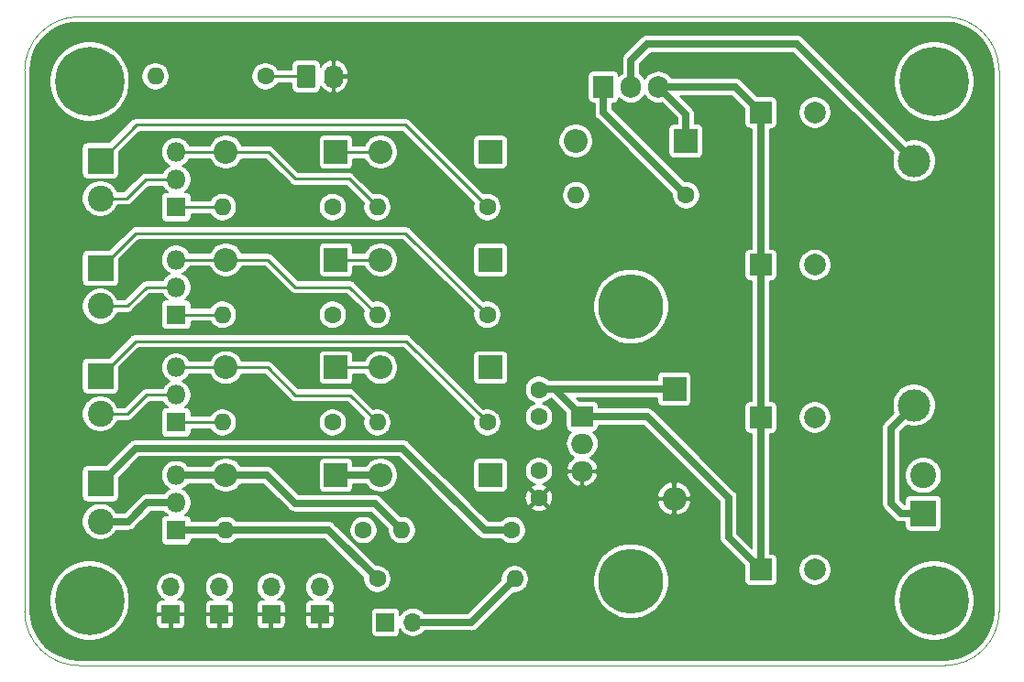
<source format=gbr>
%TF.GenerationSoftware,KiCad,Pcbnew,(5.1.8)-1*%
%TF.CreationDate,2021-02-11T07:27:05+01:00*%
%TF.ProjectId,psu,7073752e-6b69-4636-9164-5f7063625858,rev?*%
%TF.SameCoordinates,Original*%
%TF.FileFunction,Copper,L1,Top*%
%TF.FilePolarity,Positive*%
%FSLAX46Y46*%
G04 Gerber Fmt 4.6, Leading zero omitted, Abs format (unit mm)*
G04 Created by KiCad (PCBNEW (5.1.8)-1) date 2021-02-11 07:27:05*
%MOMM*%
%LPD*%
G01*
G04 APERTURE LIST*
%TA.AperFunction,Profile*%
%ADD10C,0.050000*%
%TD*%
%TA.AperFunction,ComponentPad*%
%ADD11R,2.000000X2.000000*%
%TD*%
%TA.AperFunction,ComponentPad*%
%ADD12C,2.000000*%
%TD*%
%TA.AperFunction,ComponentPad*%
%ADD13C,1.600000*%
%TD*%
%TA.AperFunction,ComponentPad*%
%ADD14O,2.200000X2.200000*%
%TD*%
%TA.AperFunction,ComponentPad*%
%ADD15R,2.200000X2.200000*%
%TD*%
%TA.AperFunction,ComponentPad*%
%ADD16O,1.740000X2.190000*%
%TD*%
%TA.AperFunction,ComponentPad*%
%ADD17C,3.000000*%
%TD*%
%TA.AperFunction,ComponentPad*%
%ADD18R,2.400000X2.400000*%
%TD*%
%TA.AperFunction,ComponentPad*%
%ADD19C,2.400000*%
%TD*%
%TA.AperFunction,ComponentPad*%
%ADD20R,1.700000X1.700000*%
%TD*%
%TA.AperFunction,ComponentPad*%
%ADD21O,1.700000X1.700000*%
%TD*%
%TA.AperFunction,ComponentPad*%
%ADD22O,1.800000X1.800000*%
%TD*%
%TA.AperFunction,ComponentPad*%
%ADD23R,1.800000X1.800000*%
%TD*%
%TA.AperFunction,ComponentPad*%
%ADD24R,1.905000X2.000000*%
%TD*%
%TA.AperFunction,ComponentPad*%
%ADD25O,1.905000X2.000000*%
%TD*%
%TA.AperFunction,ComponentPad*%
%ADD26O,1.600000X1.600000*%
%TD*%
%TA.AperFunction,ComponentPad*%
%ADD27O,2.000000X1.905000*%
%TD*%
%TA.AperFunction,ComponentPad*%
%ADD28R,2.000000X1.905000*%
%TD*%
%TA.AperFunction,ComponentPad*%
%ADD29C,6.000000*%
%TD*%
%TA.AperFunction,ComponentPad*%
%ADD30C,6.400000*%
%TD*%
%TA.AperFunction,ComponentPad*%
%ADD31C,0.800000*%
%TD*%
%TA.AperFunction,Conductor*%
%ADD32C,0.650000*%
%TD*%
%TA.AperFunction,Conductor*%
%ADD33C,0.250000*%
%TD*%
%TA.AperFunction,Conductor*%
%ADD34C,0.200000*%
%TD*%
%TA.AperFunction,Conductor*%
%ADD35C,0.100000*%
%TD*%
G04 APERTURE END LIST*
D10*
X85000000Y-110000000D02*
G75*
G02*
X80000000Y-105000000I0J5000000D01*
G01*
X170000000Y-105000000D02*
G75*
G02*
X165000000Y-110000000I-5000000J0D01*
G01*
X165000000Y-50000000D02*
G75*
G02*
X170000000Y-55000000I0J-5000000D01*
G01*
X80000000Y-55000000D02*
G75*
G02*
X85000000Y-50000000I5000000J0D01*
G01*
X170000000Y-55000000D02*
X170000000Y-105000000D01*
X85000000Y-110000000D02*
X165000000Y-110000000D01*
X85000000Y-50000000D02*
X165000000Y-50000000D01*
X80000000Y-55000000D02*
X80000000Y-105000000D01*
D11*
%TO.P,C1,1*%
%TO.N,Net-(C1-Pad1)*%
X148000000Y-58850000D03*
D12*
%TO.P,C1,2*%
%TO.N,GND*%
X153000000Y-58850000D03*
%TD*%
D11*
%TO.P,C2,1*%
%TO.N,Net-(C1-Pad1)*%
X148000000Y-72950000D03*
D12*
%TO.P,C2,2*%
%TO.N,GND*%
X153000000Y-72950000D03*
%TD*%
%TO.P,C3,2*%
%TO.N,GND*%
X153000000Y-87050000D03*
D11*
%TO.P,C3,1*%
%TO.N,Net-(C1-Pad1)*%
X148000000Y-87050000D03*
%TD*%
D12*
%TO.P,C4,2*%
%TO.N,GND*%
X153000000Y-101150000D03*
D11*
%TO.P,C4,1*%
%TO.N,Net-(C1-Pad1)*%
X148000000Y-101150000D03*
%TD*%
D13*
%TO.P,C5,1*%
%TO.N,Net-(C1-Pad1)*%
X127500000Y-84500000D03*
%TO.P,C5,2*%
%TO.N,GND*%
X127500000Y-87000000D03*
%TD*%
%TO.P,C6,2*%
%TO.N,GND*%
X127500000Y-92000000D03*
%TO.P,C6,1*%
%TO.N,OUT*%
X127500000Y-94500000D03*
%TD*%
D14*
%TO.P,D1,2*%
%TO.N,Net-(D1-Pad2)*%
X98590000Y-92400000D03*
D15*
%TO.P,D1,1*%
%TO.N,Net-(D1-Pad1)*%
X108750000Y-92400000D03*
%TD*%
%TO.P,D2,1*%
%TO.N,Net-(D2-Pad1)*%
X108750000Y-82440000D03*
D14*
%TO.P,D2,2*%
%TO.N,Net-(D2-Pad2)*%
X98590000Y-82440000D03*
%TD*%
%TO.P,D3,2*%
%TO.N,Net-(D3-Pad2)*%
X98590000Y-72480000D03*
D15*
%TO.P,D3,1*%
%TO.N,Net-(D3-Pad1)*%
X108750000Y-72480000D03*
%TD*%
%TO.P,D4,1*%
%TO.N,Net-(D4-Pad1)*%
X108750000Y-62520000D03*
D14*
%TO.P,D4,2*%
%TO.N,Net-(D4-Pad2)*%
X98590000Y-62520000D03*
%TD*%
D15*
%TO.P,D5,1*%
%TO.N,GND*%
X123034999Y-92400000D03*
D14*
%TO.P,D5,2*%
%TO.N,Net-(D1-Pad1)*%
X112874999Y-92400000D03*
%TD*%
D15*
%TO.P,D6,1*%
%TO.N,GND*%
X123034999Y-82440000D03*
D14*
%TO.P,D6,2*%
%TO.N,Net-(D2-Pad1)*%
X112874999Y-82440000D03*
%TD*%
%TO.P,D7,2*%
%TO.N,Net-(D3-Pad1)*%
X112874999Y-72480000D03*
D15*
%TO.P,D7,1*%
%TO.N,GND*%
X123034999Y-72480000D03*
%TD*%
D14*
%TO.P,D8,2*%
%TO.N,Net-(D4-Pad1)*%
X112874999Y-62520000D03*
D15*
%TO.P,D8,1*%
%TO.N,GND*%
X123034999Y-62520000D03*
%TD*%
D14*
%TO.P,D9,2*%
%TO.N,OUT*%
X140000000Y-94580000D03*
D15*
%TO.P,D9,1*%
%TO.N,Net-(C1-Pad1)*%
X140000000Y-84420000D03*
%TD*%
%TO.P,D10,1*%
%TO.N,Net-(D10-Pad1)*%
%TA.AperFunction,ComponentPad*%
G36*
G01*
X105130000Y-56365001D02*
X105130000Y-54674999D01*
G75*
G02*
X105379999Y-54425000I249999J0D01*
G01*
X106620001Y-54425000D01*
G75*
G02*
X106870000Y-54674999I0J-249999D01*
G01*
X106870000Y-56365001D01*
G75*
G02*
X106620001Y-56615000I-249999J0D01*
G01*
X105379999Y-56615000D01*
G75*
G02*
X105130000Y-56365001I0J249999D01*
G01*
G37*
%TD.AperFunction*%
D16*
%TO.P,D10,2*%
%TO.N,OUT*%
X108540000Y-55520000D03*
%TD*%
D15*
%TO.P,D11,1*%
%TO.N,Net-(C1-Pad1)*%
X141080000Y-61500000D03*
D14*
%TO.P,D11,2*%
%TO.N,GND*%
X130920000Y-61500000D03*
%TD*%
D17*
%TO.P,F1,1*%
%TO.N,Net-(F1-Pad1)*%
X162150000Y-63333333D03*
%TO.P,F1,2*%
%TO.N,+7.5V*%
X162150000Y-85933333D03*
%TD*%
D18*
%TO.P,J1,1*%
%TO.N,Net-(J1-Pad1)*%
X87000000Y-93190000D03*
D19*
%TO.P,J1,2*%
%TO.N,Net-(J1-Pad2)*%
X87000000Y-96690000D03*
%TD*%
%TO.P,J2,2*%
%TO.N,Net-(J2-Pad2)*%
X87000000Y-86730000D03*
D18*
%TO.P,J2,1*%
%TO.N,Net-(J2-Pad1)*%
X87000000Y-83230000D03*
%TD*%
D19*
%TO.P,J3,2*%
%TO.N,Net-(J3-Pad2)*%
X87000000Y-76770000D03*
D18*
%TO.P,J3,1*%
%TO.N,Net-(J3-Pad1)*%
X87000000Y-73270000D03*
%TD*%
%TO.P,J4,1*%
%TO.N,Net-(J4-Pad1)*%
X87000000Y-63310000D03*
D19*
%TO.P,J4,2*%
%TO.N,Net-(J4-Pad2)*%
X87000000Y-66810000D03*
%TD*%
D18*
%TO.P,J5,1*%
%TO.N,+7.5V*%
X163000000Y-95916666D03*
D19*
%TO.P,J5,2*%
%TO.N,GND*%
X163000000Y-92416666D03*
%TD*%
D20*
%TO.P,JP1,1*%
%TO.N,OUT*%
X93500000Y-105275000D03*
D21*
%TO.P,JP1,2*%
%TO.N,Net-(J1-Pad1)*%
X93500000Y-102735000D03*
%TD*%
%TO.P,JP2,2*%
%TO.N,Net-(J2-Pad1)*%
X98000000Y-102735000D03*
D20*
%TO.P,JP2,1*%
%TO.N,OUT*%
X98000000Y-105275000D03*
%TD*%
%TO.P,JP3,1*%
%TO.N,OUT*%
X102750000Y-105275000D03*
D21*
%TO.P,JP3,2*%
%TO.N,Net-(J3-Pad1)*%
X102750000Y-102735000D03*
%TD*%
%TO.P,JP4,2*%
%TO.N,Net-(J4-Pad1)*%
X107250000Y-102735000D03*
D20*
%TO.P,JP4,1*%
%TO.N,OUT*%
X107250000Y-105275000D03*
%TD*%
%TO.P,JP5,1*%
%TO.N,GND*%
X113324999Y-106000000D03*
D21*
%TO.P,JP5,2*%
%TO.N,Net-(JP5-Pad2)*%
X115864999Y-106000000D03*
%TD*%
D22*
%TO.P,Q1,3*%
%TO.N,Net-(D1-Pad2)*%
X94000000Y-92400000D03*
%TO.P,Q1,2*%
%TO.N,Net-(J1-Pad2)*%
X94000000Y-94940000D03*
D23*
%TO.P,Q1,1*%
%TO.N,Net-(Q1-Pad1)*%
X94000000Y-97480000D03*
%TD*%
%TO.P,Q2,1*%
%TO.N,Net-(Q2-Pad1)*%
X94000000Y-87520000D03*
D22*
%TO.P,Q2,2*%
%TO.N,Net-(J2-Pad2)*%
X94000000Y-84980000D03*
%TO.P,Q2,3*%
%TO.N,Net-(D2-Pad2)*%
X94000000Y-82440000D03*
%TD*%
%TO.P,Q3,3*%
%TO.N,Net-(D3-Pad2)*%
X94000000Y-72480000D03*
%TO.P,Q3,2*%
%TO.N,Net-(J3-Pad2)*%
X94000000Y-75020000D03*
D23*
%TO.P,Q3,1*%
%TO.N,Net-(Q3-Pad1)*%
X94000000Y-77560000D03*
%TD*%
%TO.P,Q4,1*%
%TO.N,Net-(Q4-Pad1)*%
X94000000Y-67600000D03*
D22*
%TO.P,Q4,2*%
%TO.N,Net-(J4-Pad2)*%
X94000000Y-65060000D03*
%TO.P,Q4,3*%
%TO.N,Net-(D4-Pad2)*%
X94000000Y-62520000D03*
%TD*%
D24*
%TO.P,Q5,1*%
%TO.N,Net-(Q5-Pad1)*%
X133460000Y-56500000D03*
D25*
%TO.P,Q5,2*%
%TO.N,Net-(F1-Pad1)*%
X136000000Y-56500000D03*
%TO.P,Q5,3*%
%TO.N,Net-(C1-Pad1)*%
X138540000Y-56500000D03*
%TD*%
D26*
%TO.P,R2,2*%
%TO.N,Net-(D1-Pad2)*%
X114840000Y-97480000D03*
D13*
%TO.P,R2,1*%
%TO.N,Net-(J1-Pad1)*%
X125000000Y-97480000D03*
%TD*%
%TO.P,R3,1*%
%TO.N,Net-(J2-Pad1)*%
X122734999Y-87520000D03*
D26*
%TO.P,R3,2*%
%TO.N,Net-(D2-Pad2)*%
X112574999Y-87520000D03*
%TD*%
D13*
%TO.P,R4,1*%
%TO.N,Net-(J3-Pad1)*%
X122734999Y-77560000D03*
D26*
%TO.P,R4,2*%
%TO.N,Net-(D3-Pad2)*%
X112574999Y-77560000D03*
%TD*%
D13*
%TO.P,R5,1*%
%TO.N,Net-(J4-Pad1)*%
X122734999Y-67600000D03*
D26*
%TO.P,R5,2*%
%TO.N,Net-(D4-Pad2)*%
X112574999Y-67600000D03*
%TD*%
%TO.P,R7,2*%
%TO.N,Net-(Q2-Pad1)*%
X98290000Y-87520000D03*
D13*
%TO.P,R7,1*%
%TO.N,GND*%
X108450000Y-87520000D03*
%TD*%
D26*
%TO.P,R8,2*%
%TO.N,Net-(Q3-Pad1)*%
X98290000Y-77560000D03*
D13*
%TO.P,R8,1*%
%TO.N,GND*%
X108450000Y-77560000D03*
%TD*%
D26*
%TO.P,R9,2*%
%TO.N,Net-(Q4-Pad1)*%
X98290000Y-67600000D03*
D13*
%TO.P,R9,1*%
%TO.N,GND*%
X108450000Y-67600000D03*
%TD*%
D26*
%TO.P,R10,2*%
%TO.N,GND*%
X130920000Y-66500000D03*
D13*
%TO.P,R10,1*%
%TO.N,Net-(Q5-Pad1)*%
X141080000Y-66500000D03*
%TD*%
%TO.P,R11,1*%
%TO.N,Net-(D10-Pad1)*%
X102250000Y-55500000D03*
D26*
%TO.P,R11,2*%
%TO.N,GND*%
X92090000Y-55500000D03*
%TD*%
D27*
%TO.P,U1,3*%
%TO.N,OUT*%
X131500000Y-92040000D03*
%TO.P,U1,2*%
%TO.N,GND*%
X131500000Y-89500000D03*
D28*
%TO.P,U1,1*%
%TO.N,Net-(C1-Pad1)*%
X131500000Y-86960000D03*
%TD*%
D29*
%TO.P,HS1,1*%
%TO.N,GND*%
X136000000Y-76800000D03*
X136000000Y-102200000D03*
%TD*%
D30*
%TO.P,H1,1*%
%TO.N,GND*%
X86000000Y-56000000D03*
D31*
X88400000Y-56000000D03*
X87697056Y-57697056D03*
X86000000Y-58400000D03*
X84302944Y-57697056D03*
X83600000Y-56000000D03*
X84302944Y-54302944D03*
X86000000Y-53600000D03*
X87697056Y-54302944D03*
%TD*%
%TO.P,H2,1*%
%TO.N,GND*%
X165697056Y-54302944D03*
X164000000Y-53600000D03*
X162302944Y-54302944D03*
X161600000Y-56000000D03*
X162302944Y-57697056D03*
X164000000Y-58400000D03*
X165697056Y-57697056D03*
X166400000Y-56000000D03*
D30*
X164000000Y-56000000D03*
%TD*%
%TO.P,H3,1*%
%TO.N,GND*%
X164000000Y-104000000D03*
D31*
X166400000Y-104000000D03*
X165697056Y-105697056D03*
X164000000Y-106400000D03*
X162302944Y-105697056D03*
X161600000Y-104000000D03*
X162302944Y-102302944D03*
X164000000Y-101600000D03*
X165697056Y-102302944D03*
%TD*%
%TO.P,H4,1*%
%TO.N,GND*%
X87697056Y-102302944D03*
X86000000Y-101600000D03*
X84302944Y-102302944D03*
X83600000Y-104000000D03*
X84302944Y-105697056D03*
X86000000Y-106400000D03*
X87697056Y-105697056D03*
X88400000Y-104000000D03*
D30*
X86000000Y-104000000D03*
%TD*%
D13*
%TO.P,R1,1*%
%TO.N,Net-(Q1-Pad1)*%
X112574999Y-102000000D03*
D26*
%TO.P,R1,2*%
%TO.N,Net-(JP5-Pad2)*%
X125274999Y-102000000D03*
%TD*%
%TO.P,R6,2*%
%TO.N,Net-(Q1-Pad1)*%
X98590000Y-97480000D03*
D13*
%TO.P,R6,1*%
%TO.N,GND*%
X111290000Y-97480000D03*
%TD*%
D32*
%TO.N,Net-(C1-Pad1)*%
X148000000Y-58850000D02*
X148000000Y-101150000D01*
X145650000Y-56500000D02*
X148000000Y-58850000D01*
X141080000Y-59040000D02*
X138540000Y-56500000D01*
X141080000Y-61500000D02*
X141080000Y-59040000D01*
X127420000Y-84420000D02*
X127500000Y-84500000D01*
X138540000Y-56500000D02*
X145650000Y-56500000D01*
X127500000Y-84420000D02*
X129040000Y-84420000D01*
X129040000Y-84500000D02*
X131500000Y-86960000D01*
X127580000Y-84420000D02*
X127500000Y-84500000D01*
X140000000Y-84420000D02*
X127580000Y-84420000D01*
X137460000Y-86960000D02*
X133810000Y-86960000D01*
X133810000Y-86960000D02*
X131500000Y-86960000D01*
X145000000Y-94500000D02*
X137460000Y-86960000D01*
X145000000Y-98150000D02*
X145000000Y-94500000D01*
X148000000Y-101150000D02*
X145000000Y-98150000D01*
D33*
%TO.N,OUT*%
X107730000Y-56000000D02*
X107750000Y-56020000D01*
D32*
%TO.N,Net-(D1-Pad2)*%
X94000000Y-92400000D02*
X98590000Y-92400000D01*
X112360000Y-95000000D02*
X114840000Y-97480000D01*
X105000000Y-95000000D02*
X112360000Y-95000000D01*
X102400000Y-92400000D02*
X105000000Y-95000000D01*
X98590000Y-92400000D02*
X102400000Y-92400000D01*
%TO.N,Net-(D1-Pad1)*%
X108750000Y-92400000D02*
X112874999Y-92400000D01*
D33*
%TO.N,Net-(D2-Pad1)*%
X108750000Y-82440000D02*
X112874999Y-82440000D01*
%TO.N,Net-(D2-Pad2)*%
X94000000Y-82440000D02*
X98590000Y-82440000D01*
X110054999Y-85000000D02*
X112574999Y-87520000D01*
X105000000Y-85000000D02*
X110054999Y-85000000D01*
X102440000Y-82440000D02*
X105000000Y-85000000D01*
X98590000Y-82440000D02*
X102440000Y-82440000D01*
%TO.N,Net-(D3-Pad2)*%
X94000000Y-72480000D02*
X98590000Y-72480000D01*
X110014999Y-75000000D02*
X112574999Y-77560000D01*
X105000000Y-75000000D02*
X110014999Y-75000000D01*
X102480000Y-72480000D02*
X105000000Y-75000000D01*
X98590000Y-72480000D02*
X102480000Y-72480000D01*
%TO.N,Net-(D3-Pad1)*%
X108750000Y-72480000D02*
X112874999Y-72480000D01*
%TO.N,Net-(D4-Pad1)*%
X108750000Y-62520000D02*
X112874999Y-62520000D01*
%TO.N,Net-(D4-Pad2)*%
X94000000Y-62520000D02*
X98590000Y-62520000D01*
X109974999Y-65000000D02*
X112574999Y-67600000D01*
X105000000Y-65000000D02*
X109974999Y-65000000D01*
X102520000Y-62520000D02*
X105000000Y-65000000D01*
X98590000Y-62520000D02*
X102520000Y-62520000D01*
%TO.N,Net-(D10-Pad1)*%
X105980000Y-55500000D02*
X106000000Y-55520000D01*
X102250000Y-55500000D02*
X105980000Y-55500000D01*
D32*
%TO.N,Net-(F1-Pad1)*%
X136000000Y-54000000D02*
X137500000Y-52500000D01*
X136000000Y-56500000D02*
X136000000Y-54000000D01*
X137500000Y-52500000D02*
X151316667Y-52500000D01*
X151316667Y-52500000D02*
X162150000Y-63333333D01*
%TO.N,+7.5V*%
X162150000Y-85933333D02*
X160000000Y-88083333D01*
X160000000Y-88083333D02*
X160000000Y-95000000D01*
X160000000Y-95000000D02*
X160916666Y-95916666D01*
X160916666Y-95916666D02*
X163000000Y-95916666D01*
%TO.N,Net-(J1-Pad1)*%
X87000000Y-93190000D02*
X87010000Y-93190000D01*
X122480000Y-97480000D02*
X125000000Y-97480000D01*
X114900000Y-89900000D02*
X122480000Y-97480000D01*
X90290000Y-89900000D02*
X114900000Y-89900000D01*
X87000000Y-93190000D02*
X90290000Y-89900000D01*
%TO.N,Net-(J1-Pad2)*%
X89560000Y-96690000D02*
X91310000Y-94940000D01*
X91310000Y-94940000D02*
X94000000Y-94940000D01*
X87000000Y-96690000D02*
X89560000Y-96690000D01*
D33*
%TO.N,Net-(J2-Pad2)*%
X91270000Y-84980000D02*
X94000000Y-84980000D01*
X89520000Y-86730000D02*
X91270000Y-84980000D01*
X87000000Y-86730000D02*
X89520000Y-86730000D01*
%TO.N,Net-(J2-Pad1)*%
X87000000Y-83230000D02*
X90230000Y-80000000D01*
X115214999Y-80000000D02*
X122734999Y-87520000D01*
X90230000Y-80000000D02*
X115214999Y-80000000D01*
%TO.N,Net-(J3-Pad2)*%
X91230000Y-75020000D02*
X94000000Y-75020000D01*
X89480000Y-76770000D02*
X91230000Y-75020000D01*
X87000000Y-76770000D02*
X89480000Y-76770000D01*
%TO.N,Net-(J3-Pad1)*%
X87000000Y-73270000D02*
X90270000Y-70000000D01*
X115174999Y-70000000D02*
X122734999Y-77560000D01*
X90270000Y-70000000D02*
X115174999Y-70000000D01*
%TO.N,Net-(J4-Pad1)*%
X87000000Y-63310000D02*
X90310000Y-60000000D01*
X115134999Y-60000000D02*
X122734999Y-67600000D01*
X90310000Y-60000000D02*
X115134999Y-60000000D01*
%TO.N,Net-(J4-Pad2)*%
X91190000Y-65060000D02*
X94000000Y-65060000D01*
X89440000Y-66810000D02*
X91190000Y-65060000D01*
X87000000Y-66810000D02*
X89440000Y-66810000D01*
D32*
%TO.N,Net-(Q1-Pad1)*%
X94000000Y-97480000D02*
X98590000Y-97480000D01*
X108054999Y-97480000D02*
X112574999Y-102000000D01*
X98590000Y-97480000D02*
X108054999Y-97480000D01*
D33*
%TO.N,Net-(Q2-Pad1)*%
X94000000Y-87520000D02*
X98290000Y-87520000D01*
%TO.N,Net-(Q3-Pad1)*%
X94000000Y-77560000D02*
X98290000Y-77560000D01*
%TO.N,Net-(Q4-Pad1)*%
X94000000Y-67600000D02*
X98290000Y-67600000D01*
D32*
%TO.N,Net-(Q5-Pad1)*%
X133460000Y-58880000D02*
X141080000Y-66500000D01*
X133460000Y-56500000D02*
X133460000Y-58880000D01*
%TO.N,Net-(JP5-Pad2)*%
X121274999Y-106000000D02*
X125274999Y-102000000D01*
X115864999Y-106000000D02*
X121274999Y-106000000D01*
%TD*%
D34*
%TO.N,OUT*%
X165792086Y-50597779D02*
X166559137Y-50807621D01*
X167276898Y-51149976D01*
X167922696Y-51614028D01*
X168476104Y-52185101D01*
X168919643Y-52845158D01*
X169239287Y-53573325D01*
X169425899Y-54350622D01*
X169475000Y-55019249D01*
X169475001Y-104976603D01*
X169402221Y-105792086D01*
X169192380Y-106559136D01*
X168850026Y-107276896D01*
X168385972Y-107922696D01*
X167814899Y-108476104D01*
X167154842Y-108919643D01*
X166426675Y-109239287D01*
X165649378Y-109425899D01*
X164980751Y-109475000D01*
X85023385Y-109475000D01*
X84207914Y-109402221D01*
X83440864Y-109192380D01*
X82723104Y-108850026D01*
X82077304Y-108385972D01*
X81523896Y-107814899D01*
X81080357Y-107154842D01*
X80760713Y-106426675D01*
X80574101Y-105649378D01*
X80525000Y-104980751D01*
X80525000Y-103635582D01*
X82300000Y-103635582D01*
X82300000Y-104364418D01*
X82442189Y-105079250D01*
X82721102Y-105752607D01*
X83126022Y-106358613D01*
X83641387Y-106873978D01*
X84247393Y-107278898D01*
X84920750Y-107557811D01*
X85635582Y-107700000D01*
X86364418Y-107700000D01*
X87079250Y-107557811D01*
X87752607Y-107278898D01*
X88358613Y-106873978D01*
X88873978Y-106358613D01*
X89030073Y-106125000D01*
X92147581Y-106125000D01*
X92157235Y-106223017D01*
X92185825Y-106317267D01*
X92232254Y-106404129D01*
X92294736Y-106480264D01*
X92370871Y-106542746D01*
X92457733Y-106589175D01*
X92551983Y-106617765D01*
X92650000Y-106627419D01*
X93275000Y-106625000D01*
X93400000Y-106500000D01*
X93400000Y-105375000D01*
X93600000Y-105375000D01*
X93600000Y-106500000D01*
X93725000Y-106625000D01*
X94350000Y-106627419D01*
X94448017Y-106617765D01*
X94542267Y-106589175D01*
X94629129Y-106542746D01*
X94705264Y-106480264D01*
X94767746Y-106404129D01*
X94814175Y-106317267D01*
X94842765Y-106223017D01*
X94852419Y-106125000D01*
X96647581Y-106125000D01*
X96657235Y-106223017D01*
X96685825Y-106317267D01*
X96732254Y-106404129D01*
X96794736Y-106480264D01*
X96870871Y-106542746D01*
X96957733Y-106589175D01*
X97051983Y-106617765D01*
X97150000Y-106627419D01*
X97775000Y-106625000D01*
X97900000Y-106500000D01*
X97900000Y-105375000D01*
X98100000Y-105375000D01*
X98100000Y-106500000D01*
X98225000Y-106625000D01*
X98850000Y-106627419D01*
X98948017Y-106617765D01*
X99042267Y-106589175D01*
X99129129Y-106542746D01*
X99205264Y-106480264D01*
X99267746Y-106404129D01*
X99314175Y-106317267D01*
X99342765Y-106223017D01*
X99352419Y-106125000D01*
X101397581Y-106125000D01*
X101407235Y-106223017D01*
X101435825Y-106317267D01*
X101482254Y-106404129D01*
X101544736Y-106480264D01*
X101620871Y-106542746D01*
X101707733Y-106589175D01*
X101801983Y-106617765D01*
X101900000Y-106627419D01*
X102525000Y-106625000D01*
X102650000Y-106500000D01*
X102650000Y-105375000D01*
X102850000Y-105375000D01*
X102850000Y-106500000D01*
X102975000Y-106625000D01*
X103600000Y-106627419D01*
X103698017Y-106617765D01*
X103792267Y-106589175D01*
X103879129Y-106542746D01*
X103955264Y-106480264D01*
X104017746Y-106404129D01*
X104064175Y-106317267D01*
X104092765Y-106223017D01*
X104102419Y-106125000D01*
X105897581Y-106125000D01*
X105907235Y-106223017D01*
X105935825Y-106317267D01*
X105982254Y-106404129D01*
X106044736Y-106480264D01*
X106120871Y-106542746D01*
X106207733Y-106589175D01*
X106301983Y-106617765D01*
X106400000Y-106627419D01*
X107025000Y-106625000D01*
X107150000Y-106500000D01*
X107150000Y-105375000D01*
X107350000Y-105375000D01*
X107350000Y-106500000D01*
X107475000Y-106625000D01*
X108100000Y-106627419D01*
X108198017Y-106617765D01*
X108292267Y-106589175D01*
X108379129Y-106542746D01*
X108455264Y-106480264D01*
X108517746Y-106404129D01*
X108564175Y-106317267D01*
X108592765Y-106223017D01*
X108602419Y-106125000D01*
X108600000Y-105500000D01*
X108475000Y-105375000D01*
X107350000Y-105375000D01*
X107150000Y-105375000D01*
X106025000Y-105375000D01*
X105900000Y-105500000D01*
X105897581Y-106125000D01*
X104102419Y-106125000D01*
X104100000Y-105500000D01*
X103975000Y-105375000D01*
X102850000Y-105375000D01*
X102650000Y-105375000D01*
X101525000Y-105375000D01*
X101400000Y-105500000D01*
X101397581Y-106125000D01*
X99352419Y-106125000D01*
X99350000Y-105500000D01*
X99225000Y-105375000D01*
X98100000Y-105375000D01*
X97900000Y-105375000D01*
X96775000Y-105375000D01*
X96650000Y-105500000D01*
X96647581Y-106125000D01*
X94852419Y-106125000D01*
X94850000Y-105500000D01*
X94725000Y-105375000D01*
X93600000Y-105375000D01*
X93400000Y-105375000D01*
X92275000Y-105375000D01*
X92150000Y-105500000D01*
X92147581Y-106125000D01*
X89030073Y-106125000D01*
X89278898Y-105752607D01*
X89557811Y-105079250D01*
X89687949Y-104425000D01*
X92147581Y-104425000D01*
X92150000Y-105050000D01*
X92275000Y-105175000D01*
X93400000Y-105175000D01*
X93400000Y-105155000D01*
X93600000Y-105155000D01*
X93600000Y-105175000D01*
X94725000Y-105175000D01*
X94850000Y-105050000D01*
X94852419Y-104425000D01*
X96647581Y-104425000D01*
X96650000Y-105050000D01*
X96775000Y-105175000D01*
X97900000Y-105175000D01*
X97900000Y-105155000D01*
X98100000Y-105155000D01*
X98100000Y-105175000D01*
X99225000Y-105175000D01*
X99350000Y-105050000D01*
X99352419Y-104425000D01*
X101397581Y-104425000D01*
X101400000Y-105050000D01*
X101525000Y-105175000D01*
X102650000Y-105175000D01*
X102650000Y-105155000D01*
X102850000Y-105155000D01*
X102850000Y-105175000D01*
X103975000Y-105175000D01*
X104100000Y-105050000D01*
X104102419Y-104425000D01*
X105897581Y-104425000D01*
X105900000Y-105050000D01*
X106025000Y-105175000D01*
X107150000Y-105175000D01*
X107150000Y-105155000D01*
X107350000Y-105155000D01*
X107350000Y-105175000D01*
X108475000Y-105175000D01*
X108500000Y-105150000D01*
X111972580Y-105150000D01*
X111972580Y-106850000D01*
X111982234Y-106948017D01*
X112010824Y-107042267D01*
X112057253Y-107129129D01*
X112119735Y-107205264D01*
X112195870Y-107267746D01*
X112282732Y-107314175D01*
X112376982Y-107342765D01*
X112474999Y-107352419D01*
X114174999Y-107352419D01*
X114273016Y-107342765D01*
X114367266Y-107314175D01*
X114454128Y-107267746D01*
X114530263Y-107205264D01*
X114592745Y-107129129D01*
X114639174Y-107042267D01*
X114667764Y-106948017D01*
X114677418Y-106850000D01*
X114677418Y-106652595D01*
X114816386Y-106860575D01*
X115004424Y-107048613D01*
X115225534Y-107196354D01*
X115471219Y-107298120D01*
X115732036Y-107350000D01*
X115997962Y-107350000D01*
X116258779Y-107298120D01*
X116504464Y-107196354D01*
X116725574Y-107048613D01*
X116913612Y-106860575D01*
X116937382Y-106825000D01*
X121234486Y-106825000D01*
X121274999Y-106828990D01*
X121315512Y-106825000D01*
X121315520Y-106825000D01*
X121436727Y-106813062D01*
X121592240Y-106765888D01*
X121735562Y-106689281D01*
X121861184Y-106586185D01*
X121887020Y-106554704D01*
X125142593Y-103299131D01*
X125146960Y-103300000D01*
X125403038Y-103300000D01*
X125654195Y-103250042D01*
X125890780Y-103152045D01*
X126103701Y-103009776D01*
X126284775Y-102828702D01*
X126427044Y-102615781D01*
X126525041Y-102379196D01*
X126574999Y-102128039D01*
X126574999Y-101871961D01*
X126571681Y-101855280D01*
X132500000Y-101855280D01*
X132500000Y-102544720D01*
X132634503Y-103220912D01*
X132898340Y-103857872D01*
X133281372Y-104431120D01*
X133768880Y-104918628D01*
X134342128Y-105301660D01*
X134979088Y-105565497D01*
X135655280Y-105700000D01*
X136344720Y-105700000D01*
X137020912Y-105565497D01*
X137657872Y-105301660D01*
X138231120Y-104918628D01*
X138718628Y-104431120D01*
X139101660Y-103857872D01*
X139193735Y-103635582D01*
X160300000Y-103635582D01*
X160300000Y-104364418D01*
X160442189Y-105079250D01*
X160721102Y-105752607D01*
X161126022Y-106358613D01*
X161641387Y-106873978D01*
X162247393Y-107278898D01*
X162920750Y-107557811D01*
X163635582Y-107700000D01*
X164364418Y-107700000D01*
X165079250Y-107557811D01*
X165752607Y-107278898D01*
X166358613Y-106873978D01*
X166873978Y-106358613D01*
X167278898Y-105752607D01*
X167557811Y-105079250D01*
X167700000Y-104364418D01*
X167700000Y-103635582D01*
X167557811Y-102920750D01*
X167278898Y-102247393D01*
X166873978Y-101641387D01*
X166358613Y-101126022D01*
X165752607Y-100721102D01*
X165079250Y-100442189D01*
X164364418Y-100300000D01*
X163635582Y-100300000D01*
X162920750Y-100442189D01*
X162247393Y-100721102D01*
X161641387Y-101126022D01*
X161126022Y-101641387D01*
X160721102Y-102247393D01*
X160442189Y-102920750D01*
X160300000Y-103635582D01*
X139193735Y-103635582D01*
X139365497Y-103220912D01*
X139500000Y-102544720D01*
X139500000Y-101855280D01*
X139365497Y-101179088D01*
X139101660Y-100542128D01*
X138718628Y-99968880D01*
X138231120Y-99481372D01*
X137657872Y-99098340D01*
X137020912Y-98834503D01*
X136344720Y-98700000D01*
X135655280Y-98700000D01*
X134979088Y-98834503D01*
X134342128Y-99098340D01*
X133768880Y-99481372D01*
X133281372Y-99968880D01*
X132898340Y-100542128D01*
X132634503Y-101179088D01*
X132500000Y-101855280D01*
X126571681Y-101855280D01*
X126525041Y-101620804D01*
X126427044Y-101384219D01*
X126284775Y-101171298D01*
X126103701Y-100990224D01*
X125890780Y-100847955D01*
X125654195Y-100749958D01*
X125403038Y-100700000D01*
X125146960Y-100700000D01*
X124895803Y-100749958D01*
X124659218Y-100847955D01*
X124446297Y-100990224D01*
X124265223Y-101171298D01*
X124122954Y-101384219D01*
X124024957Y-101620804D01*
X123974999Y-101871961D01*
X123974999Y-102128039D01*
X123975868Y-102132406D01*
X120933274Y-105175000D01*
X116937382Y-105175000D01*
X116913612Y-105139425D01*
X116725574Y-104951387D01*
X116504464Y-104803646D01*
X116258779Y-104701880D01*
X115997962Y-104650000D01*
X115732036Y-104650000D01*
X115471219Y-104701880D01*
X115225534Y-104803646D01*
X115004424Y-104951387D01*
X114816386Y-105139425D01*
X114677418Y-105347405D01*
X114677418Y-105150000D01*
X114667764Y-105051983D01*
X114639174Y-104957733D01*
X114592745Y-104870871D01*
X114530263Y-104794736D01*
X114454128Y-104732254D01*
X114367266Y-104685825D01*
X114273016Y-104657235D01*
X114174999Y-104647581D01*
X112474999Y-104647581D01*
X112376982Y-104657235D01*
X112282732Y-104685825D01*
X112195870Y-104732254D01*
X112119735Y-104794736D01*
X112057253Y-104870871D01*
X112010824Y-104957733D01*
X111982234Y-105051983D01*
X111972580Y-105150000D01*
X108500000Y-105150000D01*
X108600000Y-105050000D01*
X108602419Y-104425000D01*
X108592765Y-104326983D01*
X108564175Y-104232733D01*
X108517746Y-104145871D01*
X108455264Y-104069736D01*
X108379129Y-104007254D01*
X108292267Y-103960825D01*
X108198017Y-103932235D01*
X108100000Y-103922581D01*
X107901445Y-103923349D01*
X108110575Y-103783613D01*
X108298613Y-103595575D01*
X108446354Y-103374465D01*
X108548120Y-103128780D01*
X108600000Y-102867963D01*
X108600000Y-102602037D01*
X108548120Y-102341220D01*
X108446354Y-102095535D01*
X108298613Y-101874425D01*
X108110575Y-101686387D01*
X107889465Y-101538646D01*
X107643780Y-101436880D01*
X107382963Y-101385000D01*
X107117037Y-101385000D01*
X106856220Y-101436880D01*
X106610535Y-101538646D01*
X106389425Y-101686387D01*
X106201387Y-101874425D01*
X106053646Y-102095535D01*
X105951880Y-102341220D01*
X105900000Y-102602037D01*
X105900000Y-102867963D01*
X105951880Y-103128780D01*
X106053646Y-103374465D01*
X106201387Y-103595575D01*
X106389425Y-103783613D01*
X106598555Y-103923349D01*
X106400000Y-103922581D01*
X106301983Y-103932235D01*
X106207733Y-103960825D01*
X106120871Y-104007254D01*
X106044736Y-104069736D01*
X105982254Y-104145871D01*
X105935825Y-104232733D01*
X105907235Y-104326983D01*
X105897581Y-104425000D01*
X104102419Y-104425000D01*
X104092765Y-104326983D01*
X104064175Y-104232733D01*
X104017746Y-104145871D01*
X103955264Y-104069736D01*
X103879129Y-104007254D01*
X103792267Y-103960825D01*
X103698017Y-103932235D01*
X103600000Y-103922581D01*
X103401445Y-103923349D01*
X103610575Y-103783613D01*
X103798613Y-103595575D01*
X103946354Y-103374465D01*
X104048120Y-103128780D01*
X104100000Y-102867963D01*
X104100000Y-102602037D01*
X104048120Y-102341220D01*
X103946354Y-102095535D01*
X103798613Y-101874425D01*
X103610575Y-101686387D01*
X103389465Y-101538646D01*
X103143780Y-101436880D01*
X102882963Y-101385000D01*
X102617037Y-101385000D01*
X102356220Y-101436880D01*
X102110535Y-101538646D01*
X101889425Y-101686387D01*
X101701387Y-101874425D01*
X101553646Y-102095535D01*
X101451880Y-102341220D01*
X101400000Y-102602037D01*
X101400000Y-102867963D01*
X101451880Y-103128780D01*
X101553646Y-103374465D01*
X101701387Y-103595575D01*
X101889425Y-103783613D01*
X102098555Y-103923349D01*
X101900000Y-103922581D01*
X101801983Y-103932235D01*
X101707733Y-103960825D01*
X101620871Y-104007254D01*
X101544736Y-104069736D01*
X101482254Y-104145871D01*
X101435825Y-104232733D01*
X101407235Y-104326983D01*
X101397581Y-104425000D01*
X99352419Y-104425000D01*
X99342765Y-104326983D01*
X99314175Y-104232733D01*
X99267746Y-104145871D01*
X99205264Y-104069736D01*
X99129129Y-104007254D01*
X99042267Y-103960825D01*
X98948017Y-103932235D01*
X98850000Y-103922581D01*
X98651445Y-103923349D01*
X98860575Y-103783613D01*
X99048613Y-103595575D01*
X99196354Y-103374465D01*
X99298120Y-103128780D01*
X99350000Y-102867963D01*
X99350000Y-102602037D01*
X99298120Y-102341220D01*
X99196354Y-102095535D01*
X99048613Y-101874425D01*
X98860575Y-101686387D01*
X98639465Y-101538646D01*
X98393780Y-101436880D01*
X98132963Y-101385000D01*
X97867037Y-101385000D01*
X97606220Y-101436880D01*
X97360535Y-101538646D01*
X97139425Y-101686387D01*
X96951387Y-101874425D01*
X96803646Y-102095535D01*
X96701880Y-102341220D01*
X96650000Y-102602037D01*
X96650000Y-102867963D01*
X96701880Y-103128780D01*
X96803646Y-103374465D01*
X96951387Y-103595575D01*
X97139425Y-103783613D01*
X97348555Y-103923349D01*
X97150000Y-103922581D01*
X97051983Y-103932235D01*
X96957733Y-103960825D01*
X96870871Y-104007254D01*
X96794736Y-104069736D01*
X96732254Y-104145871D01*
X96685825Y-104232733D01*
X96657235Y-104326983D01*
X96647581Y-104425000D01*
X94852419Y-104425000D01*
X94842765Y-104326983D01*
X94814175Y-104232733D01*
X94767746Y-104145871D01*
X94705264Y-104069736D01*
X94629129Y-104007254D01*
X94542267Y-103960825D01*
X94448017Y-103932235D01*
X94350000Y-103922581D01*
X94151445Y-103923349D01*
X94360575Y-103783613D01*
X94548613Y-103595575D01*
X94696354Y-103374465D01*
X94798120Y-103128780D01*
X94850000Y-102867963D01*
X94850000Y-102602037D01*
X94798120Y-102341220D01*
X94696354Y-102095535D01*
X94548613Y-101874425D01*
X94360575Y-101686387D01*
X94139465Y-101538646D01*
X93893780Y-101436880D01*
X93632963Y-101385000D01*
X93367037Y-101385000D01*
X93106220Y-101436880D01*
X92860535Y-101538646D01*
X92639425Y-101686387D01*
X92451387Y-101874425D01*
X92303646Y-102095535D01*
X92201880Y-102341220D01*
X92150000Y-102602037D01*
X92150000Y-102867963D01*
X92201880Y-103128780D01*
X92303646Y-103374465D01*
X92451387Y-103595575D01*
X92639425Y-103783613D01*
X92848555Y-103923349D01*
X92650000Y-103922581D01*
X92551983Y-103932235D01*
X92457733Y-103960825D01*
X92370871Y-104007254D01*
X92294736Y-104069736D01*
X92232254Y-104145871D01*
X92185825Y-104232733D01*
X92157235Y-104326983D01*
X92147581Y-104425000D01*
X89687949Y-104425000D01*
X89700000Y-104364418D01*
X89700000Y-103635582D01*
X89557811Y-102920750D01*
X89278898Y-102247393D01*
X88873978Y-101641387D01*
X88358613Y-101126022D01*
X87752607Y-100721102D01*
X87079250Y-100442189D01*
X86364418Y-100300000D01*
X85635582Y-100300000D01*
X84920750Y-100442189D01*
X84247393Y-100721102D01*
X83641387Y-101126022D01*
X83126022Y-101641387D01*
X82721102Y-102247393D01*
X82442189Y-102920750D01*
X82300000Y-103635582D01*
X80525000Y-103635582D01*
X80525000Y-96522565D01*
X85300000Y-96522565D01*
X85300000Y-96857435D01*
X85365330Y-97185872D01*
X85493479Y-97495252D01*
X85679523Y-97773687D01*
X85916313Y-98010477D01*
X86194748Y-98196521D01*
X86504128Y-98324670D01*
X86832565Y-98390000D01*
X87167435Y-98390000D01*
X87495872Y-98324670D01*
X87805252Y-98196521D01*
X88083687Y-98010477D01*
X88320477Y-97773687D01*
X88493326Y-97515000D01*
X89519487Y-97515000D01*
X89560000Y-97518990D01*
X89600513Y-97515000D01*
X89600521Y-97515000D01*
X89721728Y-97503062D01*
X89877241Y-97455888D01*
X90020563Y-97379281D01*
X90146185Y-97276185D01*
X90172021Y-97244704D01*
X91651726Y-95765000D01*
X92867482Y-95765000D01*
X92912549Y-95832448D01*
X93107552Y-96027451D01*
X93182577Y-96077581D01*
X93100000Y-96077581D01*
X93001983Y-96087235D01*
X92907733Y-96115825D01*
X92820871Y-96162254D01*
X92744736Y-96224736D01*
X92682254Y-96300871D01*
X92635825Y-96387733D01*
X92607235Y-96481983D01*
X92597581Y-96580000D01*
X92597581Y-98380000D01*
X92607235Y-98478017D01*
X92635825Y-98572267D01*
X92682254Y-98659129D01*
X92744736Y-98735264D01*
X92820871Y-98797746D01*
X92907733Y-98844175D01*
X93001983Y-98872765D01*
X93100000Y-98882419D01*
X94900000Y-98882419D01*
X94998017Y-98872765D01*
X95092267Y-98844175D01*
X95179129Y-98797746D01*
X95255264Y-98735264D01*
X95317746Y-98659129D01*
X95364175Y-98572267D01*
X95392765Y-98478017D01*
X95402419Y-98380000D01*
X95402419Y-98305000D01*
X97577750Y-98305000D01*
X97580224Y-98308702D01*
X97761298Y-98489776D01*
X97974219Y-98632045D01*
X98210804Y-98730042D01*
X98461961Y-98780000D01*
X98718039Y-98780000D01*
X98969196Y-98730042D01*
X99205781Y-98632045D01*
X99418702Y-98489776D01*
X99599776Y-98308702D01*
X99602250Y-98305000D01*
X107713274Y-98305000D01*
X111275868Y-101867594D01*
X111274999Y-101871961D01*
X111274999Y-102128039D01*
X111324957Y-102379196D01*
X111422954Y-102615781D01*
X111565223Y-102828702D01*
X111746297Y-103009776D01*
X111959218Y-103152045D01*
X112195803Y-103250042D01*
X112446960Y-103300000D01*
X112703038Y-103300000D01*
X112954195Y-103250042D01*
X113190780Y-103152045D01*
X113403701Y-103009776D01*
X113584775Y-102828702D01*
X113727044Y-102615781D01*
X113825041Y-102379196D01*
X113874999Y-102128039D01*
X113874999Y-101871961D01*
X113825041Y-101620804D01*
X113727044Y-101384219D01*
X113584775Y-101171298D01*
X113403701Y-100990224D01*
X113190780Y-100847955D01*
X112954195Y-100749958D01*
X112703038Y-100700000D01*
X112446960Y-100700000D01*
X112442593Y-100700869D01*
X109093685Y-97351961D01*
X109990000Y-97351961D01*
X109990000Y-97608039D01*
X110039958Y-97859196D01*
X110137955Y-98095781D01*
X110280224Y-98308702D01*
X110461298Y-98489776D01*
X110674219Y-98632045D01*
X110910804Y-98730042D01*
X111161961Y-98780000D01*
X111418039Y-98780000D01*
X111669196Y-98730042D01*
X111905781Y-98632045D01*
X112118702Y-98489776D01*
X112299776Y-98308702D01*
X112442045Y-98095781D01*
X112540042Y-97859196D01*
X112590000Y-97608039D01*
X112590000Y-97351961D01*
X112540042Y-97100804D01*
X112442045Y-96864219D01*
X112299776Y-96651298D01*
X112118702Y-96470224D01*
X111905781Y-96327955D01*
X111669196Y-96229958D01*
X111418039Y-96180000D01*
X111161961Y-96180000D01*
X110910804Y-96229958D01*
X110674219Y-96327955D01*
X110461298Y-96470224D01*
X110280224Y-96651298D01*
X110137955Y-96864219D01*
X110039958Y-97100804D01*
X109990000Y-97351961D01*
X109093685Y-97351961D01*
X108667020Y-96925296D01*
X108641184Y-96893815D01*
X108515562Y-96790719D01*
X108372240Y-96714112D01*
X108216727Y-96666938D01*
X108095520Y-96655000D01*
X108095512Y-96655000D01*
X108054999Y-96651010D01*
X108014486Y-96655000D01*
X99602250Y-96655000D01*
X99599776Y-96651298D01*
X99418702Y-96470224D01*
X99205781Y-96327955D01*
X98969196Y-96229958D01*
X98718039Y-96180000D01*
X98461961Y-96180000D01*
X98210804Y-96229958D01*
X97974219Y-96327955D01*
X97761298Y-96470224D01*
X97580224Y-96651298D01*
X97577750Y-96655000D01*
X95402419Y-96655000D01*
X95402419Y-96580000D01*
X95392765Y-96481983D01*
X95364175Y-96387733D01*
X95317746Y-96300871D01*
X95255264Y-96224736D01*
X95179129Y-96162254D01*
X95092267Y-96115825D01*
X94998017Y-96087235D01*
X94900000Y-96077581D01*
X94817423Y-96077581D01*
X94892448Y-96027451D01*
X95087451Y-95832448D01*
X95240664Y-95603149D01*
X95346199Y-95348365D01*
X95400000Y-95077888D01*
X95400000Y-94802112D01*
X95346199Y-94531635D01*
X95240664Y-94276851D01*
X95087451Y-94047552D01*
X94892448Y-93852549D01*
X94663149Y-93699336D01*
X94592326Y-93670000D01*
X94663149Y-93640664D01*
X94892448Y-93487451D01*
X95087451Y-93292448D01*
X95132518Y-93225000D01*
X97216944Y-93225000D01*
X97347199Y-93419941D01*
X97570059Y-93642801D01*
X97832116Y-93817902D01*
X98123297Y-93938513D01*
X98432414Y-94000000D01*
X98747586Y-94000000D01*
X99056703Y-93938513D01*
X99347884Y-93817902D01*
X99609941Y-93642801D01*
X99832801Y-93419941D01*
X99963056Y-93225000D01*
X102058275Y-93225000D01*
X104387984Y-95554710D01*
X104413815Y-95586185D01*
X104539437Y-95689281D01*
X104682759Y-95765888D01*
X104791097Y-95798752D01*
X104838271Y-95813062D01*
X104853870Y-95814598D01*
X104959479Y-95825000D01*
X104959486Y-95825000D01*
X104999999Y-95828990D01*
X105040512Y-95825000D01*
X112018275Y-95825000D01*
X113540868Y-97347595D01*
X113540000Y-97351961D01*
X113540000Y-97608039D01*
X113589958Y-97859196D01*
X113687955Y-98095781D01*
X113830224Y-98308702D01*
X114011298Y-98489776D01*
X114224219Y-98632045D01*
X114460804Y-98730042D01*
X114711961Y-98780000D01*
X114968039Y-98780000D01*
X115219196Y-98730042D01*
X115455781Y-98632045D01*
X115668702Y-98489776D01*
X115849776Y-98308702D01*
X115992045Y-98095781D01*
X116090042Y-97859196D01*
X116140000Y-97608039D01*
X116140000Y-97351961D01*
X116090042Y-97100804D01*
X115992045Y-96864219D01*
X115849776Y-96651298D01*
X115668702Y-96470224D01*
X115455781Y-96327955D01*
X115219196Y-96229958D01*
X114968039Y-96180000D01*
X114711961Y-96180000D01*
X114707595Y-96180868D01*
X112972021Y-94445296D01*
X112946185Y-94413815D01*
X112820563Y-94310719D01*
X112677241Y-94234112D01*
X112521728Y-94186938D01*
X112400521Y-94175000D01*
X112400513Y-94175000D01*
X112360000Y-94171010D01*
X112319487Y-94175000D01*
X105341726Y-94175000D01*
X103012021Y-91845296D01*
X102986185Y-91813815D01*
X102860563Y-91710719D01*
X102717241Y-91634112D01*
X102561728Y-91586938D01*
X102440521Y-91575000D01*
X102440513Y-91575000D01*
X102400000Y-91571010D01*
X102359487Y-91575000D01*
X99963056Y-91575000D01*
X99832801Y-91380059D01*
X99752742Y-91300000D01*
X107147581Y-91300000D01*
X107147581Y-93500000D01*
X107157235Y-93598017D01*
X107185825Y-93692267D01*
X107232254Y-93779129D01*
X107294736Y-93855264D01*
X107370871Y-93917746D01*
X107457733Y-93964175D01*
X107551983Y-93992765D01*
X107650000Y-94002419D01*
X109850000Y-94002419D01*
X109948017Y-93992765D01*
X110042267Y-93964175D01*
X110129129Y-93917746D01*
X110205264Y-93855264D01*
X110267746Y-93779129D01*
X110314175Y-93692267D01*
X110342765Y-93598017D01*
X110352419Y-93500000D01*
X110352419Y-93225000D01*
X111501943Y-93225000D01*
X111632198Y-93419941D01*
X111855058Y-93642801D01*
X112117115Y-93817902D01*
X112408296Y-93938513D01*
X112717413Y-94000000D01*
X113032585Y-94000000D01*
X113341702Y-93938513D01*
X113632883Y-93817902D01*
X113894940Y-93642801D01*
X114117800Y-93419941D01*
X114292901Y-93157884D01*
X114413512Y-92866703D01*
X114474999Y-92557586D01*
X114474999Y-92242414D01*
X114413512Y-91933297D01*
X114292901Y-91642116D01*
X114117800Y-91380059D01*
X113894940Y-91157199D01*
X113632883Y-90982098D01*
X113341702Y-90861487D01*
X113032585Y-90800000D01*
X112717413Y-90800000D01*
X112408296Y-90861487D01*
X112117115Y-90982098D01*
X111855058Y-91157199D01*
X111632198Y-91380059D01*
X111501943Y-91575000D01*
X110352419Y-91575000D01*
X110352419Y-91300000D01*
X110342765Y-91201983D01*
X110314175Y-91107733D01*
X110267746Y-91020871D01*
X110205264Y-90944736D01*
X110129129Y-90882254D01*
X110042267Y-90835825D01*
X109948017Y-90807235D01*
X109850000Y-90797581D01*
X107650000Y-90797581D01*
X107551983Y-90807235D01*
X107457733Y-90835825D01*
X107370871Y-90882254D01*
X107294736Y-90944736D01*
X107232254Y-91020871D01*
X107185825Y-91107733D01*
X107157235Y-91201983D01*
X107147581Y-91300000D01*
X99752742Y-91300000D01*
X99609941Y-91157199D01*
X99347884Y-90982098D01*
X99056703Y-90861487D01*
X98747586Y-90800000D01*
X98432414Y-90800000D01*
X98123297Y-90861487D01*
X97832116Y-90982098D01*
X97570059Y-91157199D01*
X97347199Y-91380059D01*
X97216944Y-91575000D01*
X95132518Y-91575000D01*
X95087451Y-91507552D01*
X94892448Y-91312549D01*
X94663149Y-91159336D01*
X94408365Y-91053801D01*
X94137888Y-91000000D01*
X93862112Y-91000000D01*
X93591635Y-91053801D01*
X93336851Y-91159336D01*
X93107552Y-91312549D01*
X92912549Y-91507552D01*
X92759336Y-91736851D01*
X92653801Y-91991635D01*
X92600000Y-92262112D01*
X92600000Y-92537888D01*
X92653801Y-92808365D01*
X92759336Y-93063149D01*
X92912549Y-93292448D01*
X93107552Y-93487451D01*
X93336851Y-93640664D01*
X93407674Y-93670000D01*
X93336851Y-93699336D01*
X93107552Y-93852549D01*
X92912549Y-94047552D01*
X92867482Y-94115000D01*
X91350513Y-94115000D01*
X91310000Y-94111010D01*
X91269487Y-94115000D01*
X91269479Y-94115000D01*
X91148272Y-94126938D01*
X90992758Y-94174112D01*
X90968763Y-94186938D01*
X90849437Y-94250719D01*
X90723815Y-94353815D01*
X90697984Y-94385290D01*
X89218275Y-95865000D01*
X88493326Y-95865000D01*
X88320477Y-95606313D01*
X88083687Y-95369523D01*
X87805252Y-95183479D01*
X87495872Y-95055330D01*
X87167435Y-94990000D01*
X86832565Y-94990000D01*
X86504128Y-95055330D01*
X86194748Y-95183479D01*
X85916313Y-95369523D01*
X85679523Y-95606313D01*
X85493479Y-95884748D01*
X85365330Y-96194128D01*
X85300000Y-96522565D01*
X80525000Y-96522565D01*
X80525000Y-91990000D01*
X85297581Y-91990000D01*
X85297581Y-94390000D01*
X85307235Y-94488017D01*
X85335825Y-94582267D01*
X85382254Y-94669129D01*
X85444736Y-94745264D01*
X85520871Y-94807746D01*
X85607733Y-94854175D01*
X85701983Y-94882765D01*
X85800000Y-94892419D01*
X88200000Y-94892419D01*
X88298017Y-94882765D01*
X88392267Y-94854175D01*
X88479129Y-94807746D01*
X88555264Y-94745264D01*
X88617746Y-94669129D01*
X88664175Y-94582267D01*
X88692765Y-94488017D01*
X88702419Y-94390000D01*
X88702419Y-92654307D01*
X90631727Y-90725000D01*
X114558275Y-90725000D01*
X121867984Y-98034710D01*
X121893815Y-98066185D01*
X122019437Y-98169281D01*
X122070400Y-98196521D01*
X122162758Y-98245888D01*
X122318272Y-98293062D01*
X122439479Y-98305000D01*
X122439487Y-98305000D01*
X122480000Y-98308990D01*
X122520513Y-98305000D01*
X123987750Y-98305000D01*
X123990224Y-98308702D01*
X124171298Y-98489776D01*
X124384219Y-98632045D01*
X124620804Y-98730042D01*
X124871961Y-98780000D01*
X125128039Y-98780000D01*
X125379196Y-98730042D01*
X125615781Y-98632045D01*
X125828702Y-98489776D01*
X126009776Y-98308702D01*
X126152045Y-98095781D01*
X126250042Y-97859196D01*
X126300000Y-97608039D01*
X126300000Y-97351961D01*
X126250042Y-97100804D01*
X126152045Y-96864219D01*
X126009776Y-96651298D01*
X125828702Y-96470224D01*
X125615781Y-96327955D01*
X125379196Y-96229958D01*
X125128039Y-96180000D01*
X124871961Y-96180000D01*
X124620804Y-96229958D01*
X124384219Y-96327955D01*
X124171298Y-96470224D01*
X123990224Y-96651298D01*
X123987750Y-96655000D01*
X122821726Y-96655000D01*
X121569737Y-95403011D01*
X126738411Y-95403011D01*
X126815337Y-95612488D01*
X127045528Y-95724683D01*
X127293185Y-95789814D01*
X127548789Y-95805379D01*
X127802518Y-95770778D01*
X128044621Y-95687342D01*
X128184663Y-95612488D01*
X128261589Y-95403011D01*
X127500000Y-94641421D01*
X126738411Y-95403011D01*
X121569737Y-95403011D01*
X120715515Y-94548789D01*
X126194621Y-94548789D01*
X126229222Y-94802518D01*
X126312658Y-95044621D01*
X126387512Y-95184663D01*
X126596989Y-95261589D01*
X127358579Y-94500000D01*
X127641421Y-94500000D01*
X128403011Y-95261589D01*
X128612488Y-95184663D01*
X128724683Y-94954472D01*
X128731493Y-94928575D01*
X138438429Y-94928575D01*
X138536438Y-95226525D01*
X138690691Y-95499629D01*
X138895260Y-95737392D01*
X139142283Y-95930677D01*
X139422268Y-96072056D01*
X139651425Y-96141568D01*
X139900000Y-96051606D01*
X139900000Y-94680000D01*
X140100000Y-94680000D01*
X140100000Y-96051606D01*
X140348575Y-96141568D01*
X140577732Y-96072056D01*
X140857717Y-95930677D01*
X141104740Y-95737392D01*
X141309309Y-95499629D01*
X141463562Y-95226525D01*
X141561571Y-94928575D01*
X141471875Y-94680000D01*
X140100000Y-94680000D01*
X139900000Y-94680000D01*
X138528125Y-94680000D01*
X138438429Y-94928575D01*
X128731493Y-94928575D01*
X128789814Y-94706815D01*
X128805379Y-94451211D01*
X128775407Y-94231425D01*
X138438429Y-94231425D01*
X138528125Y-94480000D01*
X139900000Y-94480000D01*
X139900000Y-93108394D01*
X140100000Y-93108394D01*
X140100000Y-94480000D01*
X141471875Y-94480000D01*
X141561571Y-94231425D01*
X141463562Y-93933475D01*
X141309309Y-93660371D01*
X141104740Y-93422608D01*
X140857717Y-93229323D01*
X140577732Y-93087944D01*
X140348575Y-93018432D01*
X140100000Y-93108394D01*
X139900000Y-93108394D01*
X139651425Y-93018432D01*
X139422268Y-93087944D01*
X139142283Y-93229323D01*
X138895260Y-93422608D01*
X138690691Y-93660371D01*
X138536438Y-93933475D01*
X138438429Y-94231425D01*
X128775407Y-94231425D01*
X128770778Y-94197482D01*
X128687342Y-93955379D01*
X128612488Y-93815337D01*
X128403011Y-93738411D01*
X127641421Y-94500000D01*
X127358579Y-94500000D01*
X126596989Y-93738411D01*
X126387512Y-93815337D01*
X126275317Y-94045528D01*
X126210186Y-94293185D01*
X126194621Y-94548789D01*
X120715515Y-94548789D01*
X117466726Y-91300000D01*
X121432580Y-91300000D01*
X121432580Y-93500000D01*
X121442234Y-93598017D01*
X121470824Y-93692267D01*
X121517253Y-93779129D01*
X121579735Y-93855264D01*
X121655870Y-93917746D01*
X121742732Y-93964175D01*
X121836982Y-93992765D01*
X121934999Y-94002419D01*
X124134999Y-94002419D01*
X124233016Y-93992765D01*
X124327266Y-93964175D01*
X124414128Y-93917746D01*
X124490263Y-93855264D01*
X124552745Y-93779129D01*
X124599174Y-93692267D01*
X124627764Y-93598017D01*
X124637418Y-93500000D01*
X124637418Y-91871961D01*
X126200000Y-91871961D01*
X126200000Y-92128039D01*
X126249958Y-92379196D01*
X126347955Y-92615781D01*
X126490224Y-92828702D01*
X126671298Y-93009776D01*
X126884219Y-93152045D01*
X127120804Y-93250042D01*
X127131117Y-93252093D01*
X126955379Y-93312658D01*
X126815337Y-93387512D01*
X126738411Y-93596989D01*
X127500000Y-94358579D01*
X128261589Y-93596989D01*
X128184663Y-93387512D01*
X127954472Y-93275317D01*
X127867336Y-93252401D01*
X127879196Y-93250042D01*
X128115781Y-93152045D01*
X128328702Y-93009776D01*
X128509776Y-92828702D01*
X128652045Y-92615781D01*
X128750042Y-92379196D01*
X128752776Y-92365451D01*
X130036930Y-92365451D01*
X130113082Y-92599669D01*
X130248005Y-92850223D01*
X130429216Y-93069640D01*
X130649751Y-93249489D01*
X130901135Y-93382858D01*
X131173708Y-93464621D01*
X131400000Y-93365694D01*
X131400000Y-92140000D01*
X131600000Y-92140000D01*
X131600000Y-93365694D01*
X131826292Y-93464621D01*
X132098865Y-93382858D01*
X132350249Y-93249489D01*
X132570784Y-93069640D01*
X132751995Y-92850223D01*
X132886918Y-92599669D01*
X132963070Y-92365451D01*
X132871228Y-92140000D01*
X131600000Y-92140000D01*
X131400000Y-92140000D01*
X130128772Y-92140000D01*
X130036930Y-92365451D01*
X128752776Y-92365451D01*
X128800000Y-92128039D01*
X128800000Y-91871961D01*
X128750042Y-91620804D01*
X128652045Y-91384219D01*
X128509776Y-91171298D01*
X128328702Y-90990224D01*
X128115781Y-90847955D01*
X127879196Y-90749958D01*
X127628039Y-90700000D01*
X127371961Y-90700000D01*
X127120804Y-90749958D01*
X126884219Y-90847955D01*
X126671298Y-90990224D01*
X126490224Y-91171298D01*
X126347955Y-91384219D01*
X126249958Y-91620804D01*
X126200000Y-91871961D01*
X124637418Y-91871961D01*
X124637418Y-91300000D01*
X124627764Y-91201983D01*
X124599174Y-91107733D01*
X124552745Y-91020871D01*
X124490263Y-90944736D01*
X124414128Y-90882254D01*
X124327266Y-90835825D01*
X124233016Y-90807235D01*
X124134999Y-90797581D01*
X121934999Y-90797581D01*
X121836982Y-90807235D01*
X121742732Y-90835825D01*
X121655870Y-90882254D01*
X121579735Y-90944736D01*
X121517253Y-91020871D01*
X121470824Y-91107733D01*
X121442234Y-91201983D01*
X121432580Y-91300000D01*
X117466726Y-91300000D01*
X115512021Y-89345296D01*
X115486185Y-89313815D01*
X115360563Y-89210719D01*
X115217241Y-89134112D01*
X115061728Y-89086938D01*
X114940521Y-89075000D01*
X114940513Y-89075000D01*
X114900000Y-89071010D01*
X114859487Y-89075000D01*
X90330521Y-89075000D01*
X90290000Y-89071009D01*
X90128272Y-89086938D01*
X89972758Y-89134112D01*
X89922836Y-89160797D01*
X89829437Y-89210719D01*
X89776638Y-89254051D01*
X89735289Y-89287984D01*
X89735285Y-89287988D01*
X89703815Y-89313815D01*
X89677988Y-89345285D01*
X87535693Y-91487581D01*
X85800000Y-91487581D01*
X85701983Y-91497235D01*
X85607733Y-91525825D01*
X85520871Y-91572254D01*
X85444736Y-91634736D01*
X85382254Y-91710871D01*
X85335825Y-91797733D01*
X85307235Y-91891983D01*
X85297581Y-91990000D01*
X80525000Y-91990000D01*
X80525000Y-86562565D01*
X85300000Y-86562565D01*
X85300000Y-86897435D01*
X85365330Y-87225872D01*
X85493479Y-87535252D01*
X85679523Y-87813687D01*
X85916313Y-88050477D01*
X86194748Y-88236521D01*
X86504128Y-88364670D01*
X86832565Y-88430000D01*
X87167435Y-88430000D01*
X87495872Y-88364670D01*
X87805252Y-88236521D01*
X88083687Y-88050477D01*
X88320477Y-87813687D01*
X88506521Y-87535252D01*
X88581184Y-87355000D01*
X89489306Y-87355000D01*
X89520000Y-87358023D01*
X89550694Y-87355000D01*
X89550704Y-87355000D01*
X89642521Y-87345957D01*
X89760334Y-87310219D01*
X89868911Y-87252183D01*
X89964080Y-87174080D01*
X89983658Y-87150224D01*
X91528883Y-85605000D01*
X92743534Y-85605000D01*
X92759336Y-85643149D01*
X92912549Y-85872448D01*
X93107552Y-86067451D01*
X93182577Y-86117581D01*
X93100000Y-86117581D01*
X93001983Y-86127235D01*
X92907733Y-86155825D01*
X92820871Y-86202254D01*
X92744736Y-86264736D01*
X92682254Y-86340871D01*
X92635825Y-86427733D01*
X92607235Y-86521983D01*
X92597581Y-86620000D01*
X92597581Y-88420000D01*
X92607235Y-88518017D01*
X92635825Y-88612267D01*
X92682254Y-88699129D01*
X92744736Y-88775264D01*
X92820871Y-88837746D01*
X92907733Y-88884175D01*
X93001983Y-88912765D01*
X93100000Y-88922419D01*
X94900000Y-88922419D01*
X94998017Y-88912765D01*
X95092267Y-88884175D01*
X95179129Y-88837746D01*
X95255264Y-88775264D01*
X95317746Y-88699129D01*
X95364175Y-88612267D01*
X95392765Y-88518017D01*
X95402419Y-88420000D01*
X95402419Y-88145000D01*
X97144115Y-88145000D01*
X97280224Y-88348702D01*
X97461298Y-88529776D01*
X97674219Y-88672045D01*
X97910804Y-88770042D01*
X98161961Y-88820000D01*
X98418039Y-88820000D01*
X98669196Y-88770042D01*
X98905781Y-88672045D01*
X99118702Y-88529776D01*
X99299776Y-88348702D01*
X99442045Y-88135781D01*
X99540042Y-87899196D01*
X99590000Y-87648039D01*
X99590000Y-87391961D01*
X107150000Y-87391961D01*
X107150000Y-87648039D01*
X107199958Y-87899196D01*
X107297955Y-88135781D01*
X107440224Y-88348702D01*
X107621298Y-88529776D01*
X107834219Y-88672045D01*
X108070804Y-88770042D01*
X108321961Y-88820000D01*
X108578039Y-88820000D01*
X108829196Y-88770042D01*
X109065781Y-88672045D01*
X109278702Y-88529776D01*
X109459776Y-88348702D01*
X109602045Y-88135781D01*
X109700042Y-87899196D01*
X109750000Y-87648039D01*
X109750000Y-87391961D01*
X109700042Y-87140804D01*
X109602045Y-86904219D01*
X109459776Y-86691298D01*
X109278702Y-86510224D01*
X109065781Y-86367955D01*
X108829196Y-86269958D01*
X108578039Y-86220000D01*
X108321961Y-86220000D01*
X108070804Y-86269958D01*
X107834219Y-86367955D01*
X107621298Y-86510224D01*
X107440224Y-86691298D01*
X107297955Y-86904219D01*
X107199958Y-87140804D01*
X107150000Y-87391961D01*
X99590000Y-87391961D01*
X99540042Y-87140804D01*
X99442045Y-86904219D01*
X99299776Y-86691298D01*
X99118702Y-86510224D01*
X98905781Y-86367955D01*
X98669196Y-86269958D01*
X98418039Y-86220000D01*
X98161961Y-86220000D01*
X97910804Y-86269958D01*
X97674219Y-86367955D01*
X97461298Y-86510224D01*
X97280224Y-86691298D01*
X97144115Y-86895000D01*
X95402419Y-86895000D01*
X95402419Y-86620000D01*
X95392765Y-86521983D01*
X95364175Y-86427733D01*
X95317746Y-86340871D01*
X95255264Y-86264736D01*
X95179129Y-86202254D01*
X95092267Y-86155825D01*
X94998017Y-86127235D01*
X94900000Y-86117581D01*
X94817423Y-86117581D01*
X94892448Y-86067451D01*
X95087451Y-85872448D01*
X95240664Y-85643149D01*
X95346199Y-85388365D01*
X95400000Y-85117888D01*
X95400000Y-84842112D01*
X95346199Y-84571635D01*
X95240664Y-84316851D01*
X95087451Y-84087552D01*
X94892448Y-83892549D01*
X94663149Y-83739336D01*
X94592326Y-83710000D01*
X94663149Y-83680664D01*
X94892448Y-83527451D01*
X95087451Y-83332448D01*
X95240664Y-83103149D01*
X95256466Y-83065000D01*
X97117056Y-83065000D01*
X97172098Y-83197884D01*
X97347199Y-83459941D01*
X97570059Y-83682801D01*
X97832116Y-83857902D01*
X98123297Y-83978513D01*
X98432414Y-84040000D01*
X98747586Y-84040000D01*
X99056703Y-83978513D01*
X99347884Y-83857902D01*
X99609941Y-83682801D01*
X99832801Y-83459941D01*
X100007902Y-83197884D01*
X100062944Y-83065000D01*
X102181118Y-83065000D01*
X104536346Y-85420229D01*
X104555920Y-85444080D01*
X104651089Y-85522183D01*
X104759666Y-85580219D01*
X104877479Y-85615957D01*
X104969296Y-85625000D01*
X104969298Y-85625000D01*
X105000000Y-85628024D01*
X105030702Y-85625000D01*
X109796117Y-85625000D01*
X111322794Y-87151678D01*
X111274999Y-87391961D01*
X111274999Y-87648039D01*
X111324957Y-87899196D01*
X111422954Y-88135781D01*
X111565223Y-88348702D01*
X111746297Y-88529776D01*
X111959218Y-88672045D01*
X112195803Y-88770042D01*
X112446960Y-88820000D01*
X112703038Y-88820000D01*
X112954195Y-88770042D01*
X113190780Y-88672045D01*
X113403701Y-88529776D01*
X113584775Y-88348702D01*
X113727044Y-88135781D01*
X113825041Y-87899196D01*
X113874999Y-87648039D01*
X113874999Y-87391961D01*
X113825041Y-87140804D01*
X113727044Y-86904219D01*
X113584775Y-86691298D01*
X113403701Y-86510224D01*
X113190780Y-86367955D01*
X112954195Y-86269958D01*
X112703038Y-86220000D01*
X112446960Y-86220000D01*
X112206677Y-86267795D01*
X110518657Y-84579776D01*
X110499079Y-84555920D01*
X110403910Y-84477817D01*
X110295333Y-84419781D01*
X110177520Y-84384043D01*
X110085703Y-84375000D01*
X110085693Y-84375000D01*
X110054999Y-84371977D01*
X110024305Y-84375000D01*
X105258883Y-84375000D01*
X102903658Y-82019776D01*
X102884080Y-81995920D01*
X102788911Y-81917817D01*
X102680334Y-81859781D01*
X102562521Y-81824043D01*
X102470704Y-81815000D01*
X102470694Y-81815000D01*
X102440000Y-81811977D01*
X102409306Y-81815000D01*
X100062944Y-81815000D01*
X100007902Y-81682116D01*
X99832801Y-81420059D01*
X99752742Y-81340000D01*
X107147581Y-81340000D01*
X107147581Y-83540000D01*
X107157235Y-83638017D01*
X107185825Y-83732267D01*
X107232254Y-83819129D01*
X107294736Y-83895264D01*
X107370871Y-83957746D01*
X107457733Y-84004175D01*
X107551983Y-84032765D01*
X107650000Y-84042419D01*
X109850000Y-84042419D01*
X109948017Y-84032765D01*
X110042267Y-84004175D01*
X110129129Y-83957746D01*
X110205264Y-83895264D01*
X110267746Y-83819129D01*
X110314175Y-83732267D01*
X110342765Y-83638017D01*
X110352419Y-83540000D01*
X110352419Y-83065000D01*
X111402055Y-83065000D01*
X111457097Y-83197884D01*
X111632198Y-83459941D01*
X111855058Y-83682801D01*
X112117115Y-83857902D01*
X112408296Y-83978513D01*
X112717413Y-84040000D01*
X113032585Y-84040000D01*
X113341702Y-83978513D01*
X113632883Y-83857902D01*
X113894940Y-83682801D01*
X114117800Y-83459941D01*
X114292901Y-83197884D01*
X114413512Y-82906703D01*
X114474999Y-82597586D01*
X114474999Y-82282414D01*
X114413512Y-81973297D01*
X114292901Y-81682116D01*
X114117800Y-81420059D01*
X113894940Y-81197199D01*
X113632883Y-81022098D01*
X113341702Y-80901487D01*
X113032585Y-80840000D01*
X112717413Y-80840000D01*
X112408296Y-80901487D01*
X112117115Y-81022098D01*
X111855058Y-81197199D01*
X111632198Y-81420059D01*
X111457097Y-81682116D01*
X111402055Y-81815000D01*
X110352419Y-81815000D01*
X110352419Y-81340000D01*
X110342765Y-81241983D01*
X110314175Y-81147733D01*
X110267746Y-81060871D01*
X110205264Y-80984736D01*
X110129129Y-80922254D01*
X110042267Y-80875825D01*
X109948017Y-80847235D01*
X109850000Y-80837581D01*
X107650000Y-80837581D01*
X107551983Y-80847235D01*
X107457733Y-80875825D01*
X107370871Y-80922254D01*
X107294736Y-80984736D01*
X107232254Y-81060871D01*
X107185825Y-81147733D01*
X107157235Y-81241983D01*
X107147581Y-81340000D01*
X99752742Y-81340000D01*
X99609941Y-81197199D01*
X99347884Y-81022098D01*
X99056703Y-80901487D01*
X98747586Y-80840000D01*
X98432414Y-80840000D01*
X98123297Y-80901487D01*
X97832116Y-81022098D01*
X97570059Y-81197199D01*
X97347199Y-81420059D01*
X97172098Y-81682116D01*
X97117056Y-81815000D01*
X95256466Y-81815000D01*
X95240664Y-81776851D01*
X95087451Y-81547552D01*
X94892448Y-81352549D01*
X94663149Y-81199336D01*
X94408365Y-81093801D01*
X94137888Y-81040000D01*
X93862112Y-81040000D01*
X93591635Y-81093801D01*
X93336851Y-81199336D01*
X93107552Y-81352549D01*
X92912549Y-81547552D01*
X92759336Y-81776851D01*
X92653801Y-82031635D01*
X92600000Y-82302112D01*
X92600000Y-82577888D01*
X92653801Y-82848365D01*
X92759336Y-83103149D01*
X92912549Y-83332448D01*
X93107552Y-83527451D01*
X93336851Y-83680664D01*
X93407674Y-83710000D01*
X93336851Y-83739336D01*
X93107552Y-83892549D01*
X92912549Y-84087552D01*
X92759336Y-84316851D01*
X92743534Y-84355000D01*
X91300701Y-84355000D01*
X91270000Y-84351976D01*
X91239298Y-84355000D01*
X91239296Y-84355000D01*
X91147479Y-84364043D01*
X91029666Y-84399781D01*
X90921089Y-84457817D01*
X90825920Y-84535920D01*
X90806346Y-84559771D01*
X89261118Y-86105000D01*
X88581184Y-86105000D01*
X88506521Y-85924748D01*
X88320477Y-85646313D01*
X88083687Y-85409523D01*
X87805252Y-85223479D01*
X87495872Y-85095330D01*
X87167435Y-85030000D01*
X86832565Y-85030000D01*
X86504128Y-85095330D01*
X86194748Y-85223479D01*
X85916313Y-85409523D01*
X85679523Y-85646313D01*
X85493479Y-85924748D01*
X85365330Y-86234128D01*
X85300000Y-86562565D01*
X80525000Y-86562565D01*
X80525000Y-82030000D01*
X85297581Y-82030000D01*
X85297581Y-84430000D01*
X85307235Y-84528017D01*
X85335825Y-84622267D01*
X85382254Y-84709129D01*
X85444736Y-84785264D01*
X85520871Y-84847746D01*
X85607733Y-84894175D01*
X85701983Y-84922765D01*
X85800000Y-84932419D01*
X88200000Y-84932419D01*
X88298017Y-84922765D01*
X88392267Y-84894175D01*
X88479129Y-84847746D01*
X88555264Y-84785264D01*
X88617746Y-84709129D01*
X88664175Y-84622267D01*
X88692765Y-84528017D01*
X88702419Y-84430000D01*
X88702419Y-82411463D01*
X90488883Y-80625000D01*
X114956117Y-80625000D01*
X121482794Y-87151678D01*
X121434999Y-87391961D01*
X121434999Y-87648039D01*
X121484957Y-87899196D01*
X121582954Y-88135781D01*
X121725223Y-88348702D01*
X121906297Y-88529776D01*
X122119218Y-88672045D01*
X122355803Y-88770042D01*
X122606960Y-88820000D01*
X122863038Y-88820000D01*
X123114195Y-88770042D01*
X123350780Y-88672045D01*
X123563701Y-88529776D01*
X123744775Y-88348702D01*
X123887044Y-88135781D01*
X123985041Y-87899196D01*
X124034999Y-87648039D01*
X124034999Y-87391961D01*
X123985041Y-87140804D01*
X123887044Y-86904219D01*
X123744775Y-86691298D01*
X123563701Y-86510224D01*
X123350780Y-86367955D01*
X123114195Y-86269958D01*
X122863038Y-86220000D01*
X122606960Y-86220000D01*
X122366677Y-86267795D01*
X120470843Y-84371961D01*
X126200000Y-84371961D01*
X126200000Y-84628039D01*
X126249958Y-84879196D01*
X126347955Y-85115781D01*
X126490224Y-85328702D01*
X126671298Y-85509776D01*
X126884219Y-85652045D01*
X127120703Y-85750000D01*
X126884219Y-85847955D01*
X126671298Y-85990224D01*
X126490224Y-86171298D01*
X126347955Y-86384219D01*
X126249958Y-86620804D01*
X126200000Y-86871961D01*
X126200000Y-87128039D01*
X126249958Y-87379196D01*
X126347955Y-87615781D01*
X126490224Y-87828702D01*
X126671298Y-88009776D01*
X126884219Y-88152045D01*
X127120804Y-88250042D01*
X127371961Y-88300000D01*
X127628039Y-88300000D01*
X127879196Y-88250042D01*
X128115781Y-88152045D01*
X128328702Y-88009776D01*
X128509776Y-87828702D01*
X128652045Y-87615781D01*
X128750042Y-87379196D01*
X128800000Y-87128039D01*
X128800000Y-86871961D01*
X128750042Y-86620804D01*
X128652045Y-86384219D01*
X128509776Y-86171298D01*
X128328702Y-85990224D01*
X128115781Y-85847955D01*
X127879297Y-85750000D01*
X128115781Y-85652045D01*
X128328702Y-85509776D01*
X128509776Y-85328702D01*
X128565704Y-85245000D01*
X128618275Y-85245000D01*
X129997581Y-86624307D01*
X129997581Y-87912500D01*
X130007235Y-88010517D01*
X130035825Y-88104767D01*
X130082254Y-88191629D01*
X130144736Y-88267764D01*
X130220871Y-88330246D01*
X130307733Y-88376675D01*
X130401983Y-88405265D01*
X130486684Y-88413607D01*
X130420458Y-88467958D01*
X130238947Y-88689130D01*
X130104072Y-88941463D01*
X130021016Y-89215260D01*
X129992972Y-89500000D01*
X130021016Y-89784740D01*
X130104072Y-90058537D01*
X130238947Y-90310870D01*
X130420458Y-90532042D01*
X130641630Y-90713553D01*
X130755490Y-90774412D01*
X130649751Y-90830511D01*
X130429216Y-91010360D01*
X130248005Y-91229777D01*
X130113082Y-91480331D01*
X130036930Y-91714549D01*
X130128772Y-91940000D01*
X131400000Y-91940000D01*
X131400000Y-91920000D01*
X131600000Y-91920000D01*
X131600000Y-91940000D01*
X132871228Y-91940000D01*
X132963070Y-91714549D01*
X132886918Y-91480331D01*
X132751995Y-91229777D01*
X132570784Y-91010360D01*
X132350249Y-90830511D01*
X132244510Y-90774412D01*
X132358370Y-90713553D01*
X132579542Y-90532042D01*
X132761053Y-90310870D01*
X132895928Y-90058537D01*
X132978984Y-89784740D01*
X133007028Y-89500000D01*
X132978984Y-89215260D01*
X132895928Y-88941463D01*
X132761053Y-88689130D01*
X132579542Y-88467958D01*
X132513316Y-88413607D01*
X132598017Y-88405265D01*
X132692267Y-88376675D01*
X132779129Y-88330246D01*
X132855264Y-88267764D01*
X132917746Y-88191629D01*
X132964175Y-88104767D01*
X132992765Y-88010517D01*
X133002419Y-87912500D01*
X133002419Y-87785000D01*
X137118275Y-87785000D01*
X144175001Y-94841727D01*
X144175000Y-98109487D01*
X144171010Y-98150000D01*
X144175000Y-98190513D01*
X144175000Y-98190520D01*
X144185100Y-98293062D01*
X144186669Y-98308991D01*
X144186938Y-98311727D01*
X144234112Y-98467240D01*
X144310719Y-98610562D01*
X144413815Y-98736185D01*
X144445296Y-98762021D01*
X146497581Y-100814307D01*
X146497581Y-102150000D01*
X146507235Y-102248017D01*
X146535825Y-102342267D01*
X146582254Y-102429129D01*
X146644736Y-102505264D01*
X146720871Y-102567746D01*
X146807733Y-102614175D01*
X146901983Y-102642765D01*
X147000000Y-102652419D01*
X149000000Y-102652419D01*
X149098017Y-102642765D01*
X149192267Y-102614175D01*
X149279129Y-102567746D01*
X149355264Y-102505264D01*
X149417746Y-102429129D01*
X149464175Y-102342267D01*
X149492765Y-102248017D01*
X149502419Y-102150000D01*
X149502419Y-101002263D01*
X151500000Y-101002263D01*
X151500000Y-101297737D01*
X151557644Y-101587534D01*
X151670717Y-101860517D01*
X151834874Y-102106194D01*
X152043806Y-102315126D01*
X152289483Y-102479283D01*
X152562466Y-102592356D01*
X152852263Y-102650000D01*
X153147737Y-102650000D01*
X153437534Y-102592356D01*
X153710517Y-102479283D01*
X153956194Y-102315126D01*
X154165126Y-102106194D01*
X154329283Y-101860517D01*
X154442356Y-101587534D01*
X154500000Y-101297737D01*
X154500000Y-101002263D01*
X154442356Y-100712466D01*
X154329283Y-100439483D01*
X154165126Y-100193806D01*
X153956194Y-99984874D01*
X153710517Y-99820717D01*
X153437534Y-99707644D01*
X153147737Y-99650000D01*
X152852263Y-99650000D01*
X152562466Y-99707644D01*
X152289483Y-99820717D01*
X152043806Y-99984874D01*
X151834874Y-100193806D01*
X151670717Y-100439483D01*
X151557644Y-100712466D01*
X151500000Y-101002263D01*
X149502419Y-101002263D01*
X149502419Y-100150000D01*
X149492765Y-100051983D01*
X149464175Y-99957733D01*
X149417746Y-99870871D01*
X149355264Y-99794736D01*
X149279129Y-99732254D01*
X149192267Y-99685825D01*
X149098017Y-99657235D01*
X149000000Y-99647581D01*
X148825000Y-99647581D01*
X148825000Y-88552419D01*
X149000000Y-88552419D01*
X149098017Y-88542765D01*
X149192267Y-88514175D01*
X149279129Y-88467746D01*
X149355264Y-88405264D01*
X149417746Y-88329129D01*
X149464175Y-88242267D01*
X149492765Y-88148017D01*
X149502419Y-88050000D01*
X149502419Y-86902263D01*
X151500000Y-86902263D01*
X151500000Y-87197737D01*
X151557644Y-87487534D01*
X151670717Y-87760517D01*
X151834874Y-88006194D01*
X152043806Y-88215126D01*
X152289483Y-88379283D01*
X152562466Y-88492356D01*
X152852263Y-88550000D01*
X153147737Y-88550000D01*
X153437534Y-88492356D01*
X153710517Y-88379283D01*
X153956194Y-88215126D01*
X154087987Y-88083333D01*
X159171010Y-88083333D01*
X159175000Y-88123846D01*
X159175001Y-94959477D01*
X159171010Y-95000000D01*
X159186938Y-95161728D01*
X159217231Y-95261589D01*
X159234113Y-95317241D01*
X159310720Y-95460563D01*
X159413816Y-95586185D01*
X159445290Y-95612015D01*
X160304650Y-96471375D01*
X160330481Y-96502851D01*
X160456103Y-96605947D01*
X160599425Y-96682554D01*
X160703459Y-96714112D01*
X160754937Y-96729728D01*
X160770536Y-96731264D01*
X160876145Y-96741666D01*
X160876152Y-96741666D01*
X160916665Y-96745656D01*
X160957178Y-96741666D01*
X161297581Y-96741666D01*
X161297581Y-97116666D01*
X161307235Y-97214683D01*
X161335825Y-97308933D01*
X161382254Y-97395795D01*
X161444736Y-97471930D01*
X161520871Y-97534412D01*
X161607733Y-97580841D01*
X161701983Y-97609431D01*
X161800000Y-97619085D01*
X164200000Y-97619085D01*
X164298017Y-97609431D01*
X164392267Y-97580841D01*
X164479129Y-97534412D01*
X164555264Y-97471930D01*
X164617746Y-97395795D01*
X164664175Y-97308933D01*
X164692765Y-97214683D01*
X164702419Y-97116666D01*
X164702419Y-94716666D01*
X164692765Y-94618649D01*
X164664175Y-94524399D01*
X164617746Y-94437537D01*
X164555264Y-94361402D01*
X164479129Y-94298920D01*
X164392267Y-94252491D01*
X164298017Y-94223901D01*
X164200000Y-94214247D01*
X161800000Y-94214247D01*
X161701983Y-94223901D01*
X161607733Y-94252491D01*
X161520871Y-94298920D01*
X161444736Y-94361402D01*
X161382254Y-94437537D01*
X161335825Y-94524399D01*
X161307235Y-94618649D01*
X161297581Y-94716666D01*
X161297581Y-95091666D01*
X161258392Y-95091666D01*
X160825000Y-94658275D01*
X160825000Y-92249231D01*
X161300000Y-92249231D01*
X161300000Y-92584101D01*
X161365330Y-92912538D01*
X161493479Y-93221918D01*
X161679523Y-93500353D01*
X161916313Y-93737143D01*
X162194748Y-93923187D01*
X162504128Y-94051336D01*
X162832565Y-94116666D01*
X163167435Y-94116666D01*
X163495872Y-94051336D01*
X163805252Y-93923187D01*
X164083687Y-93737143D01*
X164320477Y-93500353D01*
X164506521Y-93221918D01*
X164634670Y-92912538D01*
X164700000Y-92584101D01*
X164700000Y-92249231D01*
X164634670Y-91920794D01*
X164506521Y-91611414D01*
X164320477Y-91332979D01*
X164083687Y-91096189D01*
X163805252Y-90910145D01*
X163495872Y-90781996D01*
X163167435Y-90716666D01*
X162832565Y-90716666D01*
X162504128Y-90781996D01*
X162194748Y-90910145D01*
X161916313Y-91096189D01*
X161679523Y-91332979D01*
X161493479Y-91611414D01*
X161365330Y-91920794D01*
X161300000Y-92249231D01*
X160825000Y-92249231D01*
X160825000Y-88425058D01*
X161444266Y-87805793D01*
X161566622Y-87856474D01*
X161953017Y-87933333D01*
X162346983Y-87933333D01*
X162733378Y-87856474D01*
X163097355Y-87705710D01*
X163424926Y-87486834D01*
X163703501Y-87208259D01*
X163922377Y-86880688D01*
X164073141Y-86516711D01*
X164150000Y-86130316D01*
X164150000Y-85736350D01*
X164073141Y-85349955D01*
X163922377Y-84985978D01*
X163703501Y-84658407D01*
X163424926Y-84379832D01*
X163097355Y-84160956D01*
X162733378Y-84010192D01*
X162346983Y-83933333D01*
X161953017Y-83933333D01*
X161566622Y-84010192D01*
X161202645Y-84160956D01*
X160875074Y-84379832D01*
X160596499Y-84658407D01*
X160377623Y-84985978D01*
X160226859Y-85349955D01*
X160150000Y-85736350D01*
X160150000Y-86130316D01*
X160226859Y-86516711D01*
X160277540Y-86639067D01*
X159445296Y-87471312D01*
X159413815Y-87497148D01*
X159310719Y-87622771D01*
X159234112Y-87766093D01*
X159186938Y-87921606D01*
X159175000Y-88042813D01*
X159175000Y-88042820D01*
X159171010Y-88083333D01*
X154087987Y-88083333D01*
X154165126Y-88006194D01*
X154329283Y-87760517D01*
X154442356Y-87487534D01*
X154500000Y-87197737D01*
X154500000Y-86902263D01*
X154442356Y-86612466D01*
X154329283Y-86339483D01*
X154165126Y-86093806D01*
X153956194Y-85884874D01*
X153710517Y-85720717D01*
X153437534Y-85607644D01*
X153147737Y-85550000D01*
X152852263Y-85550000D01*
X152562466Y-85607644D01*
X152289483Y-85720717D01*
X152043806Y-85884874D01*
X151834874Y-86093806D01*
X151670717Y-86339483D01*
X151557644Y-86612466D01*
X151500000Y-86902263D01*
X149502419Y-86902263D01*
X149502419Y-86050000D01*
X149492765Y-85951983D01*
X149464175Y-85857733D01*
X149417746Y-85770871D01*
X149355264Y-85694736D01*
X149279129Y-85632254D01*
X149192267Y-85585825D01*
X149098017Y-85557235D01*
X149000000Y-85547581D01*
X148825000Y-85547581D01*
X148825000Y-74452419D01*
X149000000Y-74452419D01*
X149098017Y-74442765D01*
X149192267Y-74414175D01*
X149279129Y-74367746D01*
X149355264Y-74305264D01*
X149417746Y-74229129D01*
X149464175Y-74142267D01*
X149492765Y-74048017D01*
X149502419Y-73950000D01*
X149502419Y-72802263D01*
X151500000Y-72802263D01*
X151500000Y-73097737D01*
X151557644Y-73387534D01*
X151670717Y-73660517D01*
X151834874Y-73906194D01*
X152043806Y-74115126D01*
X152289483Y-74279283D01*
X152562466Y-74392356D01*
X152852263Y-74450000D01*
X153147737Y-74450000D01*
X153437534Y-74392356D01*
X153710517Y-74279283D01*
X153956194Y-74115126D01*
X154165126Y-73906194D01*
X154329283Y-73660517D01*
X154442356Y-73387534D01*
X154500000Y-73097737D01*
X154500000Y-72802263D01*
X154442356Y-72512466D01*
X154329283Y-72239483D01*
X154165126Y-71993806D01*
X153956194Y-71784874D01*
X153710517Y-71620717D01*
X153437534Y-71507644D01*
X153147737Y-71450000D01*
X152852263Y-71450000D01*
X152562466Y-71507644D01*
X152289483Y-71620717D01*
X152043806Y-71784874D01*
X151834874Y-71993806D01*
X151670717Y-72239483D01*
X151557644Y-72512466D01*
X151500000Y-72802263D01*
X149502419Y-72802263D01*
X149502419Y-71950000D01*
X149492765Y-71851983D01*
X149464175Y-71757733D01*
X149417746Y-71670871D01*
X149355264Y-71594736D01*
X149279129Y-71532254D01*
X149192267Y-71485825D01*
X149098017Y-71457235D01*
X149000000Y-71447581D01*
X148825000Y-71447581D01*
X148825000Y-60352419D01*
X149000000Y-60352419D01*
X149098017Y-60342765D01*
X149192267Y-60314175D01*
X149279129Y-60267746D01*
X149355264Y-60205264D01*
X149417746Y-60129129D01*
X149464175Y-60042267D01*
X149492765Y-59948017D01*
X149502419Y-59850000D01*
X149502419Y-58702263D01*
X151500000Y-58702263D01*
X151500000Y-58997737D01*
X151557644Y-59287534D01*
X151670717Y-59560517D01*
X151834874Y-59806194D01*
X152043806Y-60015126D01*
X152289483Y-60179283D01*
X152562466Y-60292356D01*
X152852263Y-60350000D01*
X153147737Y-60350000D01*
X153437534Y-60292356D01*
X153710517Y-60179283D01*
X153956194Y-60015126D01*
X154165126Y-59806194D01*
X154329283Y-59560517D01*
X154442356Y-59287534D01*
X154500000Y-58997737D01*
X154500000Y-58702263D01*
X154442356Y-58412466D01*
X154329283Y-58139483D01*
X154165126Y-57893806D01*
X153956194Y-57684874D01*
X153710517Y-57520717D01*
X153437534Y-57407644D01*
X153147737Y-57350000D01*
X152852263Y-57350000D01*
X152562466Y-57407644D01*
X152289483Y-57520717D01*
X152043806Y-57684874D01*
X151834874Y-57893806D01*
X151670717Y-58139483D01*
X151557644Y-58412466D01*
X151500000Y-58702263D01*
X149502419Y-58702263D01*
X149502419Y-57850000D01*
X149492765Y-57751983D01*
X149464175Y-57657733D01*
X149417746Y-57570871D01*
X149355264Y-57494736D01*
X149279129Y-57432254D01*
X149192267Y-57385825D01*
X149098017Y-57357235D01*
X149000000Y-57347581D01*
X147664307Y-57347581D01*
X146262021Y-55945296D01*
X146236185Y-55913815D01*
X146110563Y-55810719D01*
X145967241Y-55734112D01*
X145811728Y-55686938D01*
X145690521Y-55675000D01*
X145690513Y-55675000D01*
X145650000Y-55671010D01*
X145609487Y-55675000D01*
X139771390Y-55675000D01*
X139753553Y-55641630D01*
X139572041Y-55420458D01*
X139350869Y-55238947D01*
X139098536Y-55104072D01*
X138824739Y-55021016D01*
X138540000Y-54992972D01*
X138255260Y-55021016D01*
X137981463Y-55104072D01*
X137729130Y-55238947D01*
X137507958Y-55420459D01*
X137326447Y-55641631D01*
X137270000Y-55747235D01*
X137213553Y-55641630D01*
X137032041Y-55420458D01*
X136825000Y-55250544D01*
X136825000Y-54341725D01*
X137841726Y-53325000D01*
X150974942Y-53325000D01*
X160277540Y-62627599D01*
X160226859Y-62749955D01*
X160150000Y-63136350D01*
X160150000Y-63530316D01*
X160226859Y-63916711D01*
X160377623Y-64280688D01*
X160596499Y-64608259D01*
X160875074Y-64886834D01*
X161202645Y-65105710D01*
X161566622Y-65256474D01*
X161953017Y-65333333D01*
X162346983Y-65333333D01*
X162733378Y-65256474D01*
X163097355Y-65105710D01*
X163424926Y-64886834D01*
X163703501Y-64608259D01*
X163922377Y-64280688D01*
X164073141Y-63916711D01*
X164150000Y-63530316D01*
X164150000Y-63136350D01*
X164073141Y-62749955D01*
X163922377Y-62385978D01*
X163703501Y-62058407D01*
X163424926Y-61779832D01*
X163097355Y-61560956D01*
X162733378Y-61410192D01*
X162346983Y-61333333D01*
X161953017Y-61333333D01*
X161566622Y-61410192D01*
X161444266Y-61460873D01*
X155618975Y-55635582D01*
X160300000Y-55635582D01*
X160300000Y-56364418D01*
X160442189Y-57079250D01*
X160721102Y-57752607D01*
X161126022Y-58358613D01*
X161641387Y-58873978D01*
X162247393Y-59278898D01*
X162920750Y-59557811D01*
X163635582Y-59700000D01*
X164364418Y-59700000D01*
X165079250Y-59557811D01*
X165752607Y-59278898D01*
X166358613Y-58873978D01*
X166873978Y-58358613D01*
X167278898Y-57752607D01*
X167557811Y-57079250D01*
X167700000Y-56364418D01*
X167700000Y-55635582D01*
X167557811Y-54920750D01*
X167278898Y-54247393D01*
X166873978Y-53641387D01*
X166358613Y-53126022D01*
X165752607Y-52721102D01*
X165079250Y-52442189D01*
X164364418Y-52300000D01*
X163635582Y-52300000D01*
X162920750Y-52442189D01*
X162247393Y-52721102D01*
X161641387Y-53126022D01*
X161126022Y-53641387D01*
X160721102Y-54247393D01*
X160442189Y-54920750D01*
X160300000Y-55635582D01*
X155618975Y-55635582D01*
X151928688Y-51945296D01*
X151902852Y-51913815D01*
X151777230Y-51810719D01*
X151633908Y-51734112D01*
X151478395Y-51686938D01*
X151357188Y-51675000D01*
X151357180Y-51675000D01*
X151316667Y-51671010D01*
X151276154Y-51675000D01*
X137540512Y-51675000D01*
X137499999Y-51671010D01*
X137459486Y-51675000D01*
X137459479Y-51675000D01*
X137353870Y-51685402D01*
X137338271Y-51686938D01*
X137291097Y-51701248D01*
X137182759Y-51734112D01*
X137039437Y-51810719D01*
X136913815Y-51913815D01*
X136887984Y-51945290D01*
X135445291Y-53387984D01*
X135413816Y-53413815D01*
X135310720Y-53539437D01*
X135276281Y-53603868D01*
X135234113Y-53682759D01*
X135186938Y-53838272D01*
X135171010Y-54000000D01*
X135175001Y-54040523D01*
X135175000Y-55250543D01*
X134967958Y-55420459D01*
X134913608Y-55486685D01*
X134905265Y-55401983D01*
X134876675Y-55307733D01*
X134830246Y-55220871D01*
X134767764Y-55144736D01*
X134691629Y-55082254D01*
X134604767Y-55035825D01*
X134510517Y-55007235D01*
X134412500Y-54997581D01*
X132507500Y-54997581D01*
X132409483Y-55007235D01*
X132315233Y-55035825D01*
X132228371Y-55082254D01*
X132152236Y-55144736D01*
X132089754Y-55220871D01*
X132043325Y-55307733D01*
X132014735Y-55401983D01*
X132005081Y-55500000D01*
X132005081Y-57500000D01*
X132014735Y-57598017D01*
X132043325Y-57692267D01*
X132089754Y-57779129D01*
X132152236Y-57855264D01*
X132228371Y-57917746D01*
X132315233Y-57964175D01*
X132409483Y-57992765D01*
X132507500Y-58002419D01*
X132635001Y-58002419D01*
X132635001Y-58839477D01*
X132631010Y-58880000D01*
X132646938Y-59041728D01*
X132694113Y-59197241D01*
X132770720Y-59340563D01*
X132873816Y-59466185D01*
X132905291Y-59492016D01*
X139780869Y-66367594D01*
X139780000Y-66371961D01*
X139780000Y-66628039D01*
X139829958Y-66879196D01*
X139927955Y-67115781D01*
X140070224Y-67328702D01*
X140251298Y-67509776D01*
X140464219Y-67652045D01*
X140700804Y-67750042D01*
X140951961Y-67800000D01*
X141208039Y-67800000D01*
X141459196Y-67750042D01*
X141695781Y-67652045D01*
X141908702Y-67509776D01*
X142089776Y-67328702D01*
X142232045Y-67115781D01*
X142330042Y-66879196D01*
X142380000Y-66628039D01*
X142380000Y-66371961D01*
X142330042Y-66120804D01*
X142232045Y-65884219D01*
X142089776Y-65671298D01*
X141908702Y-65490224D01*
X141695781Y-65347955D01*
X141459196Y-65249958D01*
X141208039Y-65200000D01*
X140951961Y-65200000D01*
X140947594Y-65200869D01*
X134285000Y-58538275D01*
X134285000Y-58002419D01*
X134412500Y-58002419D01*
X134510517Y-57992765D01*
X134604767Y-57964175D01*
X134691629Y-57917746D01*
X134767764Y-57855264D01*
X134830246Y-57779129D01*
X134876675Y-57692267D01*
X134905265Y-57598017D01*
X134913608Y-57513315D01*
X134967959Y-57579542D01*
X135189131Y-57761053D01*
X135441464Y-57895928D01*
X135715261Y-57978984D01*
X136000000Y-58007028D01*
X136284740Y-57978984D01*
X136558537Y-57895928D01*
X136810870Y-57761053D01*
X137032042Y-57579542D01*
X137213553Y-57358369D01*
X137270000Y-57252765D01*
X137326447Y-57358370D01*
X137507959Y-57579542D01*
X137729131Y-57761053D01*
X137981464Y-57895928D01*
X138255261Y-57978984D01*
X138540000Y-58007028D01*
X138824740Y-57978984D01*
X138845854Y-57972579D01*
X140255001Y-59381727D01*
X140255001Y-59897581D01*
X139980000Y-59897581D01*
X139881983Y-59907235D01*
X139787733Y-59935825D01*
X139700871Y-59982254D01*
X139624736Y-60044736D01*
X139562254Y-60120871D01*
X139515825Y-60207733D01*
X139487235Y-60301983D01*
X139477581Y-60400000D01*
X139477581Y-62600000D01*
X139487235Y-62698017D01*
X139515825Y-62792267D01*
X139562254Y-62879129D01*
X139624736Y-62955264D01*
X139700871Y-63017746D01*
X139787733Y-63064175D01*
X139881983Y-63092765D01*
X139980000Y-63102419D01*
X142180000Y-63102419D01*
X142278017Y-63092765D01*
X142372267Y-63064175D01*
X142459129Y-63017746D01*
X142535264Y-62955264D01*
X142597746Y-62879129D01*
X142644175Y-62792267D01*
X142672765Y-62698017D01*
X142682419Y-62600000D01*
X142682419Y-60400000D01*
X142672765Y-60301983D01*
X142644175Y-60207733D01*
X142597746Y-60120871D01*
X142535264Y-60044736D01*
X142459129Y-59982254D01*
X142372267Y-59935825D01*
X142278017Y-59907235D01*
X142180000Y-59897581D01*
X141905000Y-59897581D01*
X141905000Y-59080512D01*
X141908990Y-59039999D01*
X141905000Y-58999486D01*
X141905000Y-58999479D01*
X141893062Y-58878272D01*
X141891760Y-58873978D01*
X141872194Y-58809479D01*
X141845888Y-58722759D01*
X141769281Y-58579437D01*
X141666185Y-58453815D01*
X141634710Y-58427984D01*
X140531726Y-57325000D01*
X145308275Y-57325000D01*
X146497581Y-58514307D01*
X146497581Y-59850000D01*
X146507235Y-59948017D01*
X146535825Y-60042267D01*
X146582254Y-60129129D01*
X146644736Y-60205264D01*
X146720871Y-60267746D01*
X146807733Y-60314175D01*
X146901983Y-60342765D01*
X147000000Y-60352419D01*
X147175000Y-60352419D01*
X147175000Y-71447581D01*
X147000000Y-71447581D01*
X146901983Y-71457235D01*
X146807733Y-71485825D01*
X146720871Y-71532254D01*
X146644736Y-71594736D01*
X146582254Y-71670871D01*
X146535825Y-71757733D01*
X146507235Y-71851983D01*
X146497581Y-71950000D01*
X146497581Y-73950000D01*
X146507235Y-74048017D01*
X146535825Y-74142267D01*
X146582254Y-74229129D01*
X146644736Y-74305264D01*
X146720871Y-74367746D01*
X146807733Y-74414175D01*
X146901983Y-74442765D01*
X147000000Y-74452419D01*
X147175000Y-74452419D01*
X147175001Y-85547581D01*
X147000000Y-85547581D01*
X146901983Y-85557235D01*
X146807733Y-85585825D01*
X146720871Y-85632254D01*
X146644736Y-85694736D01*
X146582254Y-85770871D01*
X146535825Y-85857733D01*
X146507235Y-85951983D01*
X146497581Y-86050000D01*
X146497581Y-88050000D01*
X146507235Y-88148017D01*
X146535825Y-88242267D01*
X146582254Y-88329129D01*
X146644736Y-88405264D01*
X146720871Y-88467746D01*
X146807733Y-88514175D01*
X146901983Y-88542765D01*
X147000000Y-88552419D01*
X147175001Y-88552419D01*
X147175001Y-99158275D01*
X145825000Y-97808275D01*
X145825000Y-94540512D01*
X145828990Y-94499999D01*
X145825000Y-94459486D01*
X145825000Y-94459479D01*
X145813062Y-94338272D01*
X145809942Y-94327985D01*
X145787041Y-94252491D01*
X145765888Y-94182759D01*
X145689281Y-94039437D01*
X145586185Y-93913815D01*
X145554710Y-93887984D01*
X138072021Y-86405296D01*
X138046185Y-86373815D01*
X137920563Y-86270719D01*
X137777241Y-86194112D01*
X137621728Y-86146938D01*
X137500521Y-86135000D01*
X137500513Y-86135000D01*
X137460000Y-86131010D01*
X137419487Y-86135000D01*
X133002419Y-86135000D01*
X133002419Y-86007500D01*
X132992765Y-85909483D01*
X132964175Y-85815233D01*
X132917746Y-85728371D01*
X132855264Y-85652236D01*
X132779129Y-85589754D01*
X132692267Y-85543325D01*
X132598017Y-85514735D01*
X132500000Y-85505081D01*
X131211807Y-85505081D01*
X130951726Y-85245000D01*
X138397581Y-85245000D01*
X138397581Y-85520000D01*
X138407235Y-85618017D01*
X138435825Y-85712267D01*
X138482254Y-85799129D01*
X138544736Y-85875264D01*
X138620871Y-85937746D01*
X138707733Y-85984175D01*
X138801983Y-86012765D01*
X138900000Y-86022419D01*
X141100000Y-86022419D01*
X141198017Y-86012765D01*
X141292267Y-85984175D01*
X141379129Y-85937746D01*
X141455264Y-85875264D01*
X141517746Y-85799129D01*
X141564175Y-85712267D01*
X141592765Y-85618017D01*
X141602419Y-85520000D01*
X141602419Y-83320000D01*
X141592765Y-83221983D01*
X141564175Y-83127733D01*
X141517746Y-83040871D01*
X141455264Y-82964736D01*
X141379129Y-82902254D01*
X141292267Y-82855825D01*
X141198017Y-82827235D01*
X141100000Y-82817581D01*
X138900000Y-82817581D01*
X138801983Y-82827235D01*
X138707733Y-82855825D01*
X138620871Y-82902254D01*
X138544736Y-82964736D01*
X138482254Y-83040871D01*
X138435825Y-83127733D01*
X138407235Y-83221983D01*
X138397581Y-83320000D01*
X138397581Y-83595000D01*
X128433478Y-83595000D01*
X128328702Y-83490224D01*
X128115781Y-83347955D01*
X127879196Y-83249958D01*
X127628039Y-83200000D01*
X127371961Y-83200000D01*
X127120804Y-83249958D01*
X126884219Y-83347955D01*
X126671298Y-83490224D01*
X126490224Y-83671298D01*
X126347955Y-83884219D01*
X126249958Y-84120804D01*
X126200000Y-84371961D01*
X120470843Y-84371961D01*
X117438882Y-81340000D01*
X121432580Y-81340000D01*
X121432580Y-83540000D01*
X121442234Y-83638017D01*
X121470824Y-83732267D01*
X121517253Y-83819129D01*
X121579735Y-83895264D01*
X121655870Y-83957746D01*
X121742732Y-84004175D01*
X121836982Y-84032765D01*
X121934999Y-84042419D01*
X124134999Y-84042419D01*
X124233016Y-84032765D01*
X124327266Y-84004175D01*
X124414128Y-83957746D01*
X124490263Y-83895264D01*
X124552745Y-83819129D01*
X124599174Y-83732267D01*
X124627764Y-83638017D01*
X124637418Y-83540000D01*
X124637418Y-81340000D01*
X124627764Y-81241983D01*
X124599174Y-81147733D01*
X124552745Y-81060871D01*
X124490263Y-80984736D01*
X124414128Y-80922254D01*
X124327266Y-80875825D01*
X124233016Y-80847235D01*
X124134999Y-80837581D01*
X121934999Y-80837581D01*
X121836982Y-80847235D01*
X121742732Y-80875825D01*
X121655870Y-80922254D01*
X121579735Y-80984736D01*
X121517253Y-81060871D01*
X121470824Y-81147733D01*
X121442234Y-81241983D01*
X121432580Y-81340000D01*
X117438882Y-81340000D01*
X115678657Y-79579776D01*
X115659079Y-79555920D01*
X115563910Y-79477817D01*
X115455333Y-79419781D01*
X115337520Y-79384043D01*
X115245703Y-79375000D01*
X115245693Y-79375000D01*
X115214999Y-79371977D01*
X115184305Y-79375000D01*
X90260701Y-79375000D01*
X90230000Y-79371976D01*
X90199298Y-79375000D01*
X90199296Y-79375000D01*
X90107479Y-79384043D01*
X89989666Y-79419781D01*
X89881089Y-79477817D01*
X89785920Y-79555920D01*
X89766346Y-79579771D01*
X87818537Y-81527581D01*
X85800000Y-81527581D01*
X85701983Y-81537235D01*
X85607733Y-81565825D01*
X85520871Y-81612254D01*
X85444736Y-81674736D01*
X85382254Y-81750871D01*
X85335825Y-81837733D01*
X85307235Y-81931983D01*
X85297581Y-82030000D01*
X80525000Y-82030000D01*
X80525000Y-76602565D01*
X85300000Y-76602565D01*
X85300000Y-76937435D01*
X85365330Y-77265872D01*
X85493479Y-77575252D01*
X85679523Y-77853687D01*
X85916313Y-78090477D01*
X86194748Y-78276521D01*
X86504128Y-78404670D01*
X86832565Y-78470000D01*
X87167435Y-78470000D01*
X87495872Y-78404670D01*
X87805252Y-78276521D01*
X88083687Y-78090477D01*
X88320477Y-77853687D01*
X88506521Y-77575252D01*
X88581184Y-77395000D01*
X89449306Y-77395000D01*
X89480000Y-77398023D01*
X89510694Y-77395000D01*
X89510704Y-77395000D01*
X89602521Y-77385957D01*
X89720334Y-77350219D01*
X89828911Y-77292183D01*
X89924080Y-77214080D01*
X89943658Y-77190224D01*
X91488883Y-75645000D01*
X92743534Y-75645000D01*
X92759336Y-75683149D01*
X92912549Y-75912448D01*
X93107552Y-76107451D01*
X93182577Y-76157581D01*
X93100000Y-76157581D01*
X93001983Y-76167235D01*
X92907733Y-76195825D01*
X92820871Y-76242254D01*
X92744736Y-76304736D01*
X92682254Y-76380871D01*
X92635825Y-76467733D01*
X92607235Y-76561983D01*
X92597581Y-76660000D01*
X92597581Y-78460000D01*
X92607235Y-78558017D01*
X92635825Y-78652267D01*
X92682254Y-78739129D01*
X92744736Y-78815264D01*
X92820871Y-78877746D01*
X92907733Y-78924175D01*
X93001983Y-78952765D01*
X93100000Y-78962419D01*
X94900000Y-78962419D01*
X94998017Y-78952765D01*
X95092267Y-78924175D01*
X95179129Y-78877746D01*
X95255264Y-78815264D01*
X95317746Y-78739129D01*
X95364175Y-78652267D01*
X95392765Y-78558017D01*
X95402419Y-78460000D01*
X95402419Y-78185000D01*
X97144115Y-78185000D01*
X97280224Y-78388702D01*
X97461298Y-78569776D01*
X97674219Y-78712045D01*
X97910804Y-78810042D01*
X98161961Y-78860000D01*
X98418039Y-78860000D01*
X98669196Y-78810042D01*
X98905781Y-78712045D01*
X99118702Y-78569776D01*
X99299776Y-78388702D01*
X99442045Y-78175781D01*
X99540042Y-77939196D01*
X99590000Y-77688039D01*
X99590000Y-77431961D01*
X107150000Y-77431961D01*
X107150000Y-77688039D01*
X107199958Y-77939196D01*
X107297955Y-78175781D01*
X107440224Y-78388702D01*
X107621298Y-78569776D01*
X107834219Y-78712045D01*
X108070804Y-78810042D01*
X108321961Y-78860000D01*
X108578039Y-78860000D01*
X108829196Y-78810042D01*
X109065781Y-78712045D01*
X109278702Y-78569776D01*
X109459776Y-78388702D01*
X109602045Y-78175781D01*
X109700042Y-77939196D01*
X109750000Y-77688039D01*
X109750000Y-77431961D01*
X109700042Y-77180804D01*
X109602045Y-76944219D01*
X109459776Y-76731298D01*
X109278702Y-76550224D01*
X109065781Y-76407955D01*
X108829196Y-76309958D01*
X108578039Y-76260000D01*
X108321961Y-76260000D01*
X108070804Y-76309958D01*
X107834219Y-76407955D01*
X107621298Y-76550224D01*
X107440224Y-76731298D01*
X107297955Y-76944219D01*
X107199958Y-77180804D01*
X107150000Y-77431961D01*
X99590000Y-77431961D01*
X99540042Y-77180804D01*
X99442045Y-76944219D01*
X99299776Y-76731298D01*
X99118702Y-76550224D01*
X98905781Y-76407955D01*
X98669196Y-76309958D01*
X98418039Y-76260000D01*
X98161961Y-76260000D01*
X97910804Y-76309958D01*
X97674219Y-76407955D01*
X97461298Y-76550224D01*
X97280224Y-76731298D01*
X97144115Y-76935000D01*
X95402419Y-76935000D01*
X95402419Y-76660000D01*
X95392765Y-76561983D01*
X95364175Y-76467733D01*
X95317746Y-76380871D01*
X95255264Y-76304736D01*
X95179129Y-76242254D01*
X95092267Y-76195825D01*
X94998017Y-76167235D01*
X94900000Y-76157581D01*
X94817423Y-76157581D01*
X94892448Y-76107451D01*
X95087451Y-75912448D01*
X95240664Y-75683149D01*
X95346199Y-75428365D01*
X95400000Y-75157888D01*
X95400000Y-74882112D01*
X95346199Y-74611635D01*
X95240664Y-74356851D01*
X95087451Y-74127552D01*
X94892448Y-73932549D01*
X94663149Y-73779336D01*
X94592326Y-73750000D01*
X94663149Y-73720664D01*
X94892448Y-73567451D01*
X95087451Y-73372448D01*
X95240664Y-73143149D01*
X95256466Y-73105000D01*
X97117056Y-73105000D01*
X97172098Y-73237884D01*
X97347199Y-73499941D01*
X97570059Y-73722801D01*
X97832116Y-73897902D01*
X98123297Y-74018513D01*
X98432414Y-74080000D01*
X98747586Y-74080000D01*
X99056703Y-74018513D01*
X99347884Y-73897902D01*
X99609941Y-73722801D01*
X99832801Y-73499941D01*
X100007902Y-73237884D01*
X100062944Y-73105000D01*
X102221118Y-73105000D01*
X104536346Y-75420229D01*
X104555920Y-75444080D01*
X104603677Y-75483273D01*
X104651087Y-75522182D01*
X104651089Y-75522183D01*
X104759666Y-75580219D01*
X104877479Y-75615957D01*
X104969296Y-75625000D01*
X104969305Y-75625000D01*
X104999999Y-75628023D01*
X105030693Y-75625000D01*
X109756117Y-75625000D01*
X111322794Y-77191678D01*
X111274999Y-77431961D01*
X111274999Y-77688039D01*
X111324957Y-77939196D01*
X111422954Y-78175781D01*
X111565223Y-78388702D01*
X111746297Y-78569776D01*
X111959218Y-78712045D01*
X112195803Y-78810042D01*
X112446960Y-78860000D01*
X112703038Y-78860000D01*
X112954195Y-78810042D01*
X113190780Y-78712045D01*
X113403701Y-78569776D01*
X113584775Y-78388702D01*
X113727044Y-78175781D01*
X113825041Y-77939196D01*
X113874999Y-77688039D01*
X113874999Y-77431961D01*
X113825041Y-77180804D01*
X113727044Y-76944219D01*
X113584775Y-76731298D01*
X113403701Y-76550224D01*
X113190780Y-76407955D01*
X112954195Y-76309958D01*
X112703038Y-76260000D01*
X112446960Y-76260000D01*
X112206677Y-76307795D01*
X110478657Y-74579776D01*
X110459079Y-74555920D01*
X110363910Y-74477817D01*
X110255333Y-74419781D01*
X110137520Y-74384043D01*
X110045703Y-74375000D01*
X110045693Y-74375000D01*
X110014999Y-74371977D01*
X109984305Y-74375000D01*
X105258883Y-74375000D01*
X102943658Y-72059776D01*
X102924080Y-72035920D01*
X102828911Y-71957817D01*
X102720334Y-71899781D01*
X102602521Y-71864043D01*
X102510704Y-71855000D01*
X102510694Y-71855000D01*
X102480000Y-71851977D01*
X102449306Y-71855000D01*
X100062944Y-71855000D01*
X100007902Y-71722116D01*
X99832801Y-71460059D01*
X99752742Y-71380000D01*
X107147581Y-71380000D01*
X107147581Y-73580000D01*
X107157235Y-73678017D01*
X107185825Y-73772267D01*
X107232254Y-73859129D01*
X107294736Y-73935264D01*
X107370871Y-73997746D01*
X107457733Y-74044175D01*
X107551983Y-74072765D01*
X107650000Y-74082419D01*
X109850000Y-74082419D01*
X109948017Y-74072765D01*
X110042267Y-74044175D01*
X110129129Y-73997746D01*
X110205264Y-73935264D01*
X110267746Y-73859129D01*
X110314175Y-73772267D01*
X110342765Y-73678017D01*
X110352419Y-73580000D01*
X110352419Y-73105000D01*
X111402055Y-73105000D01*
X111457097Y-73237884D01*
X111632198Y-73499941D01*
X111855058Y-73722801D01*
X112117115Y-73897902D01*
X112408296Y-74018513D01*
X112717413Y-74080000D01*
X113032585Y-74080000D01*
X113341702Y-74018513D01*
X113632883Y-73897902D01*
X113894940Y-73722801D01*
X114117800Y-73499941D01*
X114292901Y-73237884D01*
X114413512Y-72946703D01*
X114474999Y-72637586D01*
X114474999Y-72322414D01*
X114413512Y-72013297D01*
X114292901Y-71722116D01*
X114117800Y-71460059D01*
X113894940Y-71237199D01*
X113632883Y-71062098D01*
X113341702Y-70941487D01*
X113032585Y-70880000D01*
X112717413Y-70880000D01*
X112408296Y-70941487D01*
X112117115Y-71062098D01*
X111855058Y-71237199D01*
X111632198Y-71460059D01*
X111457097Y-71722116D01*
X111402055Y-71855000D01*
X110352419Y-71855000D01*
X110352419Y-71380000D01*
X110342765Y-71281983D01*
X110314175Y-71187733D01*
X110267746Y-71100871D01*
X110205264Y-71024736D01*
X110129129Y-70962254D01*
X110042267Y-70915825D01*
X109948017Y-70887235D01*
X109850000Y-70877581D01*
X107650000Y-70877581D01*
X107551983Y-70887235D01*
X107457733Y-70915825D01*
X107370871Y-70962254D01*
X107294736Y-71024736D01*
X107232254Y-71100871D01*
X107185825Y-71187733D01*
X107157235Y-71281983D01*
X107147581Y-71380000D01*
X99752742Y-71380000D01*
X99609941Y-71237199D01*
X99347884Y-71062098D01*
X99056703Y-70941487D01*
X98747586Y-70880000D01*
X98432414Y-70880000D01*
X98123297Y-70941487D01*
X97832116Y-71062098D01*
X97570059Y-71237199D01*
X97347199Y-71460059D01*
X97172098Y-71722116D01*
X97117056Y-71855000D01*
X95256466Y-71855000D01*
X95240664Y-71816851D01*
X95087451Y-71587552D01*
X94892448Y-71392549D01*
X94663149Y-71239336D01*
X94408365Y-71133801D01*
X94137888Y-71080000D01*
X93862112Y-71080000D01*
X93591635Y-71133801D01*
X93336851Y-71239336D01*
X93107552Y-71392549D01*
X92912549Y-71587552D01*
X92759336Y-71816851D01*
X92653801Y-72071635D01*
X92600000Y-72342112D01*
X92600000Y-72617888D01*
X92653801Y-72888365D01*
X92759336Y-73143149D01*
X92912549Y-73372448D01*
X93107552Y-73567451D01*
X93336851Y-73720664D01*
X93407674Y-73750000D01*
X93336851Y-73779336D01*
X93107552Y-73932549D01*
X92912549Y-74127552D01*
X92759336Y-74356851D01*
X92743534Y-74395000D01*
X91260701Y-74395000D01*
X91230000Y-74391976D01*
X91199298Y-74395000D01*
X91199296Y-74395000D01*
X91107479Y-74404043D01*
X90989666Y-74439781D01*
X90881089Y-74497817D01*
X90785920Y-74575920D01*
X90766346Y-74599771D01*
X89221118Y-76145000D01*
X88581184Y-76145000D01*
X88506521Y-75964748D01*
X88320477Y-75686313D01*
X88083687Y-75449523D01*
X87805252Y-75263479D01*
X87495872Y-75135330D01*
X87167435Y-75070000D01*
X86832565Y-75070000D01*
X86504128Y-75135330D01*
X86194748Y-75263479D01*
X85916313Y-75449523D01*
X85679523Y-75686313D01*
X85493479Y-75964748D01*
X85365330Y-76274128D01*
X85300000Y-76602565D01*
X80525000Y-76602565D01*
X80525000Y-72070000D01*
X85297581Y-72070000D01*
X85297581Y-74470000D01*
X85307235Y-74568017D01*
X85335825Y-74662267D01*
X85382254Y-74749129D01*
X85444736Y-74825264D01*
X85520871Y-74887746D01*
X85607733Y-74934175D01*
X85701983Y-74962765D01*
X85800000Y-74972419D01*
X88200000Y-74972419D01*
X88298017Y-74962765D01*
X88392267Y-74934175D01*
X88479129Y-74887746D01*
X88555264Y-74825264D01*
X88617746Y-74749129D01*
X88664175Y-74662267D01*
X88692765Y-74568017D01*
X88702419Y-74470000D01*
X88702419Y-72451463D01*
X90528883Y-70625000D01*
X114916117Y-70625000D01*
X121482794Y-77191679D01*
X121434999Y-77431961D01*
X121434999Y-77688039D01*
X121484957Y-77939196D01*
X121582954Y-78175781D01*
X121725223Y-78388702D01*
X121906297Y-78569776D01*
X122119218Y-78712045D01*
X122355803Y-78810042D01*
X122606960Y-78860000D01*
X122863038Y-78860000D01*
X123114195Y-78810042D01*
X123350780Y-78712045D01*
X123563701Y-78569776D01*
X123744775Y-78388702D01*
X123887044Y-78175781D01*
X123985041Y-77939196D01*
X124034999Y-77688039D01*
X124034999Y-77431961D01*
X123985041Y-77180804D01*
X123887044Y-76944219D01*
X123744775Y-76731298D01*
X123563701Y-76550224D01*
X123421607Y-76455280D01*
X132500000Y-76455280D01*
X132500000Y-77144720D01*
X132634503Y-77820912D01*
X132898340Y-78457872D01*
X133281372Y-79031120D01*
X133768880Y-79518628D01*
X134342128Y-79901660D01*
X134979088Y-80165497D01*
X135655280Y-80300000D01*
X136344720Y-80300000D01*
X137020912Y-80165497D01*
X137657872Y-79901660D01*
X138231120Y-79518628D01*
X138718628Y-79031120D01*
X139101660Y-78457872D01*
X139365497Y-77820912D01*
X139500000Y-77144720D01*
X139500000Y-76455280D01*
X139365497Y-75779088D01*
X139101660Y-75142128D01*
X138718628Y-74568880D01*
X138231120Y-74081372D01*
X137657872Y-73698340D01*
X137020912Y-73434503D01*
X136344720Y-73300000D01*
X135655280Y-73300000D01*
X134979088Y-73434503D01*
X134342128Y-73698340D01*
X133768880Y-74081372D01*
X133281372Y-74568880D01*
X132898340Y-75142128D01*
X132634503Y-75779088D01*
X132500000Y-76455280D01*
X123421607Y-76455280D01*
X123350780Y-76407955D01*
X123114195Y-76309958D01*
X122863038Y-76260000D01*
X122606960Y-76260000D01*
X122366678Y-76307795D01*
X117438882Y-71380000D01*
X121432580Y-71380000D01*
X121432580Y-73580000D01*
X121442234Y-73678017D01*
X121470824Y-73772267D01*
X121517253Y-73859129D01*
X121579735Y-73935264D01*
X121655870Y-73997746D01*
X121742732Y-74044175D01*
X121836982Y-74072765D01*
X121934999Y-74082419D01*
X124134999Y-74082419D01*
X124233016Y-74072765D01*
X124327266Y-74044175D01*
X124414128Y-73997746D01*
X124490263Y-73935264D01*
X124552745Y-73859129D01*
X124599174Y-73772267D01*
X124627764Y-73678017D01*
X124637418Y-73580000D01*
X124637418Y-71380000D01*
X124627764Y-71281983D01*
X124599174Y-71187733D01*
X124552745Y-71100871D01*
X124490263Y-71024736D01*
X124414128Y-70962254D01*
X124327266Y-70915825D01*
X124233016Y-70887235D01*
X124134999Y-70877581D01*
X121934999Y-70877581D01*
X121836982Y-70887235D01*
X121742732Y-70915825D01*
X121655870Y-70962254D01*
X121579735Y-71024736D01*
X121517253Y-71100871D01*
X121470824Y-71187733D01*
X121442234Y-71281983D01*
X121432580Y-71380000D01*
X117438882Y-71380000D01*
X115638657Y-69579776D01*
X115619079Y-69555920D01*
X115523910Y-69477817D01*
X115415333Y-69419781D01*
X115297520Y-69384043D01*
X115205703Y-69375000D01*
X115205693Y-69375000D01*
X115174999Y-69371977D01*
X115144305Y-69375000D01*
X90300693Y-69375000D01*
X90269999Y-69371977D01*
X90239305Y-69375000D01*
X90239296Y-69375000D01*
X90147479Y-69384043D01*
X90029666Y-69419781D01*
X90029664Y-69419782D01*
X89921087Y-69477818D01*
X89873677Y-69516727D01*
X89825920Y-69555920D01*
X89806346Y-69579771D01*
X87818537Y-71567581D01*
X85800000Y-71567581D01*
X85701983Y-71577235D01*
X85607733Y-71605825D01*
X85520871Y-71652254D01*
X85444736Y-71714736D01*
X85382254Y-71790871D01*
X85335825Y-71877733D01*
X85307235Y-71971983D01*
X85297581Y-72070000D01*
X80525000Y-72070000D01*
X80525000Y-66642565D01*
X85300000Y-66642565D01*
X85300000Y-66977435D01*
X85365330Y-67305872D01*
X85493479Y-67615252D01*
X85679523Y-67893687D01*
X85916313Y-68130477D01*
X86194748Y-68316521D01*
X86504128Y-68444670D01*
X86832565Y-68510000D01*
X87167435Y-68510000D01*
X87495872Y-68444670D01*
X87805252Y-68316521D01*
X88083687Y-68130477D01*
X88320477Y-67893687D01*
X88506521Y-67615252D01*
X88581184Y-67435000D01*
X89409306Y-67435000D01*
X89440000Y-67438023D01*
X89470694Y-67435000D01*
X89470704Y-67435000D01*
X89562521Y-67425957D01*
X89680334Y-67390219D01*
X89788911Y-67332183D01*
X89884080Y-67254080D01*
X89903658Y-67230224D01*
X91448883Y-65685000D01*
X92743534Y-65685000D01*
X92759336Y-65723149D01*
X92912549Y-65952448D01*
X93107552Y-66147451D01*
X93182577Y-66197581D01*
X93100000Y-66197581D01*
X93001983Y-66207235D01*
X92907733Y-66235825D01*
X92820871Y-66282254D01*
X92744736Y-66344736D01*
X92682254Y-66420871D01*
X92635825Y-66507733D01*
X92607235Y-66601983D01*
X92597581Y-66700000D01*
X92597581Y-68500000D01*
X92607235Y-68598017D01*
X92635825Y-68692267D01*
X92682254Y-68779129D01*
X92744736Y-68855264D01*
X92820871Y-68917746D01*
X92907733Y-68964175D01*
X93001983Y-68992765D01*
X93100000Y-69002419D01*
X94900000Y-69002419D01*
X94998017Y-68992765D01*
X95092267Y-68964175D01*
X95179129Y-68917746D01*
X95255264Y-68855264D01*
X95317746Y-68779129D01*
X95364175Y-68692267D01*
X95392765Y-68598017D01*
X95402419Y-68500000D01*
X95402419Y-68225000D01*
X97144115Y-68225000D01*
X97280224Y-68428702D01*
X97461298Y-68609776D01*
X97674219Y-68752045D01*
X97910804Y-68850042D01*
X98161961Y-68900000D01*
X98418039Y-68900000D01*
X98669196Y-68850042D01*
X98905781Y-68752045D01*
X99118702Y-68609776D01*
X99299776Y-68428702D01*
X99442045Y-68215781D01*
X99540042Y-67979196D01*
X99590000Y-67728039D01*
X99590000Y-67471961D01*
X107150000Y-67471961D01*
X107150000Y-67728039D01*
X107199958Y-67979196D01*
X107297955Y-68215781D01*
X107440224Y-68428702D01*
X107621298Y-68609776D01*
X107834219Y-68752045D01*
X108070804Y-68850042D01*
X108321961Y-68900000D01*
X108578039Y-68900000D01*
X108829196Y-68850042D01*
X109065781Y-68752045D01*
X109278702Y-68609776D01*
X109459776Y-68428702D01*
X109602045Y-68215781D01*
X109700042Y-67979196D01*
X109750000Y-67728039D01*
X109750000Y-67471961D01*
X109700042Y-67220804D01*
X109602045Y-66984219D01*
X109459776Y-66771298D01*
X109278702Y-66590224D01*
X109065781Y-66447955D01*
X108829196Y-66349958D01*
X108578039Y-66300000D01*
X108321961Y-66300000D01*
X108070804Y-66349958D01*
X107834219Y-66447955D01*
X107621298Y-66590224D01*
X107440224Y-66771298D01*
X107297955Y-66984219D01*
X107199958Y-67220804D01*
X107150000Y-67471961D01*
X99590000Y-67471961D01*
X99540042Y-67220804D01*
X99442045Y-66984219D01*
X99299776Y-66771298D01*
X99118702Y-66590224D01*
X98905781Y-66447955D01*
X98669196Y-66349958D01*
X98418039Y-66300000D01*
X98161961Y-66300000D01*
X97910804Y-66349958D01*
X97674219Y-66447955D01*
X97461298Y-66590224D01*
X97280224Y-66771298D01*
X97144115Y-66975000D01*
X95402419Y-66975000D01*
X95402419Y-66700000D01*
X95392765Y-66601983D01*
X95364175Y-66507733D01*
X95317746Y-66420871D01*
X95255264Y-66344736D01*
X95179129Y-66282254D01*
X95092267Y-66235825D01*
X94998017Y-66207235D01*
X94900000Y-66197581D01*
X94817423Y-66197581D01*
X94892448Y-66147451D01*
X95087451Y-65952448D01*
X95240664Y-65723149D01*
X95346199Y-65468365D01*
X95400000Y-65197888D01*
X95400000Y-64922112D01*
X95346199Y-64651635D01*
X95240664Y-64396851D01*
X95087451Y-64167552D01*
X94892448Y-63972549D01*
X94663149Y-63819336D01*
X94592326Y-63790000D01*
X94663149Y-63760664D01*
X94892448Y-63607451D01*
X95087451Y-63412448D01*
X95240664Y-63183149D01*
X95256466Y-63145000D01*
X97117056Y-63145000D01*
X97172098Y-63277884D01*
X97347199Y-63539941D01*
X97570059Y-63762801D01*
X97832116Y-63937902D01*
X98123297Y-64058513D01*
X98432414Y-64120000D01*
X98747586Y-64120000D01*
X99056703Y-64058513D01*
X99347884Y-63937902D01*
X99609941Y-63762801D01*
X99832801Y-63539941D01*
X100007902Y-63277884D01*
X100062944Y-63145000D01*
X102261118Y-63145000D01*
X104536351Y-65420235D01*
X104555920Y-65444080D01*
X104579765Y-65463649D01*
X104579769Y-65463653D01*
X104651088Y-65522183D01*
X104709124Y-65553204D01*
X104759666Y-65580219D01*
X104877479Y-65615957D01*
X104969296Y-65625000D01*
X104969298Y-65625000D01*
X105000000Y-65628024D01*
X105030702Y-65625000D01*
X109716117Y-65625000D01*
X111322794Y-67231678D01*
X111274999Y-67471961D01*
X111274999Y-67728039D01*
X111324957Y-67979196D01*
X111422954Y-68215781D01*
X111565223Y-68428702D01*
X111746297Y-68609776D01*
X111959218Y-68752045D01*
X112195803Y-68850042D01*
X112446960Y-68900000D01*
X112703038Y-68900000D01*
X112954195Y-68850042D01*
X113190780Y-68752045D01*
X113403701Y-68609776D01*
X113584775Y-68428702D01*
X113727044Y-68215781D01*
X113825041Y-67979196D01*
X113874999Y-67728039D01*
X113874999Y-67471961D01*
X113825041Y-67220804D01*
X113727044Y-66984219D01*
X113584775Y-66771298D01*
X113403701Y-66590224D01*
X113190780Y-66447955D01*
X112954195Y-66349958D01*
X112703038Y-66300000D01*
X112446960Y-66300000D01*
X112206677Y-66347795D01*
X110438657Y-64579776D01*
X110419079Y-64555920D01*
X110323910Y-64477817D01*
X110215333Y-64419781D01*
X110097520Y-64384043D01*
X110005703Y-64375000D01*
X110005693Y-64375000D01*
X109974999Y-64371977D01*
X109944305Y-64375000D01*
X105258884Y-64375000D01*
X102983658Y-62099776D01*
X102964080Y-62075920D01*
X102868911Y-61997817D01*
X102760334Y-61939781D01*
X102642521Y-61904043D01*
X102550704Y-61895000D01*
X102550694Y-61895000D01*
X102520000Y-61891977D01*
X102489306Y-61895000D01*
X100062944Y-61895000D01*
X100007902Y-61762116D01*
X99832801Y-61500059D01*
X99752742Y-61420000D01*
X107147581Y-61420000D01*
X107147581Y-63620000D01*
X107157235Y-63718017D01*
X107185825Y-63812267D01*
X107232254Y-63899129D01*
X107294736Y-63975264D01*
X107370871Y-64037746D01*
X107457733Y-64084175D01*
X107551983Y-64112765D01*
X107650000Y-64122419D01*
X109850000Y-64122419D01*
X109948017Y-64112765D01*
X110042267Y-64084175D01*
X110129129Y-64037746D01*
X110205264Y-63975264D01*
X110267746Y-63899129D01*
X110314175Y-63812267D01*
X110342765Y-63718017D01*
X110352419Y-63620000D01*
X110352419Y-63145000D01*
X111402055Y-63145000D01*
X111457097Y-63277884D01*
X111632198Y-63539941D01*
X111855058Y-63762801D01*
X112117115Y-63937902D01*
X112408296Y-64058513D01*
X112717413Y-64120000D01*
X113032585Y-64120000D01*
X113341702Y-64058513D01*
X113632883Y-63937902D01*
X113894940Y-63762801D01*
X114117800Y-63539941D01*
X114292901Y-63277884D01*
X114413512Y-62986703D01*
X114474999Y-62677586D01*
X114474999Y-62362414D01*
X114413512Y-62053297D01*
X114292901Y-61762116D01*
X114117800Y-61500059D01*
X113894940Y-61277199D01*
X113632883Y-61102098D01*
X113341702Y-60981487D01*
X113032585Y-60920000D01*
X112717413Y-60920000D01*
X112408296Y-60981487D01*
X112117115Y-61102098D01*
X111855058Y-61277199D01*
X111632198Y-61500059D01*
X111457097Y-61762116D01*
X111402055Y-61895000D01*
X110352419Y-61895000D01*
X110352419Y-61420000D01*
X110342765Y-61321983D01*
X110314175Y-61227733D01*
X110267746Y-61140871D01*
X110205264Y-61064736D01*
X110129129Y-61002254D01*
X110042267Y-60955825D01*
X109948017Y-60927235D01*
X109850000Y-60917581D01*
X107650000Y-60917581D01*
X107551983Y-60927235D01*
X107457733Y-60955825D01*
X107370871Y-61002254D01*
X107294736Y-61064736D01*
X107232254Y-61140871D01*
X107185825Y-61227733D01*
X107157235Y-61321983D01*
X107147581Y-61420000D01*
X99752742Y-61420000D01*
X99609941Y-61277199D01*
X99347884Y-61102098D01*
X99056703Y-60981487D01*
X98747586Y-60920000D01*
X98432414Y-60920000D01*
X98123297Y-60981487D01*
X97832116Y-61102098D01*
X97570059Y-61277199D01*
X97347199Y-61500059D01*
X97172098Y-61762116D01*
X97117056Y-61895000D01*
X95256466Y-61895000D01*
X95240664Y-61856851D01*
X95087451Y-61627552D01*
X94892448Y-61432549D01*
X94663149Y-61279336D01*
X94408365Y-61173801D01*
X94137888Y-61120000D01*
X93862112Y-61120000D01*
X93591635Y-61173801D01*
X93336851Y-61279336D01*
X93107552Y-61432549D01*
X92912549Y-61627552D01*
X92759336Y-61856851D01*
X92653801Y-62111635D01*
X92600000Y-62382112D01*
X92600000Y-62657888D01*
X92653801Y-62928365D01*
X92759336Y-63183149D01*
X92912549Y-63412448D01*
X93107552Y-63607451D01*
X93336851Y-63760664D01*
X93407674Y-63790000D01*
X93336851Y-63819336D01*
X93107552Y-63972549D01*
X92912549Y-64167552D01*
X92759336Y-64396851D01*
X92743534Y-64435000D01*
X91220701Y-64435000D01*
X91190000Y-64431976D01*
X91159298Y-64435000D01*
X91159296Y-64435000D01*
X91067479Y-64444043D01*
X90949666Y-64479781D01*
X90841089Y-64537817D01*
X90745920Y-64615920D01*
X90726346Y-64639771D01*
X89181118Y-66185000D01*
X88581184Y-66185000D01*
X88506521Y-66004748D01*
X88320477Y-65726313D01*
X88083687Y-65489523D01*
X87805252Y-65303479D01*
X87495872Y-65175330D01*
X87167435Y-65110000D01*
X86832565Y-65110000D01*
X86504128Y-65175330D01*
X86194748Y-65303479D01*
X85916313Y-65489523D01*
X85679523Y-65726313D01*
X85493479Y-66004748D01*
X85365330Y-66314128D01*
X85300000Y-66642565D01*
X80525000Y-66642565D01*
X80525000Y-62110000D01*
X85297581Y-62110000D01*
X85297581Y-64510000D01*
X85307235Y-64608017D01*
X85335825Y-64702267D01*
X85382254Y-64789129D01*
X85444736Y-64865264D01*
X85520871Y-64927746D01*
X85607733Y-64974175D01*
X85701983Y-65002765D01*
X85800000Y-65012419D01*
X88200000Y-65012419D01*
X88298017Y-65002765D01*
X88392267Y-64974175D01*
X88479129Y-64927746D01*
X88555264Y-64865264D01*
X88617746Y-64789129D01*
X88664175Y-64702267D01*
X88692765Y-64608017D01*
X88702419Y-64510000D01*
X88702419Y-62491463D01*
X90568883Y-60625000D01*
X114876117Y-60625000D01*
X121482794Y-67231678D01*
X121434999Y-67471961D01*
X121434999Y-67728039D01*
X121484957Y-67979196D01*
X121582954Y-68215781D01*
X121725223Y-68428702D01*
X121906297Y-68609776D01*
X122119218Y-68752045D01*
X122355803Y-68850042D01*
X122606960Y-68900000D01*
X122863038Y-68900000D01*
X123114195Y-68850042D01*
X123350780Y-68752045D01*
X123563701Y-68609776D01*
X123744775Y-68428702D01*
X123887044Y-68215781D01*
X123985041Y-67979196D01*
X124034999Y-67728039D01*
X124034999Y-67471961D01*
X123985041Y-67220804D01*
X123887044Y-66984219D01*
X123744775Y-66771298D01*
X123563701Y-66590224D01*
X123350780Y-66447955D01*
X123167315Y-66371961D01*
X129620000Y-66371961D01*
X129620000Y-66628039D01*
X129669958Y-66879196D01*
X129767955Y-67115781D01*
X129910224Y-67328702D01*
X130091298Y-67509776D01*
X130304219Y-67652045D01*
X130540804Y-67750042D01*
X130791961Y-67800000D01*
X131048039Y-67800000D01*
X131299196Y-67750042D01*
X131535781Y-67652045D01*
X131748702Y-67509776D01*
X131929776Y-67328702D01*
X132072045Y-67115781D01*
X132170042Y-66879196D01*
X132220000Y-66628039D01*
X132220000Y-66371961D01*
X132170042Y-66120804D01*
X132072045Y-65884219D01*
X131929776Y-65671298D01*
X131748702Y-65490224D01*
X131535781Y-65347955D01*
X131299196Y-65249958D01*
X131048039Y-65200000D01*
X130791961Y-65200000D01*
X130540804Y-65249958D01*
X130304219Y-65347955D01*
X130091298Y-65490224D01*
X129910224Y-65671298D01*
X129767955Y-65884219D01*
X129669958Y-66120804D01*
X129620000Y-66371961D01*
X123167315Y-66371961D01*
X123114195Y-66349958D01*
X122863038Y-66300000D01*
X122606960Y-66300000D01*
X122366677Y-66347795D01*
X117438882Y-61420000D01*
X121432580Y-61420000D01*
X121432580Y-63620000D01*
X121442234Y-63718017D01*
X121470824Y-63812267D01*
X121517253Y-63899129D01*
X121579735Y-63975264D01*
X121655870Y-64037746D01*
X121742732Y-64084175D01*
X121836982Y-64112765D01*
X121934999Y-64122419D01*
X124134999Y-64122419D01*
X124233016Y-64112765D01*
X124327266Y-64084175D01*
X124414128Y-64037746D01*
X124490263Y-63975264D01*
X124552745Y-63899129D01*
X124599174Y-63812267D01*
X124627764Y-63718017D01*
X124637418Y-63620000D01*
X124637418Y-61420000D01*
X124629777Y-61342414D01*
X129320000Y-61342414D01*
X129320000Y-61657586D01*
X129381487Y-61966703D01*
X129502098Y-62257884D01*
X129677199Y-62519941D01*
X129900059Y-62742801D01*
X130162116Y-62917902D01*
X130453297Y-63038513D01*
X130762414Y-63100000D01*
X131077586Y-63100000D01*
X131386703Y-63038513D01*
X131677884Y-62917902D01*
X131939941Y-62742801D01*
X132162801Y-62519941D01*
X132337902Y-62257884D01*
X132458513Y-61966703D01*
X132520000Y-61657586D01*
X132520000Y-61342414D01*
X132458513Y-61033297D01*
X132337902Y-60742116D01*
X132162801Y-60480059D01*
X131939941Y-60257199D01*
X131677884Y-60082098D01*
X131386703Y-59961487D01*
X131077586Y-59900000D01*
X130762414Y-59900000D01*
X130453297Y-59961487D01*
X130162116Y-60082098D01*
X129900059Y-60257199D01*
X129677199Y-60480059D01*
X129502098Y-60742116D01*
X129381487Y-61033297D01*
X129320000Y-61342414D01*
X124629777Y-61342414D01*
X124627764Y-61321983D01*
X124599174Y-61227733D01*
X124552745Y-61140871D01*
X124490263Y-61064736D01*
X124414128Y-61002254D01*
X124327266Y-60955825D01*
X124233016Y-60927235D01*
X124134999Y-60917581D01*
X121934999Y-60917581D01*
X121836982Y-60927235D01*
X121742732Y-60955825D01*
X121655870Y-61002254D01*
X121579735Y-61064736D01*
X121517253Y-61140871D01*
X121470824Y-61227733D01*
X121442234Y-61321983D01*
X121432580Y-61420000D01*
X117438882Y-61420000D01*
X115598657Y-59579776D01*
X115579079Y-59555920D01*
X115483910Y-59477817D01*
X115375333Y-59419781D01*
X115257520Y-59384043D01*
X115165703Y-59375000D01*
X115165693Y-59375000D01*
X115134999Y-59371977D01*
X115104305Y-59375000D01*
X90340701Y-59375000D01*
X90310000Y-59371976D01*
X90279298Y-59375000D01*
X90279296Y-59375000D01*
X90187479Y-59384043D01*
X90069666Y-59419781D01*
X89961089Y-59477817D01*
X89865920Y-59555920D01*
X89846346Y-59579771D01*
X87818537Y-61607581D01*
X85800000Y-61607581D01*
X85701983Y-61617235D01*
X85607733Y-61645825D01*
X85520871Y-61692254D01*
X85444736Y-61754736D01*
X85382254Y-61830871D01*
X85335825Y-61917733D01*
X85307235Y-62011983D01*
X85297581Y-62110000D01*
X80525000Y-62110000D01*
X80525000Y-55635582D01*
X82300000Y-55635582D01*
X82300000Y-56364418D01*
X82442189Y-57079250D01*
X82721102Y-57752607D01*
X83126022Y-58358613D01*
X83641387Y-58873978D01*
X84247393Y-59278898D01*
X84920750Y-59557811D01*
X85635582Y-59700000D01*
X86364418Y-59700000D01*
X87079250Y-59557811D01*
X87752607Y-59278898D01*
X88358613Y-58873978D01*
X88873978Y-58358613D01*
X89278898Y-57752607D01*
X89557811Y-57079250D01*
X89700000Y-56364418D01*
X89700000Y-55635582D01*
X89647563Y-55371961D01*
X90790000Y-55371961D01*
X90790000Y-55628039D01*
X90839958Y-55879196D01*
X90937955Y-56115781D01*
X91080224Y-56328702D01*
X91261298Y-56509776D01*
X91474219Y-56652045D01*
X91710804Y-56750042D01*
X91961961Y-56800000D01*
X92218039Y-56800000D01*
X92469196Y-56750042D01*
X92705781Y-56652045D01*
X92918702Y-56509776D01*
X93099776Y-56328702D01*
X93242045Y-56115781D01*
X93340042Y-55879196D01*
X93390000Y-55628039D01*
X93390000Y-55371961D01*
X100950000Y-55371961D01*
X100950000Y-55628039D01*
X100999958Y-55879196D01*
X101097955Y-56115781D01*
X101240224Y-56328702D01*
X101421298Y-56509776D01*
X101634219Y-56652045D01*
X101870804Y-56750042D01*
X102121961Y-56800000D01*
X102378039Y-56800000D01*
X102629196Y-56750042D01*
X102865781Y-56652045D01*
X103078702Y-56509776D01*
X103259776Y-56328702D01*
X103395885Y-56125000D01*
X104627581Y-56125000D01*
X104627581Y-56365001D01*
X104642039Y-56511790D01*
X104684855Y-56652939D01*
X104754386Y-56783022D01*
X104847959Y-56897041D01*
X104961978Y-56990614D01*
X105092061Y-57060145D01*
X105233210Y-57102961D01*
X105379999Y-57117419D01*
X106620001Y-57117419D01*
X106766790Y-57102961D01*
X106907939Y-57060145D01*
X107038022Y-56990614D01*
X107152041Y-56897041D01*
X107245614Y-56783022D01*
X107315145Y-56652939D01*
X107357961Y-56511790D01*
X107364633Y-56444048D01*
X107456443Y-56589278D01*
X107641974Y-56784447D01*
X107862015Y-56939670D01*
X108108111Y-57048983D01*
X108227488Y-57078880D01*
X108440000Y-56985977D01*
X108440000Y-55620000D01*
X108640000Y-55620000D01*
X108640000Y-56985977D01*
X108852512Y-57078880D01*
X108971889Y-57048983D01*
X109217985Y-56939670D01*
X109438026Y-56784447D01*
X109623557Y-56589278D01*
X109767447Y-56361664D01*
X109864167Y-56110352D01*
X109910000Y-55845000D01*
X109910000Y-55620000D01*
X108640000Y-55620000D01*
X108440000Y-55620000D01*
X108420000Y-55620000D01*
X108420000Y-55420000D01*
X108440000Y-55420000D01*
X108440000Y-54054023D01*
X108640000Y-54054023D01*
X108640000Y-55420000D01*
X109910000Y-55420000D01*
X109910000Y-55195000D01*
X109864167Y-54929648D01*
X109767447Y-54678336D01*
X109623557Y-54450722D01*
X109438026Y-54255553D01*
X109217985Y-54100330D01*
X108971889Y-53991017D01*
X108852512Y-53961120D01*
X108640000Y-54054023D01*
X108440000Y-54054023D01*
X108227488Y-53961120D01*
X108108111Y-53991017D01*
X107862015Y-54100330D01*
X107641974Y-54255553D01*
X107456443Y-54450722D01*
X107364633Y-54595952D01*
X107357961Y-54528210D01*
X107315145Y-54387061D01*
X107245614Y-54256978D01*
X107152041Y-54142959D01*
X107038022Y-54049386D01*
X106907939Y-53979855D01*
X106766790Y-53937039D01*
X106620001Y-53922581D01*
X105379999Y-53922581D01*
X105233210Y-53937039D01*
X105092061Y-53979855D01*
X104961978Y-54049386D01*
X104847959Y-54142959D01*
X104754386Y-54256978D01*
X104684855Y-54387061D01*
X104642039Y-54528210D01*
X104627581Y-54674999D01*
X104627581Y-54875000D01*
X103395885Y-54875000D01*
X103259776Y-54671298D01*
X103078702Y-54490224D01*
X102865781Y-54347955D01*
X102629196Y-54249958D01*
X102378039Y-54200000D01*
X102121961Y-54200000D01*
X101870804Y-54249958D01*
X101634219Y-54347955D01*
X101421298Y-54490224D01*
X101240224Y-54671298D01*
X101097955Y-54884219D01*
X100999958Y-55120804D01*
X100950000Y-55371961D01*
X93390000Y-55371961D01*
X93340042Y-55120804D01*
X93242045Y-54884219D01*
X93099776Y-54671298D01*
X92918702Y-54490224D01*
X92705781Y-54347955D01*
X92469196Y-54249958D01*
X92218039Y-54200000D01*
X91961961Y-54200000D01*
X91710804Y-54249958D01*
X91474219Y-54347955D01*
X91261298Y-54490224D01*
X91080224Y-54671298D01*
X90937955Y-54884219D01*
X90839958Y-55120804D01*
X90790000Y-55371961D01*
X89647563Y-55371961D01*
X89557811Y-54920750D01*
X89278898Y-54247393D01*
X88873978Y-53641387D01*
X88358613Y-53126022D01*
X87752607Y-52721102D01*
X87079250Y-52442189D01*
X86364418Y-52300000D01*
X85635582Y-52300000D01*
X84920750Y-52442189D01*
X84247393Y-52721102D01*
X83641387Y-53126022D01*
X83126022Y-53641387D01*
X82721102Y-54247393D01*
X82442189Y-54920750D01*
X82300000Y-55635582D01*
X80525000Y-55635582D01*
X80525000Y-55023386D01*
X80597779Y-54207914D01*
X80807621Y-53440863D01*
X81149976Y-52723102D01*
X81614028Y-52077304D01*
X82185101Y-51523896D01*
X82845158Y-51080357D01*
X83573325Y-50760713D01*
X84350622Y-50574101D01*
X85019249Y-50525000D01*
X164976614Y-50525000D01*
X165792086Y-50597779D01*
%TA.AperFunction,Conductor*%
D35*
G36*
X165792086Y-50597779D02*
G01*
X166559137Y-50807621D01*
X167276898Y-51149976D01*
X167922696Y-51614028D01*
X168476104Y-52185101D01*
X168919643Y-52845158D01*
X169239287Y-53573325D01*
X169425899Y-54350622D01*
X169475000Y-55019249D01*
X169475001Y-104976603D01*
X169402221Y-105792086D01*
X169192380Y-106559136D01*
X168850026Y-107276896D01*
X168385972Y-107922696D01*
X167814899Y-108476104D01*
X167154842Y-108919643D01*
X166426675Y-109239287D01*
X165649378Y-109425899D01*
X164980751Y-109475000D01*
X85023385Y-109475000D01*
X84207914Y-109402221D01*
X83440864Y-109192380D01*
X82723104Y-108850026D01*
X82077304Y-108385972D01*
X81523896Y-107814899D01*
X81080357Y-107154842D01*
X80760713Y-106426675D01*
X80574101Y-105649378D01*
X80525000Y-104980751D01*
X80525000Y-103635582D01*
X82300000Y-103635582D01*
X82300000Y-104364418D01*
X82442189Y-105079250D01*
X82721102Y-105752607D01*
X83126022Y-106358613D01*
X83641387Y-106873978D01*
X84247393Y-107278898D01*
X84920750Y-107557811D01*
X85635582Y-107700000D01*
X86364418Y-107700000D01*
X87079250Y-107557811D01*
X87752607Y-107278898D01*
X88358613Y-106873978D01*
X88873978Y-106358613D01*
X89030073Y-106125000D01*
X92147581Y-106125000D01*
X92157235Y-106223017D01*
X92185825Y-106317267D01*
X92232254Y-106404129D01*
X92294736Y-106480264D01*
X92370871Y-106542746D01*
X92457733Y-106589175D01*
X92551983Y-106617765D01*
X92650000Y-106627419D01*
X93275000Y-106625000D01*
X93400000Y-106500000D01*
X93400000Y-105375000D01*
X93600000Y-105375000D01*
X93600000Y-106500000D01*
X93725000Y-106625000D01*
X94350000Y-106627419D01*
X94448017Y-106617765D01*
X94542267Y-106589175D01*
X94629129Y-106542746D01*
X94705264Y-106480264D01*
X94767746Y-106404129D01*
X94814175Y-106317267D01*
X94842765Y-106223017D01*
X94852419Y-106125000D01*
X96647581Y-106125000D01*
X96657235Y-106223017D01*
X96685825Y-106317267D01*
X96732254Y-106404129D01*
X96794736Y-106480264D01*
X96870871Y-106542746D01*
X96957733Y-106589175D01*
X97051983Y-106617765D01*
X97150000Y-106627419D01*
X97775000Y-106625000D01*
X97900000Y-106500000D01*
X97900000Y-105375000D01*
X98100000Y-105375000D01*
X98100000Y-106500000D01*
X98225000Y-106625000D01*
X98850000Y-106627419D01*
X98948017Y-106617765D01*
X99042267Y-106589175D01*
X99129129Y-106542746D01*
X99205264Y-106480264D01*
X99267746Y-106404129D01*
X99314175Y-106317267D01*
X99342765Y-106223017D01*
X99352419Y-106125000D01*
X101397581Y-106125000D01*
X101407235Y-106223017D01*
X101435825Y-106317267D01*
X101482254Y-106404129D01*
X101544736Y-106480264D01*
X101620871Y-106542746D01*
X101707733Y-106589175D01*
X101801983Y-106617765D01*
X101900000Y-106627419D01*
X102525000Y-106625000D01*
X102650000Y-106500000D01*
X102650000Y-105375000D01*
X102850000Y-105375000D01*
X102850000Y-106500000D01*
X102975000Y-106625000D01*
X103600000Y-106627419D01*
X103698017Y-106617765D01*
X103792267Y-106589175D01*
X103879129Y-106542746D01*
X103955264Y-106480264D01*
X104017746Y-106404129D01*
X104064175Y-106317267D01*
X104092765Y-106223017D01*
X104102419Y-106125000D01*
X105897581Y-106125000D01*
X105907235Y-106223017D01*
X105935825Y-106317267D01*
X105982254Y-106404129D01*
X106044736Y-106480264D01*
X106120871Y-106542746D01*
X106207733Y-106589175D01*
X106301983Y-106617765D01*
X106400000Y-106627419D01*
X107025000Y-106625000D01*
X107150000Y-106500000D01*
X107150000Y-105375000D01*
X107350000Y-105375000D01*
X107350000Y-106500000D01*
X107475000Y-106625000D01*
X108100000Y-106627419D01*
X108198017Y-106617765D01*
X108292267Y-106589175D01*
X108379129Y-106542746D01*
X108455264Y-106480264D01*
X108517746Y-106404129D01*
X108564175Y-106317267D01*
X108592765Y-106223017D01*
X108602419Y-106125000D01*
X108600000Y-105500000D01*
X108475000Y-105375000D01*
X107350000Y-105375000D01*
X107150000Y-105375000D01*
X106025000Y-105375000D01*
X105900000Y-105500000D01*
X105897581Y-106125000D01*
X104102419Y-106125000D01*
X104100000Y-105500000D01*
X103975000Y-105375000D01*
X102850000Y-105375000D01*
X102650000Y-105375000D01*
X101525000Y-105375000D01*
X101400000Y-105500000D01*
X101397581Y-106125000D01*
X99352419Y-106125000D01*
X99350000Y-105500000D01*
X99225000Y-105375000D01*
X98100000Y-105375000D01*
X97900000Y-105375000D01*
X96775000Y-105375000D01*
X96650000Y-105500000D01*
X96647581Y-106125000D01*
X94852419Y-106125000D01*
X94850000Y-105500000D01*
X94725000Y-105375000D01*
X93600000Y-105375000D01*
X93400000Y-105375000D01*
X92275000Y-105375000D01*
X92150000Y-105500000D01*
X92147581Y-106125000D01*
X89030073Y-106125000D01*
X89278898Y-105752607D01*
X89557811Y-105079250D01*
X89687949Y-104425000D01*
X92147581Y-104425000D01*
X92150000Y-105050000D01*
X92275000Y-105175000D01*
X93400000Y-105175000D01*
X93400000Y-105155000D01*
X93600000Y-105155000D01*
X93600000Y-105175000D01*
X94725000Y-105175000D01*
X94850000Y-105050000D01*
X94852419Y-104425000D01*
X96647581Y-104425000D01*
X96650000Y-105050000D01*
X96775000Y-105175000D01*
X97900000Y-105175000D01*
X97900000Y-105155000D01*
X98100000Y-105155000D01*
X98100000Y-105175000D01*
X99225000Y-105175000D01*
X99350000Y-105050000D01*
X99352419Y-104425000D01*
X101397581Y-104425000D01*
X101400000Y-105050000D01*
X101525000Y-105175000D01*
X102650000Y-105175000D01*
X102650000Y-105155000D01*
X102850000Y-105155000D01*
X102850000Y-105175000D01*
X103975000Y-105175000D01*
X104100000Y-105050000D01*
X104102419Y-104425000D01*
X105897581Y-104425000D01*
X105900000Y-105050000D01*
X106025000Y-105175000D01*
X107150000Y-105175000D01*
X107150000Y-105155000D01*
X107350000Y-105155000D01*
X107350000Y-105175000D01*
X108475000Y-105175000D01*
X108500000Y-105150000D01*
X111972580Y-105150000D01*
X111972580Y-106850000D01*
X111982234Y-106948017D01*
X112010824Y-107042267D01*
X112057253Y-107129129D01*
X112119735Y-107205264D01*
X112195870Y-107267746D01*
X112282732Y-107314175D01*
X112376982Y-107342765D01*
X112474999Y-107352419D01*
X114174999Y-107352419D01*
X114273016Y-107342765D01*
X114367266Y-107314175D01*
X114454128Y-107267746D01*
X114530263Y-107205264D01*
X114592745Y-107129129D01*
X114639174Y-107042267D01*
X114667764Y-106948017D01*
X114677418Y-106850000D01*
X114677418Y-106652595D01*
X114816386Y-106860575D01*
X115004424Y-107048613D01*
X115225534Y-107196354D01*
X115471219Y-107298120D01*
X115732036Y-107350000D01*
X115997962Y-107350000D01*
X116258779Y-107298120D01*
X116504464Y-107196354D01*
X116725574Y-107048613D01*
X116913612Y-106860575D01*
X116937382Y-106825000D01*
X121234486Y-106825000D01*
X121274999Y-106828990D01*
X121315512Y-106825000D01*
X121315520Y-106825000D01*
X121436727Y-106813062D01*
X121592240Y-106765888D01*
X121735562Y-106689281D01*
X121861184Y-106586185D01*
X121887020Y-106554704D01*
X125142593Y-103299131D01*
X125146960Y-103300000D01*
X125403038Y-103300000D01*
X125654195Y-103250042D01*
X125890780Y-103152045D01*
X126103701Y-103009776D01*
X126284775Y-102828702D01*
X126427044Y-102615781D01*
X126525041Y-102379196D01*
X126574999Y-102128039D01*
X126574999Y-101871961D01*
X126571681Y-101855280D01*
X132500000Y-101855280D01*
X132500000Y-102544720D01*
X132634503Y-103220912D01*
X132898340Y-103857872D01*
X133281372Y-104431120D01*
X133768880Y-104918628D01*
X134342128Y-105301660D01*
X134979088Y-105565497D01*
X135655280Y-105700000D01*
X136344720Y-105700000D01*
X137020912Y-105565497D01*
X137657872Y-105301660D01*
X138231120Y-104918628D01*
X138718628Y-104431120D01*
X139101660Y-103857872D01*
X139193735Y-103635582D01*
X160300000Y-103635582D01*
X160300000Y-104364418D01*
X160442189Y-105079250D01*
X160721102Y-105752607D01*
X161126022Y-106358613D01*
X161641387Y-106873978D01*
X162247393Y-107278898D01*
X162920750Y-107557811D01*
X163635582Y-107700000D01*
X164364418Y-107700000D01*
X165079250Y-107557811D01*
X165752607Y-107278898D01*
X166358613Y-106873978D01*
X166873978Y-106358613D01*
X167278898Y-105752607D01*
X167557811Y-105079250D01*
X167700000Y-104364418D01*
X167700000Y-103635582D01*
X167557811Y-102920750D01*
X167278898Y-102247393D01*
X166873978Y-101641387D01*
X166358613Y-101126022D01*
X165752607Y-100721102D01*
X165079250Y-100442189D01*
X164364418Y-100300000D01*
X163635582Y-100300000D01*
X162920750Y-100442189D01*
X162247393Y-100721102D01*
X161641387Y-101126022D01*
X161126022Y-101641387D01*
X160721102Y-102247393D01*
X160442189Y-102920750D01*
X160300000Y-103635582D01*
X139193735Y-103635582D01*
X139365497Y-103220912D01*
X139500000Y-102544720D01*
X139500000Y-101855280D01*
X139365497Y-101179088D01*
X139101660Y-100542128D01*
X138718628Y-99968880D01*
X138231120Y-99481372D01*
X137657872Y-99098340D01*
X137020912Y-98834503D01*
X136344720Y-98700000D01*
X135655280Y-98700000D01*
X134979088Y-98834503D01*
X134342128Y-99098340D01*
X133768880Y-99481372D01*
X133281372Y-99968880D01*
X132898340Y-100542128D01*
X132634503Y-101179088D01*
X132500000Y-101855280D01*
X126571681Y-101855280D01*
X126525041Y-101620804D01*
X126427044Y-101384219D01*
X126284775Y-101171298D01*
X126103701Y-100990224D01*
X125890780Y-100847955D01*
X125654195Y-100749958D01*
X125403038Y-100700000D01*
X125146960Y-100700000D01*
X124895803Y-100749958D01*
X124659218Y-100847955D01*
X124446297Y-100990224D01*
X124265223Y-101171298D01*
X124122954Y-101384219D01*
X124024957Y-101620804D01*
X123974999Y-101871961D01*
X123974999Y-102128039D01*
X123975868Y-102132406D01*
X120933274Y-105175000D01*
X116937382Y-105175000D01*
X116913612Y-105139425D01*
X116725574Y-104951387D01*
X116504464Y-104803646D01*
X116258779Y-104701880D01*
X115997962Y-104650000D01*
X115732036Y-104650000D01*
X115471219Y-104701880D01*
X115225534Y-104803646D01*
X115004424Y-104951387D01*
X114816386Y-105139425D01*
X114677418Y-105347405D01*
X114677418Y-105150000D01*
X114667764Y-105051983D01*
X114639174Y-104957733D01*
X114592745Y-104870871D01*
X114530263Y-104794736D01*
X114454128Y-104732254D01*
X114367266Y-104685825D01*
X114273016Y-104657235D01*
X114174999Y-104647581D01*
X112474999Y-104647581D01*
X112376982Y-104657235D01*
X112282732Y-104685825D01*
X112195870Y-104732254D01*
X112119735Y-104794736D01*
X112057253Y-104870871D01*
X112010824Y-104957733D01*
X111982234Y-105051983D01*
X111972580Y-105150000D01*
X108500000Y-105150000D01*
X108600000Y-105050000D01*
X108602419Y-104425000D01*
X108592765Y-104326983D01*
X108564175Y-104232733D01*
X108517746Y-104145871D01*
X108455264Y-104069736D01*
X108379129Y-104007254D01*
X108292267Y-103960825D01*
X108198017Y-103932235D01*
X108100000Y-103922581D01*
X107901445Y-103923349D01*
X108110575Y-103783613D01*
X108298613Y-103595575D01*
X108446354Y-103374465D01*
X108548120Y-103128780D01*
X108600000Y-102867963D01*
X108600000Y-102602037D01*
X108548120Y-102341220D01*
X108446354Y-102095535D01*
X108298613Y-101874425D01*
X108110575Y-101686387D01*
X107889465Y-101538646D01*
X107643780Y-101436880D01*
X107382963Y-101385000D01*
X107117037Y-101385000D01*
X106856220Y-101436880D01*
X106610535Y-101538646D01*
X106389425Y-101686387D01*
X106201387Y-101874425D01*
X106053646Y-102095535D01*
X105951880Y-102341220D01*
X105900000Y-102602037D01*
X105900000Y-102867963D01*
X105951880Y-103128780D01*
X106053646Y-103374465D01*
X106201387Y-103595575D01*
X106389425Y-103783613D01*
X106598555Y-103923349D01*
X106400000Y-103922581D01*
X106301983Y-103932235D01*
X106207733Y-103960825D01*
X106120871Y-104007254D01*
X106044736Y-104069736D01*
X105982254Y-104145871D01*
X105935825Y-104232733D01*
X105907235Y-104326983D01*
X105897581Y-104425000D01*
X104102419Y-104425000D01*
X104092765Y-104326983D01*
X104064175Y-104232733D01*
X104017746Y-104145871D01*
X103955264Y-104069736D01*
X103879129Y-104007254D01*
X103792267Y-103960825D01*
X103698017Y-103932235D01*
X103600000Y-103922581D01*
X103401445Y-103923349D01*
X103610575Y-103783613D01*
X103798613Y-103595575D01*
X103946354Y-103374465D01*
X104048120Y-103128780D01*
X104100000Y-102867963D01*
X104100000Y-102602037D01*
X104048120Y-102341220D01*
X103946354Y-102095535D01*
X103798613Y-101874425D01*
X103610575Y-101686387D01*
X103389465Y-101538646D01*
X103143780Y-101436880D01*
X102882963Y-101385000D01*
X102617037Y-101385000D01*
X102356220Y-101436880D01*
X102110535Y-101538646D01*
X101889425Y-101686387D01*
X101701387Y-101874425D01*
X101553646Y-102095535D01*
X101451880Y-102341220D01*
X101400000Y-102602037D01*
X101400000Y-102867963D01*
X101451880Y-103128780D01*
X101553646Y-103374465D01*
X101701387Y-103595575D01*
X101889425Y-103783613D01*
X102098555Y-103923349D01*
X101900000Y-103922581D01*
X101801983Y-103932235D01*
X101707733Y-103960825D01*
X101620871Y-104007254D01*
X101544736Y-104069736D01*
X101482254Y-104145871D01*
X101435825Y-104232733D01*
X101407235Y-104326983D01*
X101397581Y-104425000D01*
X99352419Y-104425000D01*
X99342765Y-104326983D01*
X99314175Y-104232733D01*
X99267746Y-104145871D01*
X99205264Y-104069736D01*
X99129129Y-104007254D01*
X99042267Y-103960825D01*
X98948017Y-103932235D01*
X98850000Y-103922581D01*
X98651445Y-103923349D01*
X98860575Y-103783613D01*
X99048613Y-103595575D01*
X99196354Y-103374465D01*
X99298120Y-103128780D01*
X99350000Y-102867963D01*
X99350000Y-102602037D01*
X99298120Y-102341220D01*
X99196354Y-102095535D01*
X99048613Y-101874425D01*
X98860575Y-101686387D01*
X98639465Y-101538646D01*
X98393780Y-101436880D01*
X98132963Y-101385000D01*
X97867037Y-101385000D01*
X97606220Y-101436880D01*
X97360535Y-101538646D01*
X97139425Y-101686387D01*
X96951387Y-101874425D01*
X96803646Y-102095535D01*
X96701880Y-102341220D01*
X96650000Y-102602037D01*
X96650000Y-102867963D01*
X96701880Y-103128780D01*
X96803646Y-103374465D01*
X96951387Y-103595575D01*
X97139425Y-103783613D01*
X97348555Y-103923349D01*
X97150000Y-103922581D01*
X97051983Y-103932235D01*
X96957733Y-103960825D01*
X96870871Y-104007254D01*
X96794736Y-104069736D01*
X96732254Y-104145871D01*
X96685825Y-104232733D01*
X96657235Y-104326983D01*
X96647581Y-104425000D01*
X94852419Y-104425000D01*
X94842765Y-104326983D01*
X94814175Y-104232733D01*
X94767746Y-104145871D01*
X94705264Y-104069736D01*
X94629129Y-104007254D01*
X94542267Y-103960825D01*
X94448017Y-103932235D01*
X94350000Y-103922581D01*
X94151445Y-103923349D01*
X94360575Y-103783613D01*
X94548613Y-103595575D01*
X94696354Y-103374465D01*
X94798120Y-103128780D01*
X94850000Y-102867963D01*
X94850000Y-102602037D01*
X94798120Y-102341220D01*
X94696354Y-102095535D01*
X94548613Y-101874425D01*
X94360575Y-101686387D01*
X94139465Y-101538646D01*
X93893780Y-101436880D01*
X93632963Y-101385000D01*
X93367037Y-101385000D01*
X93106220Y-101436880D01*
X92860535Y-101538646D01*
X92639425Y-101686387D01*
X92451387Y-101874425D01*
X92303646Y-102095535D01*
X92201880Y-102341220D01*
X92150000Y-102602037D01*
X92150000Y-102867963D01*
X92201880Y-103128780D01*
X92303646Y-103374465D01*
X92451387Y-103595575D01*
X92639425Y-103783613D01*
X92848555Y-103923349D01*
X92650000Y-103922581D01*
X92551983Y-103932235D01*
X92457733Y-103960825D01*
X92370871Y-104007254D01*
X92294736Y-104069736D01*
X92232254Y-104145871D01*
X92185825Y-104232733D01*
X92157235Y-104326983D01*
X92147581Y-104425000D01*
X89687949Y-104425000D01*
X89700000Y-104364418D01*
X89700000Y-103635582D01*
X89557811Y-102920750D01*
X89278898Y-102247393D01*
X88873978Y-101641387D01*
X88358613Y-101126022D01*
X87752607Y-100721102D01*
X87079250Y-100442189D01*
X86364418Y-100300000D01*
X85635582Y-100300000D01*
X84920750Y-100442189D01*
X84247393Y-100721102D01*
X83641387Y-101126022D01*
X83126022Y-101641387D01*
X82721102Y-102247393D01*
X82442189Y-102920750D01*
X82300000Y-103635582D01*
X80525000Y-103635582D01*
X80525000Y-96522565D01*
X85300000Y-96522565D01*
X85300000Y-96857435D01*
X85365330Y-97185872D01*
X85493479Y-97495252D01*
X85679523Y-97773687D01*
X85916313Y-98010477D01*
X86194748Y-98196521D01*
X86504128Y-98324670D01*
X86832565Y-98390000D01*
X87167435Y-98390000D01*
X87495872Y-98324670D01*
X87805252Y-98196521D01*
X88083687Y-98010477D01*
X88320477Y-97773687D01*
X88493326Y-97515000D01*
X89519487Y-97515000D01*
X89560000Y-97518990D01*
X89600513Y-97515000D01*
X89600521Y-97515000D01*
X89721728Y-97503062D01*
X89877241Y-97455888D01*
X90020563Y-97379281D01*
X90146185Y-97276185D01*
X90172021Y-97244704D01*
X91651726Y-95765000D01*
X92867482Y-95765000D01*
X92912549Y-95832448D01*
X93107552Y-96027451D01*
X93182577Y-96077581D01*
X93100000Y-96077581D01*
X93001983Y-96087235D01*
X92907733Y-96115825D01*
X92820871Y-96162254D01*
X92744736Y-96224736D01*
X92682254Y-96300871D01*
X92635825Y-96387733D01*
X92607235Y-96481983D01*
X92597581Y-96580000D01*
X92597581Y-98380000D01*
X92607235Y-98478017D01*
X92635825Y-98572267D01*
X92682254Y-98659129D01*
X92744736Y-98735264D01*
X92820871Y-98797746D01*
X92907733Y-98844175D01*
X93001983Y-98872765D01*
X93100000Y-98882419D01*
X94900000Y-98882419D01*
X94998017Y-98872765D01*
X95092267Y-98844175D01*
X95179129Y-98797746D01*
X95255264Y-98735264D01*
X95317746Y-98659129D01*
X95364175Y-98572267D01*
X95392765Y-98478017D01*
X95402419Y-98380000D01*
X95402419Y-98305000D01*
X97577750Y-98305000D01*
X97580224Y-98308702D01*
X97761298Y-98489776D01*
X97974219Y-98632045D01*
X98210804Y-98730042D01*
X98461961Y-98780000D01*
X98718039Y-98780000D01*
X98969196Y-98730042D01*
X99205781Y-98632045D01*
X99418702Y-98489776D01*
X99599776Y-98308702D01*
X99602250Y-98305000D01*
X107713274Y-98305000D01*
X111275868Y-101867594D01*
X111274999Y-101871961D01*
X111274999Y-102128039D01*
X111324957Y-102379196D01*
X111422954Y-102615781D01*
X111565223Y-102828702D01*
X111746297Y-103009776D01*
X111959218Y-103152045D01*
X112195803Y-103250042D01*
X112446960Y-103300000D01*
X112703038Y-103300000D01*
X112954195Y-103250042D01*
X113190780Y-103152045D01*
X113403701Y-103009776D01*
X113584775Y-102828702D01*
X113727044Y-102615781D01*
X113825041Y-102379196D01*
X113874999Y-102128039D01*
X113874999Y-101871961D01*
X113825041Y-101620804D01*
X113727044Y-101384219D01*
X113584775Y-101171298D01*
X113403701Y-100990224D01*
X113190780Y-100847955D01*
X112954195Y-100749958D01*
X112703038Y-100700000D01*
X112446960Y-100700000D01*
X112442593Y-100700869D01*
X109093685Y-97351961D01*
X109990000Y-97351961D01*
X109990000Y-97608039D01*
X110039958Y-97859196D01*
X110137955Y-98095781D01*
X110280224Y-98308702D01*
X110461298Y-98489776D01*
X110674219Y-98632045D01*
X110910804Y-98730042D01*
X111161961Y-98780000D01*
X111418039Y-98780000D01*
X111669196Y-98730042D01*
X111905781Y-98632045D01*
X112118702Y-98489776D01*
X112299776Y-98308702D01*
X112442045Y-98095781D01*
X112540042Y-97859196D01*
X112590000Y-97608039D01*
X112590000Y-97351961D01*
X112540042Y-97100804D01*
X112442045Y-96864219D01*
X112299776Y-96651298D01*
X112118702Y-96470224D01*
X111905781Y-96327955D01*
X111669196Y-96229958D01*
X111418039Y-96180000D01*
X111161961Y-96180000D01*
X110910804Y-96229958D01*
X110674219Y-96327955D01*
X110461298Y-96470224D01*
X110280224Y-96651298D01*
X110137955Y-96864219D01*
X110039958Y-97100804D01*
X109990000Y-97351961D01*
X109093685Y-97351961D01*
X108667020Y-96925296D01*
X108641184Y-96893815D01*
X108515562Y-96790719D01*
X108372240Y-96714112D01*
X108216727Y-96666938D01*
X108095520Y-96655000D01*
X108095512Y-96655000D01*
X108054999Y-96651010D01*
X108014486Y-96655000D01*
X99602250Y-96655000D01*
X99599776Y-96651298D01*
X99418702Y-96470224D01*
X99205781Y-96327955D01*
X98969196Y-96229958D01*
X98718039Y-96180000D01*
X98461961Y-96180000D01*
X98210804Y-96229958D01*
X97974219Y-96327955D01*
X97761298Y-96470224D01*
X97580224Y-96651298D01*
X97577750Y-96655000D01*
X95402419Y-96655000D01*
X95402419Y-96580000D01*
X95392765Y-96481983D01*
X95364175Y-96387733D01*
X95317746Y-96300871D01*
X95255264Y-96224736D01*
X95179129Y-96162254D01*
X95092267Y-96115825D01*
X94998017Y-96087235D01*
X94900000Y-96077581D01*
X94817423Y-96077581D01*
X94892448Y-96027451D01*
X95087451Y-95832448D01*
X95240664Y-95603149D01*
X95346199Y-95348365D01*
X95400000Y-95077888D01*
X95400000Y-94802112D01*
X95346199Y-94531635D01*
X95240664Y-94276851D01*
X95087451Y-94047552D01*
X94892448Y-93852549D01*
X94663149Y-93699336D01*
X94592326Y-93670000D01*
X94663149Y-93640664D01*
X94892448Y-93487451D01*
X95087451Y-93292448D01*
X95132518Y-93225000D01*
X97216944Y-93225000D01*
X97347199Y-93419941D01*
X97570059Y-93642801D01*
X97832116Y-93817902D01*
X98123297Y-93938513D01*
X98432414Y-94000000D01*
X98747586Y-94000000D01*
X99056703Y-93938513D01*
X99347884Y-93817902D01*
X99609941Y-93642801D01*
X99832801Y-93419941D01*
X99963056Y-93225000D01*
X102058275Y-93225000D01*
X104387984Y-95554710D01*
X104413815Y-95586185D01*
X104539437Y-95689281D01*
X104682759Y-95765888D01*
X104791097Y-95798752D01*
X104838271Y-95813062D01*
X104853870Y-95814598D01*
X104959479Y-95825000D01*
X104959486Y-95825000D01*
X104999999Y-95828990D01*
X105040512Y-95825000D01*
X112018275Y-95825000D01*
X113540868Y-97347595D01*
X113540000Y-97351961D01*
X113540000Y-97608039D01*
X113589958Y-97859196D01*
X113687955Y-98095781D01*
X113830224Y-98308702D01*
X114011298Y-98489776D01*
X114224219Y-98632045D01*
X114460804Y-98730042D01*
X114711961Y-98780000D01*
X114968039Y-98780000D01*
X115219196Y-98730042D01*
X115455781Y-98632045D01*
X115668702Y-98489776D01*
X115849776Y-98308702D01*
X115992045Y-98095781D01*
X116090042Y-97859196D01*
X116140000Y-97608039D01*
X116140000Y-97351961D01*
X116090042Y-97100804D01*
X115992045Y-96864219D01*
X115849776Y-96651298D01*
X115668702Y-96470224D01*
X115455781Y-96327955D01*
X115219196Y-96229958D01*
X114968039Y-96180000D01*
X114711961Y-96180000D01*
X114707595Y-96180868D01*
X112972021Y-94445296D01*
X112946185Y-94413815D01*
X112820563Y-94310719D01*
X112677241Y-94234112D01*
X112521728Y-94186938D01*
X112400521Y-94175000D01*
X112400513Y-94175000D01*
X112360000Y-94171010D01*
X112319487Y-94175000D01*
X105341726Y-94175000D01*
X103012021Y-91845296D01*
X102986185Y-91813815D01*
X102860563Y-91710719D01*
X102717241Y-91634112D01*
X102561728Y-91586938D01*
X102440521Y-91575000D01*
X102440513Y-91575000D01*
X102400000Y-91571010D01*
X102359487Y-91575000D01*
X99963056Y-91575000D01*
X99832801Y-91380059D01*
X99752742Y-91300000D01*
X107147581Y-91300000D01*
X107147581Y-93500000D01*
X107157235Y-93598017D01*
X107185825Y-93692267D01*
X107232254Y-93779129D01*
X107294736Y-93855264D01*
X107370871Y-93917746D01*
X107457733Y-93964175D01*
X107551983Y-93992765D01*
X107650000Y-94002419D01*
X109850000Y-94002419D01*
X109948017Y-93992765D01*
X110042267Y-93964175D01*
X110129129Y-93917746D01*
X110205264Y-93855264D01*
X110267746Y-93779129D01*
X110314175Y-93692267D01*
X110342765Y-93598017D01*
X110352419Y-93500000D01*
X110352419Y-93225000D01*
X111501943Y-93225000D01*
X111632198Y-93419941D01*
X111855058Y-93642801D01*
X112117115Y-93817902D01*
X112408296Y-93938513D01*
X112717413Y-94000000D01*
X113032585Y-94000000D01*
X113341702Y-93938513D01*
X113632883Y-93817902D01*
X113894940Y-93642801D01*
X114117800Y-93419941D01*
X114292901Y-93157884D01*
X114413512Y-92866703D01*
X114474999Y-92557586D01*
X114474999Y-92242414D01*
X114413512Y-91933297D01*
X114292901Y-91642116D01*
X114117800Y-91380059D01*
X113894940Y-91157199D01*
X113632883Y-90982098D01*
X113341702Y-90861487D01*
X113032585Y-90800000D01*
X112717413Y-90800000D01*
X112408296Y-90861487D01*
X112117115Y-90982098D01*
X111855058Y-91157199D01*
X111632198Y-91380059D01*
X111501943Y-91575000D01*
X110352419Y-91575000D01*
X110352419Y-91300000D01*
X110342765Y-91201983D01*
X110314175Y-91107733D01*
X110267746Y-91020871D01*
X110205264Y-90944736D01*
X110129129Y-90882254D01*
X110042267Y-90835825D01*
X109948017Y-90807235D01*
X109850000Y-90797581D01*
X107650000Y-90797581D01*
X107551983Y-90807235D01*
X107457733Y-90835825D01*
X107370871Y-90882254D01*
X107294736Y-90944736D01*
X107232254Y-91020871D01*
X107185825Y-91107733D01*
X107157235Y-91201983D01*
X107147581Y-91300000D01*
X99752742Y-91300000D01*
X99609941Y-91157199D01*
X99347884Y-90982098D01*
X99056703Y-90861487D01*
X98747586Y-90800000D01*
X98432414Y-90800000D01*
X98123297Y-90861487D01*
X97832116Y-90982098D01*
X97570059Y-91157199D01*
X97347199Y-91380059D01*
X97216944Y-91575000D01*
X95132518Y-91575000D01*
X95087451Y-91507552D01*
X94892448Y-91312549D01*
X94663149Y-91159336D01*
X94408365Y-91053801D01*
X94137888Y-91000000D01*
X93862112Y-91000000D01*
X93591635Y-91053801D01*
X93336851Y-91159336D01*
X93107552Y-91312549D01*
X92912549Y-91507552D01*
X92759336Y-91736851D01*
X92653801Y-91991635D01*
X92600000Y-92262112D01*
X92600000Y-92537888D01*
X92653801Y-92808365D01*
X92759336Y-93063149D01*
X92912549Y-93292448D01*
X93107552Y-93487451D01*
X93336851Y-93640664D01*
X93407674Y-93670000D01*
X93336851Y-93699336D01*
X93107552Y-93852549D01*
X92912549Y-94047552D01*
X92867482Y-94115000D01*
X91350513Y-94115000D01*
X91310000Y-94111010D01*
X91269487Y-94115000D01*
X91269479Y-94115000D01*
X91148272Y-94126938D01*
X90992758Y-94174112D01*
X90968763Y-94186938D01*
X90849437Y-94250719D01*
X90723815Y-94353815D01*
X90697984Y-94385290D01*
X89218275Y-95865000D01*
X88493326Y-95865000D01*
X88320477Y-95606313D01*
X88083687Y-95369523D01*
X87805252Y-95183479D01*
X87495872Y-95055330D01*
X87167435Y-94990000D01*
X86832565Y-94990000D01*
X86504128Y-95055330D01*
X86194748Y-95183479D01*
X85916313Y-95369523D01*
X85679523Y-95606313D01*
X85493479Y-95884748D01*
X85365330Y-96194128D01*
X85300000Y-96522565D01*
X80525000Y-96522565D01*
X80525000Y-91990000D01*
X85297581Y-91990000D01*
X85297581Y-94390000D01*
X85307235Y-94488017D01*
X85335825Y-94582267D01*
X85382254Y-94669129D01*
X85444736Y-94745264D01*
X85520871Y-94807746D01*
X85607733Y-94854175D01*
X85701983Y-94882765D01*
X85800000Y-94892419D01*
X88200000Y-94892419D01*
X88298017Y-94882765D01*
X88392267Y-94854175D01*
X88479129Y-94807746D01*
X88555264Y-94745264D01*
X88617746Y-94669129D01*
X88664175Y-94582267D01*
X88692765Y-94488017D01*
X88702419Y-94390000D01*
X88702419Y-92654307D01*
X90631727Y-90725000D01*
X114558275Y-90725000D01*
X121867984Y-98034710D01*
X121893815Y-98066185D01*
X122019437Y-98169281D01*
X122070400Y-98196521D01*
X122162758Y-98245888D01*
X122318272Y-98293062D01*
X122439479Y-98305000D01*
X122439487Y-98305000D01*
X122480000Y-98308990D01*
X122520513Y-98305000D01*
X123987750Y-98305000D01*
X123990224Y-98308702D01*
X124171298Y-98489776D01*
X124384219Y-98632045D01*
X124620804Y-98730042D01*
X124871961Y-98780000D01*
X125128039Y-98780000D01*
X125379196Y-98730042D01*
X125615781Y-98632045D01*
X125828702Y-98489776D01*
X126009776Y-98308702D01*
X126152045Y-98095781D01*
X126250042Y-97859196D01*
X126300000Y-97608039D01*
X126300000Y-97351961D01*
X126250042Y-97100804D01*
X126152045Y-96864219D01*
X126009776Y-96651298D01*
X125828702Y-96470224D01*
X125615781Y-96327955D01*
X125379196Y-96229958D01*
X125128039Y-96180000D01*
X124871961Y-96180000D01*
X124620804Y-96229958D01*
X124384219Y-96327955D01*
X124171298Y-96470224D01*
X123990224Y-96651298D01*
X123987750Y-96655000D01*
X122821726Y-96655000D01*
X121569737Y-95403011D01*
X126738411Y-95403011D01*
X126815337Y-95612488D01*
X127045528Y-95724683D01*
X127293185Y-95789814D01*
X127548789Y-95805379D01*
X127802518Y-95770778D01*
X128044621Y-95687342D01*
X128184663Y-95612488D01*
X128261589Y-95403011D01*
X127500000Y-94641421D01*
X126738411Y-95403011D01*
X121569737Y-95403011D01*
X120715515Y-94548789D01*
X126194621Y-94548789D01*
X126229222Y-94802518D01*
X126312658Y-95044621D01*
X126387512Y-95184663D01*
X126596989Y-95261589D01*
X127358579Y-94500000D01*
X127641421Y-94500000D01*
X128403011Y-95261589D01*
X128612488Y-95184663D01*
X128724683Y-94954472D01*
X128731493Y-94928575D01*
X138438429Y-94928575D01*
X138536438Y-95226525D01*
X138690691Y-95499629D01*
X138895260Y-95737392D01*
X139142283Y-95930677D01*
X139422268Y-96072056D01*
X139651425Y-96141568D01*
X139900000Y-96051606D01*
X139900000Y-94680000D01*
X140100000Y-94680000D01*
X140100000Y-96051606D01*
X140348575Y-96141568D01*
X140577732Y-96072056D01*
X140857717Y-95930677D01*
X141104740Y-95737392D01*
X141309309Y-95499629D01*
X141463562Y-95226525D01*
X141561571Y-94928575D01*
X141471875Y-94680000D01*
X140100000Y-94680000D01*
X139900000Y-94680000D01*
X138528125Y-94680000D01*
X138438429Y-94928575D01*
X128731493Y-94928575D01*
X128789814Y-94706815D01*
X128805379Y-94451211D01*
X128775407Y-94231425D01*
X138438429Y-94231425D01*
X138528125Y-94480000D01*
X139900000Y-94480000D01*
X139900000Y-93108394D01*
X140100000Y-93108394D01*
X140100000Y-94480000D01*
X141471875Y-94480000D01*
X141561571Y-94231425D01*
X141463562Y-93933475D01*
X141309309Y-93660371D01*
X141104740Y-93422608D01*
X140857717Y-93229323D01*
X140577732Y-93087944D01*
X140348575Y-93018432D01*
X140100000Y-93108394D01*
X139900000Y-93108394D01*
X139651425Y-93018432D01*
X139422268Y-93087944D01*
X139142283Y-93229323D01*
X138895260Y-93422608D01*
X138690691Y-93660371D01*
X138536438Y-93933475D01*
X138438429Y-94231425D01*
X128775407Y-94231425D01*
X128770778Y-94197482D01*
X128687342Y-93955379D01*
X128612488Y-93815337D01*
X128403011Y-93738411D01*
X127641421Y-94500000D01*
X127358579Y-94500000D01*
X126596989Y-93738411D01*
X126387512Y-93815337D01*
X126275317Y-94045528D01*
X126210186Y-94293185D01*
X126194621Y-94548789D01*
X120715515Y-94548789D01*
X117466726Y-91300000D01*
X121432580Y-91300000D01*
X121432580Y-93500000D01*
X121442234Y-93598017D01*
X121470824Y-93692267D01*
X121517253Y-93779129D01*
X121579735Y-93855264D01*
X121655870Y-93917746D01*
X121742732Y-93964175D01*
X121836982Y-93992765D01*
X121934999Y-94002419D01*
X124134999Y-94002419D01*
X124233016Y-93992765D01*
X124327266Y-93964175D01*
X124414128Y-93917746D01*
X124490263Y-93855264D01*
X124552745Y-93779129D01*
X124599174Y-93692267D01*
X124627764Y-93598017D01*
X124637418Y-93500000D01*
X124637418Y-91871961D01*
X126200000Y-91871961D01*
X126200000Y-92128039D01*
X126249958Y-92379196D01*
X126347955Y-92615781D01*
X126490224Y-92828702D01*
X126671298Y-93009776D01*
X126884219Y-93152045D01*
X127120804Y-93250042D01*
X127131117Y-93252093D01*
X126955379Y-93312658D01*
X126815337Y-93387512D01*
X126738411Y-93596989D01*
X127500000Y-94358579D01*
X128261589Y-93596989D01*
X128184663Y-93387512D01*
X127954472Y-93275317D01*
X127867336Y-93252401D01*
X127879196Y-93250042D01*
X128115781Y-93152045D01*
X128328702Y-93009776D01*
X128509776Y-92828702D01*
X128652045Y-92615781D01*
X128750042Y-92379196D01*
X128752776Y-92365451D01*
X130036930Y-92365451D01*
X130113082Y-92599669D01*
X130248005Y-92850223D01*
X130429216Y-93069640D01*
X130649751Y-93249489D01*
X130901135Y-93382858D01*
X131173708Y-93464621D01*
X131400000Y-93365694D01*
X131400000Y-92140000D01*
X131600000Y-92140000D01*
X131600000Y-93365694D01*
X131826292Y-93464621D01*
X132098865Y-93382858D01*
X132350249Y-93249489D01*
X132570784Y-93069640D01*
X132751995Y-92850223D01*
X132886918Y-92599669D01*
X132963070Y-92365451D01*
X132871228Y-92140000D01*
X131600000Y-92140000D01*
X131400000Y-92140000D01*
X130128772Y-92140000D01*
X130036930Y-92365451D01*
X128752776Y-92365451D01*
X128800000Y-92128039D01*
X128800000Y-91871961D01*
X128750042Y-91620804D01*
X128652045Y-91384219D01*
X128509776Y-91171298D01*
X128328702Y-90990224D01*
X128115781Y-90847955D01*
X127879196Y-90749958D01*
X127628039Y-90700000D01*
X127371961Y-90700000D01*
X127120804Y-90749958D01*
X126884219Y-90847955D01*
X126671298Y-90990224D01*
X126490224Y-91171298D01*
X126347955Y-91384219D01*
X126249958Y-91620804D01*
X126200000Y-91871961D01*
X124637418Y-91871961D01*
X124637418Y-91300000D01*
X124627764Y-91201983D01*
X124599174Y-91107733D01*
X124552745Y-91020871D01*
X124490263Y-90944736D01*
X124414128Y-90882254D01*
X124327266Y-90835825D01*
X124233016Y-90807235D01*
X124134999Y-90797581D01*
X121934999Y-90797581D01*
X121836982Y-90807235D01*
X121742732Y-90835825D01*
X121655870Y-90882254D01*
X121579735Y-90944736D01*
X121517253Y-91020871D01*
X121470824Y-91107733D01*
X121442234Y-91201983D01*
X121432580Y-91300000D01*
X117466726Y-91300000D01*
X115512021Y-89345296D01*
X115486185Y-89313815D01*
X115360563Y-89210719D01*
X115217241Y-89134112D01*
X115061728Y-89086938D01*
X114940521Y-89075000D01*
X114940513Y-89075000D01*
X114900000Y-89071010D01*
X114859487Y-89075000D01*
X90330521Y-89075000D01*
X90290000Y-89071009D01*
X90128272Y-89086938D01*
X89972758Y-89134112D01*
X89922836Y-89160797D01*
X89829437Y-89210719D01*
X89776638Y-89254051D01*
X89735289Y-89287984D01*
X89735285Y-89287988D01*
X89703815Y-89313815D01*
X89677988Y-89345285D01*
X87535693Y-91487581D01*
X85800000Y-91487581D01*
X85701983Y-91497235D01*
X85607733Y-91525825D01*
X85520871Y-91572254D01*
X85444736Y-91634736D01*
X85382254Y-91710871D01*
X85335825Y-91797733D01*
X85307235Y-91891983D01*
X85297581Y-91990000D01*
X80525000Y-91990000D01*
X80525000Y-86562565D01*
X85300000Y-86562565D01*
X85300000Y-86897435D01*
X85365330Y-87225872D01*
X85493479Y-87535252D01*
X85679523Y-87813687D01*
X85916313Y-88050477D01*
X86194748Y-88236521D01*
X86504128Y-88364670D01*
X86832565Y-88430000D01*
X87167435Y-88430000D01*
X87495872Y-88364670D01*
X87805252Y-88236521D01*
X88083687Y-88050477D01*
X88320477Y-87813687D01*
X88506521Y-87535252D01*
X88581184Y-87355000D01*
X89489306Y-87355000D01*
X89520000Y-87358023D01*
X89550694Y-87355000D01*
X89550704Y-87355000D01*
X89642521Y-87345957D01*
X89760334Y-87310219D01*
X89868911Y-87252183D01*
X89964080Y-87174080D01*
X89983658Y-87150224D01*
X91528883Y-85605000D01*
X92743534Y-85605000D01*
X92759336Y-85643149D01*
X92912549Y-85872448D01*
X93107552Y-86067451D01*
X93182577Y-86117581D01*
X93100000Y-86117581D01*
X93001983Y-86127235D01*
X92907733Y-86155825D01*
X92820871Y-86202254D01*
X92744736Y-86264736D01*
X92682254Y-86340871D01*
X92635825Y-86427733D01*
X92607235Y-86521983D01*
X92597581Y-86620000D01*
X92597581Y-88420000D01*
X92607235Y-88518017D01*
X92635825Y-88612267D01*
X92682254Y-88699129D01*
X92744736Y-88775264D01*
X92820871Y-88837746D01*
X92907733Y-88884175D01*
X93001983Y-88912765D01*
X93100000Y-88922419D01*
X94900000Y-88922419D01*
X94998017Y-88912765D01*
X95092267Y-88884175D01*
X95179129Y-88837746D01*
X95255264Y-88775264D01*
X95317746Y-88699129D01*
X95364175Y-88612267D01*
X95392765Y-88518017D01*
X95402419Y-88420000D01*
X95402419Y-88145000D01*
X97144115Y-88145000D01*
X97280224Y-88348702D01*
X97461298Y-88529776D01*
X97674219Y-88672045D01*
X97910804Y-88770042D01*
X98161961Y-88820000D01*
X98418039Y-88820000D01*
X98669196Y-88770042D01*
X98905781Y-88672045D01*
X99118702Y-88529776D01*
X99299776Y-88348702D01*
X99442045Y-88135781D01*
X99540042Y-87899196D01*
X99590000Y-87648039D01*
X99590000Y-87391961D01*
X107150000Y-87391961D01*
X107150000Y-87648039D01*
X107199958Y-87899196D01*
X107297955Y-88135781D01*
X107440224Y-88348702D01*
X107621298Y-88529776D01*
X107834219Y-88672045D01*
X108070804Y-88770042D01*
X108321961Y-88820000D01*
X108578039Y-88820000D01*
X108829196Y-88770042D01*
X109065781Y-88672045D01*
X109278702Y-88529776D01*
X109459776Y-88348702D01*
X109602045Y-88135781D01*
X109700042Y-87899196D01*
X109750000Y-87648039D01*
X109750000Y-87391961D01*
X109700042Y-87140804D01*
X109602045Y-86904219D01*
X109459776Y-86691298D01*
X109278702Y-86510224D01*
X109065781Y-86367955D01*
X108829196Y-86269958D01*
X108578039Y-86220000D01*
X108321961Y-86220000D01*
X108070804Y-86269958D01*
X107834219Y-86367955D01*
X107621298Y-86510224D01*
X107440224Y-86691298D01*
X107297955Y-86904219D01*
X107199958Y-87140804D01*
X107150000Y-87391961D01*
X99590000Y-87391961D01*
X99540042Y-87140804D01*
X99442045Y-86904219D01*
X99299776Y-86691298D01*
X99118702Y-86510224D01*
X98905781Y-86367955D01*
X98669196Y-86269958D01*
X98418039Y-86220000D01*
X98161961Y-86220000D01*
X97910804Y-86269958D01*
X97674219Y-86367955D01*
X97461298Y-86510224D01*
X97280224Y-86691298D01*
X97144115Y-86895000D01*
X95402419Y-86895000D01*
X95402419Y-86620000D01*
X95392765Y-86521983D01*
X95364175Y-86427733D01*
X95317746Y-86340871D01*
X95255264Y-86264736D01*
X95179129Y-86202254D01*
X95092267Y-86155825D01*
X94998017Y-86127235D01*
X94900000Y-86117581D01*
X94817423Y-86117581D01*
X94892448Y-86067451D01*
X95087451Y-85872448D01*
X95240664Y-85643149D01*
X95346199Y-85388365D01*
X95400000Y-85117888D01*
X95400000Y-84842112D01*
X95346199Y-84571635D01*
X95240664Y-84316851D01*
X95087451Y-84087552D01*
X94892448Y-83892549D01*
X94663149Y-83739336D01*
X94592326Y-83710000D01*
X94663149Y-83680664D01*
X94892448Y-83527451D01*
X95087451Y-83332448D01*
X95240664Y-83103149D01*
X95256466Y-83065000D01*
X97117056Y-83065000D01*
X97172098Y-83197884D01*
X97347199Y-83459941D01*
X97570059Y-83682801D01*
X97832116Y-83857902D01*
X98123297Y-83978513D01*
X98432414Y-84040000D01*
X98747586Y-84040000D01*
X99056703Y-83978513D01*
X99347884Y-83857902D01*
X99609941Y-83682801D01*
X99832801Y-83459941D01*
X100007902Y-83197884D01*
X100062944Y-83065000D01*
X102181118Y-83065000D01*
X104536346Y-85420229D01*
X104555920Y-85444080D01*
X104651089Y-85522183D01*
X104759666Y-85580219D01*
X104877479Y-85615957D01*
X104969296Y-85625000D01*
X104969298Y-85625000D01*
X105000000Y-85628024D01*
X105030702Y-85625000D01*
X109796117Y-85625000D01*
X111322794Y-87151678D01*
X111274999Y-87391961D01*
X111274999Y-87648039D01*
X111324957Y-87899196D01*
X111422954Y-88135781D01*
X111565223Y-88348702D01*
X111746297Y-88529776D01*
X111959218Y-88672045D01*
X112195803Y-88770042D01*
X112446960Y-88820000D01*
X112703038Y-88820000D01*
X112954195Y-88770042D01*
X113190780Y-88672045D01*
X113403701Y-88529776D01*
X113584775Y-88348702D01*
X113727044Y-88135781D01*
X113825041Y-87899196D01*
X113874999Y-87648039D01*
X113874999Y-87391961D01*
X113825041Y-87140804D01*
X113727044Y-86904219D01*
X113584775Y-86691298D01*
X113403701Y-86510224D01*
X113190780Y-86367955D01*
X112954195Y-86269958D01*
X112703038Y-86220000D01*
X112446960Y-86220000D01*
X112206677Y-86267795D01*
X110518657Y-84579776D01*
X110499079Y-84555920D01*
X110403910Y-84477817D01*
X110295333Y-84419781D01*
X110177520Y-84384043D01*
X110085703Y-84375000D01*
X110085693Y-84375000D01*
X110054999Y-84371977D01*
X110024305Y-84375000D01*
X105258883Y-84375000D01*
X102903658Y-82019776D01*
X102884080Y-81995920D01*
X102788911Y-81917817D01*
X102680334Y-81859781D01*
X102562521Y-81824043D01*
X102470704Y-81815000D01*
X102470694Y-81815000D01*
X102440000Y-81811977D01*
X102409306Y-81815000D01*
X100062944Y-81815000D01*
X100007902Y-81682116D01*
X99832801Y-81420059D01*
X99752742Y-81340000D01*
X107147581Y-81340000D01*
X107147581Y-83540000D01*
X107157235Y-83638017D01*
X107185825Y-83732267D01*
X107232254Y-83819129D01*
X107294736Y-83895264D01*
X107370871Y-83957746D01*
X107457733Y-84004175D01*
X107551983Y-84032765D01*
X107650000Y-84042419D01*
X109850000Y-84042419D01*
X109948017Y-84032765D01*
X110042267Y-84004175D01*
X110129129Y-83957746D01*
X110205264Y-83895264D01*
X110267746Y-83819129D01*
X110314175Y-83732267D01*
X110342765Y-83638017D01*
X110352419Y-83540000D01*
X110352419Y-83065000D01*
X111402055Y-83065000D01*
X111457097Y-83197884D01*
X111632198Y-83459941D01*
X111855058Y-83682801D01*
X112117115Y-83857902D01*
X112408296Y-83978513D01*
X112717413Y-84040000D01*
X113032585Y-84040000D01*
X113341702Y-83978513D01*
X113632883Y-83857902D01*
X113894940Y-83682801D01*
X114117800Y-83459941D01*
X114292901Y-83197884D01*
X114413512Y-82906703D01*
X114474999Y-82597586D01*
X114474999Y-82282414D01*
X114413512Y-81973297D01*
X114292901Y-81682116D01*
X114117800Y-81420059D01*
X113894940Y-81197199D01*
X113632883Y-81022098D01*
X113341702Y-80901487D01*
X113032585Y-80840000D01*
X112717413Y-80840000D01*
X112408296Y-80901487D01*
X112117115Y-81022098D01*
X111855058Y-81197199D01*
X111632198Y-81420059D01*
X111457097Y-81682116D01*
X111402055Y-81815000D01*
X110352419Y-81815000D01*
X110352419Y-81340000D01*
X110342765Y-81241983D01*
X110314175Y-81147733D01*
X110267746Y-81060871D01*
X110205264Y-80984736D01*
X110129129Y-80922254D01*
X110042267Y-80875825D01*
X109948017Y-80847235D01*
X109850000Y-80837581D01*
X107650000Y-80837581D01*
X107551983Y-80847235D01*
X107457733Y-80875825D01*
X107370871Y-80922254D01*
X107294736Y-80984736D01*
X107232254Y-81060871D01*
X107185825Y-81147733D01*
X107157235Y-81241983D01*
X107147581Y-81340000D01*
X99752742Y-81340000D01*
X99609941Y-81197199D01*
X99347884Y-81022098D01*
X99056703Y-80901487D01*
X98747586Y-80840000D01*
X98432414Y-80840000D01*
X98123297Y-80901487D01*
X97832116Y-81022098D01*
X97570059Y-81197199D01*
X97347199Y-81420059D01*
X97172098Y-81682116D01*
X97117056Y-81815000D01*
X95256466Y-81815000D01*
X95240664Y-81776851D01*
X95087451Y-81547552D01*
X94892448Y-81352549D01*
X94663149Y-81199336D01*
X94408365Y-81093801D01*
X94137888Y-81040000D01*
X93862112Y-81040000D01*
X93591635Y-81093801D01*
X93336851Y-81199336D01*
X93107552Y-81352549D01*
X92912549Y-81547552D01*
X92759336Y-81776851D01*
X92653801Y-82031635D01*
X92600000Y-82302112D01*
X92600000Y-82577888D01*
X92653801Y-82848365D01*
X92759336Y-83103149D01*
X92912549Y-83332448D01*
X93107552Y-83527451D01*
X93336851Y-83680664D01*
X93407674Y-83710000D01*
X93336851Y-83739336D01*
X93107552Y-83892549D01*
X92912549Y-84087552D01*
X92759336Y-84316851D01*
X92743534Y-84355000D01*
X91300701Y-84355000D01*
X91270000Y-84351976D01*
X91239298Y-84355000D01*
X91239296Y-84355000D01*
X91147479Y-84364043D01*
X91029666Y-84399781D01*
X90921089Y-84457817D01*
X90825920Y-84535920D01*
X90806346Y-84559771D01*
X89261118Y-86105000D01*
X88581184Y-86105000D01*
X88506521Y-85924748D01*
X88320477Y-85646313D01*
X88083687Y-85409523D01*
X87805252Y-85223479D01*
X87495872Y-85095330D01*
X87167435Y-85030000D01*
X86832565Y-85030000D01*
X86504128Y-85095330D01*
X86194748Y-85223479D01*
X85916313Y-85409523D01*
X85679523Y-85646313D01*
X85493479Y-85924748D01*
X85365330Y-86234128D01*
X85300000Y-86562565D01*
X80525000Y-86562565D01*
X80525000Y-82030000D01*
X85297581Y-82030000D01*
X85297581Y-84430000D01*
X85307235Y-84528017D01*
X85335825Y-84622267D01*
X85382254Y-84709129D01*
X85444736Y-84785264D01*
X85520871Y-84847746D01*
X85607733Y-84894175D01*
X85701983Y-84922765D01*
X85800000Y-84932419D01*
X88200000Y-84932419D01*
X88298017Y-84922765D01*
X88392267Y-84894175D01*
X88479129Y-84847746D01*
X88555264Y-84785264D01*
X88617746Y-84709129D01*
X88664175Y-84622267D01*
X88692765Y-84528017D01*
X88702419Y-84430000D01*
X88702419Y-82411463D01*
X90488883Y-80625000D01*
X114956117Y-80625000D01*
X121482794Y-87151678D01*
X121434999Y-87391961D01*
X121434999Y-87648039D01*
X121484957Y-87899196D01*
X121582954Y-88135781D01*
X121725223Y-88348702D01*
X121906297Y-88529776D01*
X122119218Y-88672045D01*
X122355803Y-88770042D01*
X122606960Y-88820000D01*
X122863038Y-88820000D01*
X123114195Y-88770042D01*
X123350780Y-88672045D01*
X123563701Y-88529776D01*
X123744775Y-88348702D01*
X123887044Y-88135781D01*
X123985041Y-87899196D01*
X124034999Y-87648039D01*
X124034999Y-87391961D01*
X123985041Y-87140804D01*
X123887044Y-86904219D01*
X123744775Y-86691298D01*
X123563701Y-86510224D01*
X123350780Y-86367955D01*
X123114195Y-86269958D01*
X122863038Y-86220000D01*
X122606960Y-86220000D01*
X122366677Y-86267795D01*
X120470843Y-84371961D01*
X126200000Y-84371961D01*
X126200000Y-84628039D01*
X126249958Y-84879196D01*
X126347955Y-85115781D01*
X126490224Y-85328702D01*
X126671298Y-85509776D01*
X126884219Y-85652045D01*
X127120703Y-85750000D01*
X126884219Y-85847955D01*
X126671298Y-85990224D01*
X126490224Y-86171298D01*
X126347955Y-86384219D01*
X126249958Y-86620804D01*
X126200000Y-86871961D01*
X126200000Y-87128039D01*
X126249958Y-87379196D01*
X126347955Y-87615781D01*
X126490224Y-87828702D01*
X126671298Y-88009776D01*
X126884219Y-88152045D01*
X127120804Y-88250042D01*
X127371961Y-88300000D01*
X127628039Y-88300000D01*
X127879196Y-88250042D01*
X128115781Y-88152045D01*
X128328702Y-88009776D01*
X128509776Y-87828702D01*
X128652045Y-87615781D01*
X128750042Y-87379196D01*
X128800000Y-87128039D01*
X128800000Y-86871961D01*
X128750042Y-86620804D01*
X128652045Y-86384219D01*
X128509776Y-86171298D01*
X128328702Y-85990224D01*
X128115781Y-85847955D01*
X127879297Y-85750000D01*
X128115781Y-85652045D01*
X128328702Y-85509776D01*
X128509776Y-85328702D01*
X128565704Y-85245000D01*
X128618275Y-85245000D01*
X129997581Y-86624307D01*
X129997581Y-87912500D01*
X130007235Y-88010517D01*
X130035825Y-88104767D01*
X130082254Y-88191629D01*
X130144736Y-88267764D01*
X130220871Y-88330246D01*
X130307733Y-88376675D01*
X130401983Y-88405265D01*
X130486684Y-88413607D01*
X130420458Y-88467958D01*
X130238947Y-88689130D01*
X130104072Y-88941463D01*
X130021016Y-89215260D01*
X129992972Y-89500000D01*
X130021016Y-89784740D01*
X130104072Y-90058537D01*
X130238947Y-90310870D01*
X130420458Y-90532042D01*
X130641630Y-90713553D01*
X130755490Y-90774412D01*
X130649751Y-90830511D01*
X130429216Y-91010360D01*
X130248005Y-91229777D01*
X130113082Y-91480331D01*
X130036930Y-91714549D01*
X130128772Y-91940000D01*
X131400000Y-91940000D01*
X131400000Y-91920000D01*
X131600000Y-91920000D01*
X131600000Y-91940000D01*
X132871228Y-91940000D01*
X132963070Y-91714549D01*
X132886918Y-91480331D01*
X132751995Y-91229777D01*
X132570784Y-91010360D01*
X132350249Y-90830511D01*
X132244510Y-90774412D01*
X132358370Y-90713553D01*
X132579542Y-90532042D01*
X132761053Y-90310870D01*
X132895928Y-90058537D01*
X132978984Y-89784740D01*
X133007028Y-89500000D01*
X132978984Y-89215260D01*
X132895928Y-88941463D01*
X132761053Y-88689130D01*
X132579542Y-88467958D01*
X132513316Y-88413607D01*
X132598017Y-88405265D01*
X132692267Y-88376675D01*
X132779129Y-88330246D01*
X132855264Y-88267764D01*
X132917746Y-88191629D01*
X132964175Y-88104767D01*
X132992765Y-88010517D01*
X133002419Y-87912500D01*
X133002419Y-87785000D01*
X137118275Y-87785000D01*
X144175001Y-94841727D01*
X144175000Y-98109487D01*
X144171010Y-98150000D01*
X144175000Y-98190513D01*
X144175000Y-98190520D01*
X144185100Y-98293062D01*
X144186669Y-98308991D01*
X144186938Y-98311727D01*
X144234112Y-98467240D01*
X144310719Y-98610562D01*
X144413815Y-98736185D01*
X144445296Y-98762021D01*
X146497581Y-100814307D01*
X146497581Y-102150000D01*
X146507235Y-102248017D01*
X146535825Y-102342267D01*
X146582254Y-102429129D01*
X146644736Y-102505264D01*
X146720871Y-102567746D01*
X146807733Y-102614175D01*
X146901983Y-102642765D01*
X147000000Y-102652419D01*
X149000000Y-102652419D01*
X149098017Y-102642765D01*
X149192267Y-102614175D01*
X149279129Y-102567746D01*
X149355264Y-102505264D01*
X149417746Y-102429129D01*
X149464175Y-102342267D01*
X149492765Y-102248017D01*
X149502419Y-102150000D01*
X149502419Y-101002263D01*
X151500000Y-101002263D01*
X151500000Y-101297737D01*
X151557644Y-101587534D01*
X151670717Y-101860517D01*
X151834874Y-102106194D01*
X152043806Y-102315126D01*
X152289483Y-102479283D01*
X152562466Y-102592356D01*
X152852263Y-102650000D01*
X153147737Y-102650000D01*
X153437534Y-102592356D01*
X153710517Y-102479283D01*
X153956194Y-102315126D01*
X154165126Y-102106194D01*
X154329283Y-101860517D01*
X154442356Y-101587534D01*
X154500000Y-101297737D01*
X154500000Y-101002263D01*
X154442356Y-100712466D01*
X154329283Y-100439483D01*
X154165126Y-100193806D01*
X153956194Y-99984874D01*
X153710517Y-99820717D01*
X153437534Y-99707644D01*
X153147737Y-99650000D01*
X152852263Y-99650000D01*
X152562466Y-99707644D01*
X152289483Y-99820717D01*
X152043806Y-99984874D01*
X151834874Y-100193806D01*
X151670717Y-100439483D01*
X151557644Y-100712466D01*
X151500000Y-101002263D01*
X149502419Y-101002263D01*
X149502419Y-100150000D01*
X149492765Y-100051983D01*
X149464175Y-99957733D01*
X149417746Y-99870871D01*
X149355264Y-99794736D01*
X149279129Y-99732254D01*
X149192267Y-99685825D01*
X149098017Y-99657235D01*
X149000000Y-99647581D01*
X148825000Y-99647581D01*
X148825000Y-88552419D01*
X149000000Y-88552419D01*
X149098017Y-88542765D01*
X149192267Y-88514175D01*
X149279129Y-88467746D01*
X149355264Y-88405264D01*
X149417746Y-88329129D01*
X149464175Y-88242267D01*
X149492765Y-88148017D01*
X149502419Y-88050000D01*
X149502419Y-86902263D01*
X151500000Y-86902263D01*
X151500000Y-87197737D01*
X151557644Y-87487534D01*
X151670717Y-87760517D01*
X151834874Y-88006194D01*
X152043806Y-88215126D01*
X152289483Y-88379283D01*
X152562466Y-88492356D01*
X152852263Y-88550000D01*
X153147737Y-88550000D01*
X153437534Y-88492356D01*
X153710517Y-88379283D01*
X153956194Y-88215126D01*
X154087987Y-88083333D01*
X159171010Y-88083333D01*
X159175000Y-88123846D01*
X159175001Y-94959477D01*
X159171010Y-95000000D01*
X159186938Y-95161728D01*
X159217231Y-95261589D01*
X159234113Y-95317241D01*
X159310720Y-95460563D01*
X159413816Y-95586185D01*
X159445290Y-95612015D01*
X160304650Y-96471375D01*
X160330481Y-96502851D01*
X160456103Y-96605947D01*
X160599425Y-96682554D01*
X160703459Y-96714112D01*
X160754937Y-96729728D01*
X160770536Y-96731264D01*
X160876145Y-96741666D01*
X160876152Y-96741666D01*
X160916665Y-96745656D01*
X160957178Y-96741666D01*
X161297581Y-96741666D01*
X161297581Y-97116666D01*
X161307235Y-97214683D01*
X161335825Y-97308933D01*
X161382254Y-97395795D01*
X161444736Y-97471930D01*
X161520871Y-97534412D01*
X161607733Y-97580841D01*
X161701983Y-97609431D01*
X161800000Y-97619085D01*
X164200000Y-97619085D01*
X164298017Y-97609431D01*
X164392267Y-97580841D01*
X164479129Y-97534412D01*
X164555264Y-97471930D01*
X164617746Y-97395795D01*
X164664175Y-97308933D01*
X164692765Y-97214683D01*
X164702419Y-97116666D01*
X164702419Y-94716666D01*
X164692765Y-94618649D01*
X164664175Y-94524399D01*
X164617746Y-94437537D01*
X164555264Y-94361402D01*
X164479129Y-94298920D01*
X164392267Y-94252491D01*
X164298017Y-94223901D01*
X164200000Y-94214247D01*
X161800000Y-94214247D01*
X161701983Y-94223901D01*
X161607733Y-94252491D01*
X161520871Y-94298920D01*
X161444736Y-94361402D01*
X161382254Y-94437537D01*
X161335825Y-94524399D01*
X161307235Y-94618649D01*
X161297581Y-94716666D01*
X161297581Y-95091666D01*
X161258392Y-95091666D01*
X160825000Y-94658275D01*
X160825000Y-92249231D01*
X161300000Y-92249231D01*
X161300000Y-92584101D01*
X161365330Y-92912538D01*
X161493479Y-93221918D01*
X161679523Y-93500353D01*
X161916313Y-93737143D01*
X162194748Y-93923187D01*
X162504128Y-94051336D01*
X162832565Y-94116666D01*
X163167435Y-94116666D01*
X163495872Y-94051336D01*
X163805252Y-93923187D01*
X164083687Y-93737143D01*
X164320477Y-93500353D01*
X164506521Y-93221918D01*
X164634670Y-92912538D01*
X164700000Y-92584101D01*
X164700000Y-92249231D01*
X164634670Y-91920794D01*
X164506521Y-91611414D01*
X164320477Y-91332979D01*
X164083687Y-91096189D01*
X163805252Y-90910145D01*
X163495872Y-90781996D01*
X163167435Y-90716666D01*
X162832565Y-90716666D01*
X162504128Y-90781996D01*
X162194748Y-90910145D01*
X161916313Y-91096189D01*
X161679523Y-91332979D01*
X161493479Y-91611414D01*
X161365330Y-91920794D01*
X161300000Y-92249231D01*
X160825000Y-92249231D01*
X160825000Y-88425058D01*
X161444266Y-87805793D01*
X161566622Y-87856474D01*
X161953017Y-87933333D01*
X162346983Y-87933333D01*
X162733378Y-87856474D01*
X163097355Y-87705710D01*
X163424926Y-87486834D01*
X163703501Y-87208259D01*
X163922377Y-86880688D01*
X164073141Y-86516711D01*
X164150000Y-86130316D01*
X164150000Y-85736350D01*
X164073141Y-85349955D01*
X163922377Y-84985978D01*
X163703501Y-84658407D01*
X163424926Y-84379832D01*
X163097355Y-84160956D01*
X162733378Y-84010192D01*
X162346983Y-83933333D01*
X161953017Y-83933333D01*
X161566622Y-84010192D01*
X161202645Y-84160956D01*
X160875074Y-84379832D01*
X160596499Y-84658407D01*
X160377623Y-84985978D01*
X160226859Y-85349955D01*
X160150000Y-85736350D01*
X160150000Y-86130316D01*
X160226859Y-86516711D01*
X160277540Y-86639067D01*
X159445296Y-87471312D01*
X159413815Y-87497148D01*
X159310719Y-87622771D01*
X159234112Y-87766093D01*
X159186938Y-87921606D01*
X159175000Y-88042813D01*
X159175000Y-88042820D01*
X159171010Y-88083333D01*
X154087987Y-88083333D01*
X154165126Y-88006194D01*
X154329283Y-87760517D01*
X154442356Y-87487534D01*
X154500000Y-87197737D01*
X154500000Y-86902263D01*
X154442356Y-86612466D01*
X154329283Y-86339483D01*
X154165126Y-86093806D01*
X153956194Y-85884874D01*
X153710517Y-85720717D01*
X153437534Y-85607644D01*
X153147737Y-85550000D01*
X152852263Y-85550000D01*
X152562466Y-85607644D01*
X152289483Y-85720717D01*
X152043806Y-85884874D01*
X151834874Y-86093806D01*
X151670717Y-86339483D01*
X151557644Y-86612466D01*
X151500000Y-86902263D01*
X149502419Y-86902263D01*
X149502419Y-86050000D01*
X149492765Y-85951983D01*
X149464175Y-85857733D01*
X149417746Y-85770871D01*
X149355264Y-85694736D01*
X149279129Y-85632254D01*
X149192267Y-85585825D01*
X149098017Y-85557235D01*
X149000000Y-85547581D01*
X148825000Y-85547581D01*
X148825000Y-74452419D01*
X149000000Y-74452419D01*
X149098017Y-74442765D01*
X149192267Y-74414175D01*
X149279129Y-74367746D01*
X149355264Y-74305264D01*
X149417746Y-74229129D01*
X149464175Y-74142267D01*
X149492765Y-74048017D01*
X149502419Y-73950000D01*
X149502419Y-72802263D01*
X151500000Y-72802263D01*
X151500000Y-73097737D01*
X151557644Y-73387534D01*
X151670717Y-73660517D01*
X151834874Y-73906194D01*
X152043806Y-74115126D01*
X152289483Y-74279283D01*
X152562466Y-74392356D01*
X152852263Y-74450000D01*
X153147737Y-74450000D01*
X153437534Y-74392356D01*
X153710517Y-74279283D01*
X153956194Y-74115126D01*
X154165126Y-73906194D01*
X154329283Y-73660517D01*
X154442356Y-73387534D01*
X154500000Y-73097737D01*
X154500000Y-72802263D01*
X154442356Y-72512466D01*
X154329283Y-72239483D01*
X154165126Y-71993806D01*
X153956194Y-71784874D01*
X153710517Y-71620717D01*
X153437534Y-71507644D01*
X153147737Y-71450000D01*
X152852263Y-71450000D01*
X152562466Y-71507644D01*
X152289483Y-71620717D01*
X152043806Y-71784874D01*
X151834874Y-71993806D01*
X151670717Y-72239483D01*
X151557644Y-72512466D01*
X151500000Y-72802263D01*
X149502419Y-72802263D01*
X149502419Y-71950000D01*
X149492765Y-71851983D01*
X149464175Y-71757733D01*
X149417746Y-71670871D01*
X149355264Y-71594736D01*
X149279129Y-71532254D01*
X149192267Y-71485825D01*
X149098017Y-71457235D01*
X149000000Y-71447581D01*
X148825000Y-71447581D01*
X148825000Y-60352419D01*
X149000000Y-60352419D01*
X149098017Y-60342765D01*
X149192267Y-60314175D01*
X149279129Y-60267746D01*
X149355264Y-60205264D01*
X149417746Y-60129129D01*
X149464175Y-60042267D01*
X149492765Y-59948017D01*
X149502419Y-59850000D01*
X149502419Y-58702263D01*
X151500000Y-58702263D01*
X151500000Y-58997737D01*
X151557644Y-59287534D01*
X151670717Y-59560517D01*
X151834874Y-59806194D01*
X152043806Y-60015126D01*
X152289483Y-60179283D01*
X152562466Y-60292356D01*
X152852263Y-60350000D01*
X153147737Y-60350000D01*
X153437534Y-60292356D01*
X153710517Y-60179283D01*
X153956194Y-60015126D01*
X154165126Y-59806194D01*
X154329283Y-59560517D01*
X154442356Y-59287534D01*
X154500000Y-58997737D01*
X154500000Y-58702263D01*
X154442356Y-58412466D01*
X154329283Y-58139483D01*
X154165126Y-57893806D01*
X153956194Y-57684874D01*
X153710517Y-57520717D01*
X153437534Y-57407644D01*
X153147737Y-57350000D01*
X152852263Y-57350000D01*
X152562466Y-57407644D01*
X152289483Y-57520717D01*
X152043806Y-57684874D01*
X151834874Y-57893806D01*
X151670717Y-58139483D01*
X151557644Y-58412466D01*
X151500000Y-58702263D01*
X149502419Y-58702263D01*
X149502419Y-57850000D01*
X149492765Y-57751983D01*
X149464175Y-57657733D01*
X149417746Y-57570871D01*
X149355264Y-57494736D01*
X149279129Y-57432254D01*
X149192267Y-57385825D01*
X149098017Y-57357235D01*
X149000000Y-57347581D01*
X147664307Y-57347581D01*
X146262021Y-55945296D01*
X146236185Y-55913815D01*
X146110563Y-55810719D01*
X145967241Y-55734112D01*
X145811728Y-55686938D01*
X145690521Y-55675000D01*
X145690513Y-55675000D01*
X145650000Y-55671010D01*
X145609487Y-55675000D01*
X139771390Y-55675000D01*
X139753553Y-55641630D01*
X139572041Y-55420458D01*
X139350869Y-55238947D01*
X139098536Y-55104072D01*
X138824739Y-55021016D01*
X138540000Y-54992972D01*
X138255260Y-55021016D01*
X137981463Y-55104072D01*
X137729130Y-55238947D01*
X137507958Y-55420459D01*
X137326447Y-55641631D01*
X137270000Y-55747235D01*
X137213553Y-55641630D01*
X137032041Y-55420458D01*
X136825000Y-55250544D01*
X136825000Y-54341725D01*
X137841726Y-53325000D01*
X150974942Y-53325000D01*
X160277540Y-62627599D01*
X160226859Y-62749955D01*
X160150000Y-63136350D01*
X160150000Y-63530316D01*
X160226859Y-63916711D01*
X160377623Y-64280688D01*
X160596499Y-64608259D01*
X160875074Y-64886834D01*
X161202645Y-65105710D01*
X161566622Y-65256474D01*
X161953017Y-65333333D01*
X162346983Y-65333333D01*
X162733378Y-65256474D01*
X163097355Y-65105710D01*
X163424926Y-64886834D01*
X163703501Y-64608259D01*
X163922377Y-64280688D01*
X164073141Y-63916711D01*
X164150000Y-63530316D01*
X164150000Y-63136350D01*
X164073141Y-62749955D01*
X163922377Y-62385978D01*
X163703501Y-62058407D01*
X163424926Y-61779832D01*
X163097355Y-61560956D01*
X162733378Y-61410192D01*
X162346983Y-61333333D01*
X161953017Y-61333333D01*
X161566622Y-61410192D01*
X161444266Y-61460873D01*
X155618975Y-55635582D01*
X160300000Y-55635582D01*
X160300000Y-56364418D01*
X160442189Y-57079250D01*
X160721102Y-57752607D01*
X161126022Y-58358613D01*
X161641387Y-58873978D01*
X162247393Y-59278898D01*
X162920750Y-59557811D01*
X163635582Y-59700000D01*
X164364418Y-59700000D01*
X165079250Y-59557811D01*
X165752607Y-59278898D01*
X166358613Y-58873978D01*
X166873978Y-58358613D01*
X167278898Y-57752607D01*
X167557811Y-57079250D01*
X167700000Y-56364418D01*
X167700000Y-55635582D01*
X167557811Y-54920750D01*
X167278898Y-54247393D01*
X166873978Y-53641387D01*
X166358613Y-53126022D01*
X165752607Y-52721102D01*
X165079250Y-52442189D01*
X164364418Y-52300000D01*
X163635582Y-52300000D01*
X162920750Y-52442189D01*
X162247393Y-52721102D01*
X161641387Y-53126022D01*
X161126022Y-53641387D01*
X160721102Y-54247393D01*
X160442189Y-54920750D01*
X160300000Y-55635582D01*
X155618975Y-55635582D01*
X151928688Y-51945296D01*
X151902852Y-51913815D01*
X151777230Y-51810719D01*
X151633908Y-51734112D01*
X151478395Y-51686938D01*
X151357188Y-51675000D01*
X151357180Y-51675000D01*
X151316667Y-51671010D01*
X151276154Y-51675000D01*
X137540512Y-51675000D01*
X137499999Y-51671010D01*
X137459486Y-51675000D01*
X137459479Y-51675000D01*
X137353870Y-51685402D01*
X137338271Y-51686938D01*
X137291097Y-51701248D01*
X137182759Y-51734112D01*
X137039437Y-51810719D01*
X136913815Y-51913815D01*
X136887984Y-51945290D01*
X135445291Y-53387984D01*
X135413816Y-53413815D01*
X135310720Y-53539437D01*
X135276281Y-53603868D01*
X135234113Y-53682759D01*
X135186938Y-53838272D01*
X135171010Y-54000000D01*
X135175001Y-54040523D01*
X135175000Y-55250543D01*
X134967958Y-55420459D01*
X134913608Y-55486685D01*
X134905265Y-55401983D01*
X134876675Y-55307733D01*
X134830246Y-55220871D01*
X134767764Y-55144736D01*
X134691629Y-55082254D01*
X134604767Y-55035825D01*
X134510517Y-55007235D01*
X134412500Y-54997581D01*
X132507500Y-54997581D01*
X132409483Y-55007235D01*
X132315233Y-55035825D01*
X132228371Y-55082254D01*
X132152236Y-55144736D01*
X132089754Y-55220871D01*
X132043325Y-55307733D01*
X132014735Y-55401983D01*
X132005081Y-55500000D01*
X132005081Y-57500000D01*
X132014735Y-57598017D01*
X132043325Y-57692267D01*
X132089754Y-57779129D01*
X132152236Y-57855264D01*
X132228371Y-57917746D01*
X132315233Y-57964175D01*
X132409483Y-57992765D01*
X132507500Y-58002419D01*
X132635001Y-58002419D01*
X132635001Y-58839477D01*
X132631010Y-58880000D01*
X132646938Y-59041728D01*
X132694113Y-59197241D01*
X132770720Y-59340563D01*
X132873816Y-59466185D01*
X132905291Y-59492016D01*
X139780869Y-66367594D01*
X139780000Y-66371961D01*
X139780000Y-66628039D01*
X139829958Y-66879196D01*
X139927955Y-67115781D01*
X140070224Y-67328702D01*
X140251298Y-67509776D01*
X140464219Y-67652045D01*
X140700804Y-67750042D01*
X140951961Y-67800000D01*
X141208039Y-67800000D01*
X141459196Y-67750042D01*
X141695781Y-67652045D01*
X141908702Y-67509776D01*
X142089776Y-67328702D01*
X142232045Y-67115781D01*
X142330042Y-66879196D01*
X142380000Y-66628039D01*
X142380000Y-66371961D01*
X142330042Y-66120804D01*
X142232045Y-65884219D01*
X142089776Y-65671298D01*
X141908702Y-65490224D01*
X141695781Y-65347955D01*
X141459196Y-65249958D01*
X141208039Y-65200000D01*
X140951961Y-65200000D01*
X140947594Y-65200869D01*
X134285000Y-58538275D01*
X134285000Y-58002419D01*
X134412500Y-58002419D01*
X134510517Y-57992765D01*
X134604767Y-57964175D01*
X134691629Y-57917746D01*
X134767764Y-57855264D01*
X134830246Y-57779129D01*
X134876675Y-57692267D01*
X134905265Y-57598017D01*
X134913608Y-57513315D01*
X134967959Y-57579542D01*
X135189131Y-57761053D01*
X135441464Y-57895928D01*
X135715261Y-57978984D01*
X136000000Y-58007028D01*
X136284740Y-57978984D01*
X136558537Y-57895928D01*
X136810870Y-57761053D01*
X137032042Y-57579542D01*
X137213553Y-57358369D01*
X137270000Y-57252765D01*
X137326447Y-57358370D01*
X137507959Y-57579542D01*
X137729131Y-57761053D01*
X137981464Y-57895928D01*
X138255261Y-57978984D01*
X138540000Y-58007028D01*
X138824740Y-57978984D01*
X138845854Y-57972579D01*
X140255001Y-59381727D01*
X140255001Y-59897581D01*
X139980000Y-59897581D01*
X139881983Y-59907235D01*
X139787733Y-59935825D01*
X139700871Y-59982254D01*
X139624736Y-60044736D01*
X139562254Y-60120871D01*
X139515825Y-60207733D01*
X139487235Y-60301983D01*
X139477581Y-60400000D01*
X139477581Y-62600000D01*
X139487235Y-62698017D01*
X139515825Y-62792267D01*
X139562254Y-62879129D01*
X139624736Y-62955264D01*
X139700871Y-63017746D01*
X139787733Y-63064175D01*
X139881983Y-63092765D01*
X139980000Y-63102419D01*
X142180000Y-63102419D01*
X142278017Y-63092765D01*
X142372267Y-63064175D01*
X142459129Y-63017746D01*
X142535264Y-62955264D01*
X142597746Y-62879129D01*
X142644175Y-62792267D01*
X142672765Y-62698017D01*
X142682419Y-62600000D01*
X142682419Y-60400000D01*
X142672765Y-60301983D01*
X142644175Y-60207733D01*
X142597746Y-60120871D01*
X142535264Y-60044736D01*
X142459129Y-59982254D01*
X142372267Y-59935825D01*
X142278017Y-59907235D01*
X142180000Y-59897581D01*
X141905000Y-59897581D01*
X141905000Y-59080512D01*
X141908990Y-59039999D01*
X141905000Y-58999486D01*
X141905000Y-58999479D01*
X141893062Y-58878272D01*
X141891760Y-58873978D01*
X141872194Y-58809479D01*
X141845888Y-58722759D01*
X141769281Y-58579437D01*
X141666185Y-58453815D01*
X141634710Y-58427984D01*
X140531726Y-57325000D01*
X145308275Y-57325000D01*
X146497581Y-58514307D01*
X146497581Y-59850000D01*
X146507235Y-59948017D01*
X146535825Y-60042267D01*
X146582254Y-60129129D01*
X146644736Y-60205264D01*
X146720871Y-60267746D01*
X146807733Y-60314175D01*
X146901983Y-60342765D01*
X147000000Y-60352419D01*
X147175000Y-60352419D01*
X147175000Y-71447581D01*
X147000000Y-71447581D01*
X146901983Y-71457235D01*
X146807733Y-71485825D01*
X146720871Y-71532254D01*
X146644736Y-71594736D01*
X146582254Y-71670871D01*
X146535825Y-71757733D01*
X146507235Y-71851983D01*
X146497581Y-71950000D01*
X146497581Y-73950000D01*
X146507235Y-74048017D01*
X146535825Y-74142267D01*
X146582254Y-74229129D01*
X146644736Y-74305264D01*
X146720871Y-74367746D01*
X146807733Y-74414175D01*
X146901983Y-74442765D01*
X147000000Y-74452419D01*
X147175000Y-74452419D01*
X147175001Y-85547581D01*
X147000000Y-85547581D01*
X146901983Y-85557235D01*
X146807733Y-85585825D01*
X146720871Y-85632254D01*
X146644736Y-85694736D01*
X146582254Y-85770871D01*
X146535825Y-85857733D01*
X146507235Y-85951983D01*
X146497581Y-86050000D01*
X146497581Y-88050000D01*
X146507235Y-88148017D01*
X146535825Y-88242267D01*
X146582254Y-88329129D01*
X146644736Y-88405264D01*
X146720871Y-88467746D01*
X146807733Y-88514175D01*
X146901983Y-88542765D01*
X147000000Y-88552419D01*
X147175001Y-88552419D01*
X147175001Y-99158275D01*
X145825000Y-97808275D01*
X145825000Y-94540512D01*
X145828990Y-94499999D01*
X145825000Y-94459486D01*
X145825000Y-94459479D01*
X145813062Y-94338272D01*
X145809942Y-94327985D01*
X145787041Y-94252491D01*
X145765888Y-94182759D01*
X145689281Y-94039437D01*
X145586185Y-93913815D01*
X145554710Y-93887984D01*
X138072021Y-86405296D01*
X138046185Y-86373815D01*
X137920563Y-86270719D01*
X137777241Y-86194112D01*
X137621728Y-86146938D01*
X137500521Y-86135000D01*
X137500513Y-86135000D01*
X137460000Y-86131010D01*
X137419487Y-86135000D01*
X133002419Y-86135000D01*
X133002419Y-86007500D01*
X132992765Y-85909483D01*
X132964175Y-85815233D01*
X132917746Y-85728371D01*
X132855264Y-85652236D01*
X132779129Y-85589754D01*
X132692267Y-85543325D01*
X132598017Y-85514735D01*
X132500000Y-85505081D01*
X131211807Y-85505081D01*
X130951726Y-85245000D01*
X138397581Y-85245000D01*
X138397581Y-85520000D01*
X138407235Y-85618017D01*
X138435825Y-85712267D01*
X138482254Y-85799129D01*
X138544736Y-85875264D01*
X138620871Y-85937746D01*
X138707733Y-85984175D01*
X138801983Y-86012765D01*
X138900000Y-86022419D01*
X141100000Y-86022419D01*
X141198017Y-86012765D01*
X141292267Y-85984175D01*
X141379129Y-85937746D01*
X141455264Y-85875264D01*
X141517746Y-85799129D01*
X141564175Y-85712267D01*
X141592765Y-85618017D01*
X141602419Y-85520000D01*
X141602419Y-83320000D01*
X141592765Y-83221983D01*
X141564175Y-83127733D01*
X141517746Y-83040871D01*
X141455264Y-82964736D01*
X141379129Y-82902254D01*
X141292267Y-82855825D01*
X141198017Y-82827235D01*
X141100000Y-82817581D01*
X138900000Y-82817581D01*
X138801983Y-82827235D01*
X138707733Y-82855825D01*
X138620871Y-82902254D01*
X138544736Y-82964736D01*
X138482254Y-83040871D01*
X138435825Y-83127733D01*
X138407235Y-83221983D01*
X138397581Y-83320000D01*
X138397581Y-83595000D01*
X128433478Y-83595000D01*
X128328702Y-83490224D01*
X128115781Y-83347955D01*
X127879196Y-83249958D01*
X127628039Y-83200000D01*
X127371961Y-83200000D01*
X127120804Y-83249958D01*
X126884219Y-83347955D01*
X126671298Y-83490224D01*
X126490224Y-83671298D01*
X126347955Y-83884219D01*
X126249958Y-84120804D01*
X126200000Y-84371961D01*
X120470843Y-84371961D01*
X117438882Y-81340000D01*
X121432580Y-81340000D01*
X121432580Y-83540000D01*
X121442234Y-83638017D01*
X121470824Y-83732267D01*
X121517253Y-83819129D01*
X121579735Y-83895264D01*
X121655870Y-83957746D01*
X121742732Y-84004175D01*
X121836982Y-84032765D01*
X121934999Y-84042419D01*
X124134999Y-84042419D01*
X124233016Y-84032765D01*
X124327266Y-84004175D01*
X124414128Y-83957746D01*
X124490263Y-83895264D01*
X124552745Y-83819129D01*
X124599174Y-83732267D01*
X124627764Y-83638017D01*
X124637418Y-83540000D01*
X124637418Y-81340000D01*
X124627764Y-81241983D01*
X124599174Y-81147733D01*
X124552745Y-81060871D01*
X124490263Y-80984736D01*
X124414128Y-80922254D01*
X124327266Y-80875825D01*
X124233016Y-80847235D01*
X124134999Y-80837581D01*
X121934999Y-80837581D01*
X121836982Y-80847235D01*
X121742732Y-80875825D01*
X121655870Y-80922254D01*
X121579735Y-80984736D01*
X121517253Y-81060871D01*
X121470824Y-81147733D01*
X121442234Y-81241983D01*
X121432580Y-81340000D01*
X117438882Y-81340000D01*
X115678657Y-79579776D01*
X115659079Y-79555920D01*
X115563910Y-79477817D01*
X115455333Y-79419781D01*
X115337520Y-79384043D01*
X115245703Y-79375000D01*
X115245693Y-79375000D01*
X115214999Y-79371977D01*
X115184305Y-79375000D01*
X90260701Y-79375000D01*
X90230000Y-79371976D01*
X90199298Y-79375000D01*
X90199296Y-79375000D01*
X90107479Y-79384043D01*
X89989666Y-79419781D01*
X89881089Y-79477817D01*
X89785920Y-79555920D01*
X89766346Y-79579771D01*
X87818537Y-81527581D01*
X85800000Y-81527581D01*
X85701983Y-81537235D01*
X85607733Y-81565825D01*
X85520871Y-81612254D01*
X85444736Y-81674736D01*
X85382254Y-81750871D01*
X85335825Y-81837733D01*
X85307235Y-81931983D01*
X85297581Y-82030000D01*
X80525000Y-82030000D01*
X80525000Y-76602565D01*
X85300000Y-76602565D01*
X85300000Y-76937435D01*
X85365330Y-77265872D01*
X85493479Y-77575252D01*
X85679523Y-77853687D01*
X85916313Y-78090477D01*
X86194748Y-78276521D01*
X86504128Y-78404670D01*
X86832565Y-78470000D01*
X87167435Y-78470000D01*
X87495872Y-78404670D01*
X87805252Y-78276521D01*
X88083687Y-78090477D01*
X88320477Y-77853687D01*
X88506521Y-77575252D01*
X88581184Y-77395000D01*
X89449306Y-77395000D01*
X89480000Y-77398023D01*
X89510694Y-77395000D01*
X89510704Y-77395000D01*
X89602521Y-77385957D01*
X89720334Y-77350219D01*
X89828911Y-77292183D01*
X89924080Y-77214080D01*
X89943658Y-77190224D01*
X91488883Y-75645000D01*
X92743534Y-75645000D01*
X92759336Y-75683149D01*
X92912549Y-75912448D01*
X93107552Y-76107451D01*
X93182577Y-76157581D01*
X93100000Y-76157581D01*
X93001983Y-76167235D01*
X92907733Y-76195825D01*
X92820871Y-76242254D01*
X92744736Y-76304736D01*
X92682254Y-76380871D01*
X92635825Y-76467733D01*
X92607235Y-76561983D01*
X92597581Y-76660000D01*
X92597581Y-78460000D01*
X92607235Y-78558017D01*
X92635825Y-78652267D01*
X92682254Y-78739129D01*
X92744736Y-78815264D01*
X92820871Y-78877746D01*
X92907733Y-78924175D01*
X93001983Y-78952765D01*
X93100000Y-78962419D01*
X94900000Y-78962419D01*
X94998017Y-78952765D01*
X95092267Y-78924175D01*
X95179129Y-78877746D01*
X95255264Y-78815264D01*
X95317746Y-78739129D01*
X95364175Y-78652267D01*
X95392765Y-78558017D01*
X95402419Y-78460000D01*
X95402419Y-78185000D01*
X97144115Y-78185000D01*
X97280224Y-78388702D01*
X97461298Y-78569776D01*
X97674219Y-78712045D01*
X97910804Y-78810042D01*
X98161961Y-78860000D01*
X98418039Y-78860000D01*
X98669196Y-78810042D01*
X98905781Y-78712045D01*
X99118702Y-78569776D01*
X99299776Y-78388702D01*
X99442045Y-78175781D01*
X99540042Y-77939196D01*
X99590000Y-77688039D01*
X99590000Y-77431961D01*
X107150000Y-77431961D01*
X107150000Y-77688039D01*
X107199958Y-77939196D01*
X107297955Y-78175781D01*
X107440224Y-78388702D01*
X107621298Y-78569776D01*
X107834219Y-78712045D01*
X108070804Y-78810042D01*
X108321961Y-78860000D01*
X108578039Y-78860000D01*
X108829196Y-78810042D01*
X109065781Y-78712045D01*
X109278702Y-78569776D01*
X109459776Y-78388702D01*
X109602045Y-78175781D01*
X109700042Y-77939196D01*
X109750000Y-77688039D01*
X109750000Y-77431961D01*
X109700042Y-77180804D01*
X109602045Y-76944219D01*
X109459776Y-76731298D01*
X109278702Y-76550224D01*
X109065781Y-76407955D01*
X108829196Y-76309958D01*
X108578039Y-76260000D01*
X108321961Y-76260000D01*
X108070804Y-76309958D01*
X107834219Y-76407955D01*
X107621298Y-76550224D01*
X107440224Y-76731298D01*
X107297955Y-76944219D01*
X107199958Y-77180804D01*
X107150000Y-77431961D01*
X99590000Y-77431961D01*
X99540042Y-77180804D01*
X99442045Y-76944219D01*
X99299776Y-76731298D01*
X99118702Y-76550224D01*
X98905781Y-76407955D01*
X98669196Y-76309958D01*
X98418039Y-76260000D01*
X98161961Y-76260000D01*
X97910804Y-76309958D01*
X97674219Y-76407955D01*
X97461298Y-76550224D01*
X97280224Y-76731298D01*
X97144115Y-76935000D01*
X95402419Y-76935000D01*
X95402419Y-76660000D01*
X95392765Y-76561983D01*
X95364175Y-76467733D01*
X95317746Y-76380871D01*
X95255264Y-76304736D01*
X95179129Y-76242254D01*
X95092267Y-76195825D01*
X94998017Y-76167235D01*
X94900000Y-76157581D01*
X94817423Y-76157581D01*
X94892448Y-76107451D01*
X95087451Y-75912448D01*
X95240664Y-75683149D01*
X95346199Y-75428365D01*
X95400000Y-75157888D01*
X95400000Y-74882112D01*
X95346199Y-74611635D01*
X95240664Y-74356851D01*
X95087451Y-74127552D01*
X94892448Y-73932549D01*
X94663149Y-73779336D01*
X94592326Y-73750000D01*
X94663149Y-73720664D01*
X94892448Y-73567451D01*
X95087451Y-73372448D01*
X95240664Y-73143149D01*
X95256466Y-73105000D01*
X97117056Y-73105000D01*
X97172098Y-73237884D01*
X97347199Y-73499941D01*
X97570059Y-73722801D01*
X97832116Y-73897902D01*
X98123297Y-74018513D01*
X98432414Y-74080000D01*
X98747586Y-74080000D01*
X99056703Y-74018513D01*
X99347884Y-73897902D01*
X99609941Y-73722801D01*
X99832801Y-73499941D01*
X100007902Y-73237884D01*
X100062944Y-73105000D01*
X102221118Y-73105000D01*
X104536346Y-75420229D01*
X104555920Y-75444080D01*
X104603677Y-75483273D01*
X104651087Y-75522182D01*
X104651089Y-75522183D01*
X104759666Y-75580219D01*
X104877479Y-75615957D01*
X104969296Y-75625000D01*
X104969305Y-75625000D01*
X104999999Y-75628023D01*
X105030693Y-75625000D01*
X109756117Y-75625000D01*
X111322794Y-77191678D01*
X111274999Y-77431961D01*
X111274999Y-77688039D01*
X111324957Y-77939196D01*
X111422954Y-78175781D01*
X111565223Y-78388702D01*
X111746297Y-78569776D01*
X111959218Y-78712045D01*
X112195803Y-78810042D01*
X112446960Y-78860000D01*
X112703038Y-78860000D01*
X112954195Y-78810042D01*
X113190780Y-78712045D01*
X113403701Y-78569776D01*
X113584775Y-78388702D01*
X113727044Y-78175781D01*
X113825041Y-77939196D01*
X113874999Y-77688039D01*
X113874999Y-77431961D01*
X113825041Y-77180804D01*
X113727044Y-76944219D01*
X113584775Y-76731298D01*
X113403701Y-76550224D01*
X113190780Y-76407955D01*
X112954195Y-76309958D01*
X112703038Y-76260000D01*
X112446960Y-76260000D01*
X112206677Y-76307795D01*
X110478657Y-74579776D01*
X110459079Y-74555920D01*
X110363910Y-74477817D01*
X110255333Y-74419781D01*
X110137520Y-74384043D01*
X110045703Y-74375000D01*
X110045693Y-74375000D01*
X110014999Y-74371977D01*
X109984305Y-74375000D01*
X105258883Y-74375000D01*
X102943658Y-72059776D01*
X102924080Y-72035920D01*
X102828911Y-71957817D01*
X102720334Y-71899781D01*
X102602521Y-71864043D01*
X102510704Y-71855000D01*
X102510694Y-71855000D01*
X102480000Y-71851977D01*
X102449306Y-71855000D01*
X100062944Y-71855000D01*
X100007902Y-71722116D01*
X99832801Y-71460059D01*
X99752742Y-71380000D01*
X107147581Y-71380000D01*
X107147581Y-73580000D01*
X107157235Y-73678017D01*
X107185825Y-73772267D01*
X107232254Y-73859129D01*
X107294736Y-73935264D01*
X107370871Y-73997746D01*
X107457733Y-74044175D01*
X107551983Y-74072765D01*
X107650000Y-74082419D01*
X109850000Y-74082419D01*
X109948017Y-74072765D01*
X110042267Y-74044175D01*
X110129129Y-73997746D01*
X110205264Y-73935264D01*
X110267746Y-73859129D01*
X110314175Y-73772267D01*
X110342765Y-73678017D01*
X110352419Y-73580000D01*
X110352419Y-73105000D01*
X111402055Y-73105000D01*
X111457097Y-73237884D01*
X111632198Y-73499941D01*
X111855058Y-73722801D01*
X112117115Y-73897902D01*
X112408296Y-74018513D01*
X112717413Y-74080000D01*
X113032585Y-74080000D01*
X113341702Y-74018513D01*
X113632883Y-73897902D01*
X113894940Y-73722801D01*
X114117800Y-73499941D01*
X114292901Y-73237884D01*
X114413512Y-72946703D01*
X114474999Y-72637586D01*
X114474999Y-72322414D01*
X114413512Y-72013297D01*
X114292901Y-71722116D01*
X114117800Y-71460059D01*
X113894940Y-71237199D01*
X113632883Y-71062098D01*
X113341702Y-70941487D01*
X113032585Y-70880000D01*
X112717413Y-70880000D01*
X112408296Y-70941487D01*
X112117115Y-71062098D01*
X111855058Y-71237199D01*
X111632198Y-71460059D01*
X111457097Y-71722116D01*
X111402055Y-71855000D01*
X110352419Y-71855000D01*
X110352419Y-71380000D01*
X110342765Y-71281983D01*
X110314175Y-71187733D01*
X110267746Y-71100871D01*
X110205264Y-71024736D01*
X110129129Y-70962254D01*
X110042267Y-70915825D01*
X109948017Y-70887235D01*
X109850000Y-70877581D01*
X107650000Y-70877581D01*
X107551983Y-70887235D01*
X107457733Y-70915825D01*
X107370871Y-70962254D01*
X107294736Y-71024736D01*
X107232254Y-71100871D01*
X107185825Y-71187733D01*
X107157235Y-71281983D01*
X107147581Y-71380000D01*
X99752742Y-71380000D01*
X99609941Y-71237199D01*
X99347884Y-71062098D01*
X99056703Y-70941487D01*
X98747586Y-70880000D01*
X98432414Y-70880000D01*
X98123297Y-70941487D01*
X97832116Y-71062098D01*
X97570059Y-71237199D01*
X97347199Y-71460059D01*
X97172098Y-71722116D01*
X97117056Y-71855000D01*
X95256466Y-71855000D01*
X95240664Y-71816851D01*
X95087451Y-71587552D01*
X94892448Y-71392549D01*
X94663149Y-71239336D01*
X94408365Y-71133801D01*
X94137888Y-71080000D01*
X93862112Y-71080000D01*
X93591635Y-71133801D01*
X93336851Y-71239336D01*
X93107552Y-71392549D01*
X92912549Y-71587552D01*
X92759336Y-71816851D01*
X92653801Y-72071635D01*
X92600000Y-72342112D01*
X92600000Y-72617888D01*
X92653801Y-72888365D01*
X92759336Y-73143149D01*
X92912549Y-73372448D01*
X93107552Y-73567451D01*
X93336851Y-73720664D01*
X93407674Y-73750000D01*
X93336851Y-73779336D01*
X93107552Y-73932549D01*
X92912549Y-74127552D01*
X92759336Y-74356851D01*
X92743534Y-74395000D01*
X91260701Y-74395000D01*
X91230000Y-74391976D01*
X91199298Y-74395000D01*
X91199296Y-74395000D01*
X91107479Y-74404043D01*
X90989666Y-74439781D01*
X90881089Y-74497817D01*
X90785920Y-74575920D01*
X90766346Y-74599771D01*
X89221118Y-76145000D01*
X88581184Y-76145000D01*
X88506521Y-75964748D01*
X88320477Y-75686313D01*
X88083687Y-75449523D01*
X87805252Y-75263479D01*
X87495872Y-75135330D01*
X87167435Y-75070000D01*
X86832565Y-75070000D01*
X86504128Y-75135330D01*
X86194748Y-75263479D01*
X85916313Y-75449523D01*
X85679523Y-75686313D01*
X85493479Y-75964748D01*
X85365330Y-76274128D01*
X85300000Y-76602565D01*
X80525000Y-76602565D01*
X80525000Y-72070000D01*
X85297581Y-72070000D01*
X85297581Y-74470000D01*
X85307235Y-74568017D01*
X85335825Y-74662267D01*
X85382254Y-74749129D01*
X85444736Y-74825264D01*
X85520871Y-74887746D01*
X85607733Y-74934175D01*
X85701983Y-74962765D01*
X85800000Y-74972419D01*
X88200000Y-74972419D01*
X88298017Y-74962765D01*
X88392267Y-74934175D01*
X88479129Y-74887746D01*
X88555264Y-74825264D01*
X88617746Y-74749129D01*
X88664175Y-74662267D01*
X88692765Y-74568017D01*
X88702419Y-74470000D01*
X88702419Y-72451463D01*
X90528883Y-70625000D01*
X114916117Y-70625000D01*
X121482794Y-77191679D01*
X121434999Y-77431961D01*
X121434999Y-77688039D01*
X121484957Y-77939196D01*
X121582954Y-78175781D01*
X121725223Y-78388702D01*
X121906297Y-78569776D01*
X122119218Y-78712045D01*
X122355803Y-78810042D01*
X122606960Y-78860000D01*
X122863038Y-78860000D01*
X123114195Y-78810042D01*
X123350780Y-78712045D01*
X123563701Y-78569776D01*
X123744775Y-78388702D01*
X123887044Y-78175781D01*
X123985041Y-77939196D01*
X124034999Y-77688039D01*
X124034999Y-77431961D01*
X123985041Y-77180804D01*
X123887044Y-76944219D01*
X123744775Y-76731298D01*
X123563701Y-76550224D01*
X123421607Y-76455280D01*
X132500000Y-76455280D01*
X132500000Y-77144720D01*
X132634503Y-77820912D01*
X132898340Y-78457872D01*
X133281372Y-79031120D01*
X133768880Y-79518628D01*
X134342128Y-79901660D01*
X134979088Y-80165497D01*
X135655280Y-80300000D01*
X136344720Y-80300000D01*
X137020912Y-80165497D01*
X137657872Y-79901660D01*
X138231120Y-79518628D01*
X138718628Y-79031120D01*
X139101660Y-78457872D01*
X139365497Y-77820912D01*
X139500000Y-77144720D01*
X139500000Y-76455280D01*
X139365497Y-75779088D01*
X139101660Y-75142128D01*
X138718628Y-74568880D01*
X138231120Y-74081372D01*
X137657872Y-73698340D01*
X137020912Y-73434503D01*
X136344720Y-73300000D01*
X135655280Y-73300000D01*
X134979088Y-73434503D01*
X134342128Y-73698340D01*
X133768880Y-74081372D01*
X133281372Y-74568880D01*
X132898340Y-75142128D01*
X132634503Y-75779088D01*
X132500000Y-76455280D01*
X123421607Y-76455280D01*
X123350780Y-76407955D01*
X123114195Y-76309958D01*
X122863038Y-76260000D01*
X122606960Y-76260000D01*
X122366678Y-76307795D01*
X117438882Y-71380000D01*
X121432580Y-71380000D01*
X121432580Y-73580000D01*
X121442234Y-73678017D01*
X121470824Y-73772267D01*
X121517253Y-73859129D01*
X121579735Y-73935264D01*
X121655870Y-73997746D01*
X121742732Y-74044175D01*
X121836982Y-74072765D01*
X121934999Y-74082419D01*
X124134999Y-74082419D01*
X124233016Y-74072765D01*
X124327266Y-74044175D01*
X124414128Y-73997746D01*
X124490263Y-73935264D01*
X124552745Y-73859129D01*
X124599174Y-73772267D01*
X124627764Y-73678017D01*
X124637418Y-73580000D01*
X124637418Y-71380000D01*
X124627764Y-71281983D01*
X124599174Y-71187733D01*
X124552745Y-71100871D01*
X124490263Y-71024736D01*
X124414128Y-70962254D01*
X124327266Y-70915825D01*
X124233016Y-70887235D01*
X124134999Y-70877581D01*
X121934999Y-70877581D01*
X121836982Y-70887235D01*
X121742732Y-70915825D01*
X121655870Y-70962254D01*
X121579735Y-71024736D01*
X121517253Y-71100871D01*
X121470824Y-71187733D01*
X121442234Y-71281983D01*
X121432580Y-71380000D01*
X117438882Y-71380000D01*
X115638657Y-69579776D01*
X115619079Y-69555920D01*
X115523910Y-69477817D01*
X115415333Y-69419781D01*
X115297520Y-69384043D01*
X115205703Y-69375000D01*
X115205693Y-69375000D01*
X115174999Y-69371977D01*
X115144305Y-69375000D01*
X90300693Y-69375000D01*
X90269999Y-69371977D01*
X90239305Y-69375000D01*
X90239296Y-69375000D01*
X90147479Y-69384043D01*
X90029666Y-69419781D01*
X90029664Y-69419782D01*
X89921087Y-69477818D01*
X89873677Y-69516727D01*
X89825920Y-69555920D01*
X89806346Y-69579771D01*
X87818537Y-71567581D01*
X85800000Y-71567581D01*
X85701983Y-71577235D01*
X85607733Y-71605825D01*
X85520871Y-71652254D01*
X85444736Y-71714736D01*
X85382254Y-71790871D01*
X85335825Y-71877733D01*
X85307235Y-71971983D01*
X85297581Y-72070000D01*
X80525000Y-72070000D01*
X80525000Y-66642565D01*
X85300000Y-66642565D01*
X85300000Y-66977435D01*
X85365330Y-67305872D01*
X85493479Y-67615252D01*
X85679523Y-67893687D01*
X85916313Y-68130477D01*
X86194748Y-68316521D01*
X86504128Y-68444670D01*
X86832565Y-68510000D01*
X87167435Y-68510000D01*
X87495872Y-68444670D01*
X87805252Y-68316521D01*
X88083687Y-68130477D01*
X88320477Y-67893687D01*
X88506521Y-67615252D01*
X88581184Y-67435000D01*
X89409306Y-67435000D01*
X89440000Y-67438023D01*
X89470694Y-67435000D01*
X89470704Y-67435000D01*
X89562521Y-67425957D01*
X89680334Y-67390219D01*
X89788911Y-67332183D01*
X89884080Y-67254080D01*
X89903658Y-67230224D01*
X91448883Y-65685000D01*
X92743534Y-65685000D01*
X92759336Y-65723149D01*
X92912549Y-65952448D01*
X93107552Y-66147451D01*
X93182577Y-66197581D01*
X93100000Y-66197581D01*
X93001983Y-66207235D01*
X92907733Y-66235825D01*
X92820871Y-66282254D01*
X92744736Y-66344736D01*
X92682254Y-66420871D01*
X92635825Y-66507733D01*
X92607235Y-66601983D01*
X92597581Y-66700000D01*
X92597581Y-68500000D01*
X92607235Y-68598017D01*
X92635825Y-68692267D01*
X92682254Y-68779129D01*
X92744736Y-68855264D01*
X92820871Y-68917746D01*
X92907733Y-68964175D01*
X93001983Y-68992765D01*
X93100000Y-69002419D01*
X94900000Y-69002419D01*
X94998017Y-68992765D01*
X95092267Y-68964175D01*
X95179129Y-68917746D01*
X95255264Y-68855264D01*
X95317746Y-68779129D01*
X95364175Y-68692267D01*
X95392765Y-68598017D01*
X95402419Y-68500000D01*
X95402419Y-68225000D01*
X97144115Y-68225000D01*
X97280224Y-68428702D01*
X97461298Y-68609776D01*
X97674219Y-68752045D01*
X97910804Y-68850042D01*
X98161961Y-68900000D01*
X98418039Y-68900000D01*
X98669196Y-68850042D01*
X98905781Y-68752045D01*
X99118702Y-68609776D01*
X99299776Y-68428702D01*
X99442045Y-68215781D01*
X99540042Y-67979196D01*
X99590000Y-67728039D01*
X99590000Y-67471961D01*
X107150000Y-67471961D01*
X107150000Y-67728039D01*
X107199958Y-67979196D01*
X107297955Y-68215781D01*
X107440224Y-68428702D01*
X107621298Y-68609776D01*
X107834219Y-68752045D01*
X108070804Y-68850042D01*
X108321961Y-68900000D01*
X108578039Y-68900000D01*
X108829196Y-68850042D01*
X109065781Y-68752045D01*
X109278702Y-68609776D01*
X109459776Y-68428702D01*
X109602045Y-68215781D01*
X109700042Y-67979196D01*
X109750000Y-67728039D01*
X109750000Y-67471961D01*
X109700042Y-67220804D01*
X109602045Y-66984219D01*
X109459776Y-66771298D01*
X109278702Y-66590224D01*
X109065781Y-66447955D01*
X108829196Y-66349958D01*
X108578039Y-66300000D01*
X108321961Y-66300000D01*
X108070804Y-66349958D01*
X107834219Y-66447955D01*
X107621298Y-66590224D01*
X107440224Y-66771298D01*
X107297955Y-66984219D01*
X107199958Y-67220804D01*
X107150000Y-67471961D01*
X99590000Y-67471961D01*
X99540042Y-67220804D01*
X99442045Y-66984219D01*
X99299776Y-66771298D01*
X99118702Y-66590224D01*
X98905781Y-66447955D01*
X98669196Y-66349958D01*
X98418039Y-66300000D01*
X98161961Y-66300000D01*
X97910804Y-66349958D01*
X97674219Y-66447955D01*
X97461298Y-66590224D01*
X97280224Y-66771298D01*
X97144115Y-66975000D01*
X95402419Y-66975000D01*
X95402419Y-66700000D01*
X95392765Y-66601983D01*
X95364175Y-66507733D01*
X95317746Y-66420871D01*
X95255264Y-66344736D01*
X95179129Y-66282254D01*
X95092267Y-66235825D01*
X94998017Y-66207235D01*
X94900000Y-66197581D01*
X94817423Y-66197581D01*
X94892448Y-66147451D01*
X95087451Y-65952448D01*
X95240664Y-65723149D01*
X95346199Y-65468365D01*
X95400000Y-65197888D01*
X95400000Y-64922112D01*
X95346199Y-64651635D01*
X95240664Y-64396851D01*
X95087451Y-64167552D01*
X94892448Y-63972549D01*
X94663149Y-63819336D01*
X94592326Y-63790000D01*
X94663149Y-63760664D01*
X94892448Y-63607451D01*
X95087451Y-63412448D01*
X95240664Y-63183149D01*
X95256466Y-63145000D01*
X97117056Y-63145000D01*
X97172098Y-63277884D01*
X97347199Y-63539941D01*
X97570059Y-63762801D01*
X97832116Y-63937902D01*
X98123297Y-64058513D01*
X98432414Y-64120000D01*
X98747586Y-64120000D01*
X99056703Y-64058513D01*
X99347884Y-63937902D01*
X99609941Y-63762801D01*
X99832801Y-63539941D01*
X100007902Y-63277884D01*
X100062944Y-63145000D01*
X102261118Y-63145000D01*
X104536351Y-65420235D01*
X104555920Y-65444080D01*
X104579765Y-65463649D01*
X104579769Y-65463653D01*
X104651088Y-65522183D01*
X104709124Y-65553204D01*
X104759666Y-65580219D01*
X104877479Y-65615957D01*
X104969296Y-65625000D01*
X104969298Y-65625000D01*
X105000000Y-65628024D01*
X105030702Y-65625000D01*
X109716117Y-65625000D01*
X111322794Y-67231678D01*
X111274999Y-67471961D01*
X111274999Y-67728039D01*
X111324957Y-67979196D01*
X111422954Y-68215781D01*
X111565223Y-68428702D01*
X111746297Y-68609776D01*
X111959218Y-68752045D01*
X112195803Y-68850042D01*
X112446960Y-68900000D01*
X112703038Y-68900000D01*
X112954195Y-68850042D01*
X113190780Y-68752045D01*
X113403701Y-68609776D01*
X113584775Y-68428702D01*
X113727044Y-68215781D01*
X113825041Y-67979196D01*
X113874999Y-67728039D01*
X113874999Y-67471961D01*
X113825041Y-67220804D01*
X113727044Y-66984219D01*
X113584775Y-66771298D01*
X113403701Y-66590224D01*
X113190780Y-66447955D01*
X112954195Y-66349958D01*
X112703038Y-66300000D01*
X112446960Y-66300000D01*
X112206677Y-66347795D01*
X110438657Y-64579776D01*
X110419079Y-64555920D01*
X110323910Y-64477817D01*
X110215333Y-64419781D01*
X110097520Y-64384043D01*
X110005703Y-64375000D01*
X110005693Y-64375000D01*
X109974999Y-64371977D01*
X109944305Y-64375000D01*
X105258884Y-64375000D01*
X102983658Y-62099776D01*
X102964080Y-62075920D01*
X102868911Y-61997817D01*
X102760334Y-61939781D01*
X102642521Y-61904043D01*
X102550704Y-61895000D01*
X102550694Y-61895000D01*
X102520000Y-61891977D01*
X102489306Y-61895000D01*
X100062944Y-61895000D01*
X100007902Y-61762116D01*
X99832801Y-61500059D01*
X99752742Y-61420000D01*
X107147581Y-61420000D01*
X107147581Y-63620000D01*
X107157235Y-63718017D01*
X107185825Y-63812267D01*
X107232254Y-63899129D01*
X107294736Y-63975264D01*
X107370871Y-64037746D01*
X107457733Y-64084175D01*
X107551983Y-64112765D01*
X107650000Y-64122419D01*
X109850000Y-64122419D01*
X109948017Y-64112765D01*
X110042267Y-64084175D01*
X110129129Y-64037746D01*
X110205264Y-63975264D01*
X110267746Y-63899129D01*
X110314175Y-63812267D01*
X110342765Y-63718017D01*
X110352419Y-63620000D01*
X110352419Y-63145000D01*
X111402055Y-63145000D01*
X111457097Y-63277884D01*
X111632198Y-63539941D01*
X111855058Y-63762801D01*
X112117115Y-63937902D01*
X112408296Y-64058513D01*
X112717413Y-64120000D01*
X113032585Y-64120000D01*
X113341702Y-64058513D01*
X113632883Y-63937902D01*
X113894940Y-63762801D01*
X114117800Y-63539941D01*
X114292901Y-63277884D01*
X114413512Y-62986703D01*
X114474999Y-62677586D01*
X114474999Y-62362414D01*
X114413512Y-62053297D01*
X114292901Y-61762116D01*
X114117800Y-61500059D01*
X113894940Y-61277199D01*
X113632883Y-61102098D01*
X113341702Y-60981487D01*
X113032585Y-60920000D01*
X112717413Y-60920000D01*
X112408296Y-60981487D01*
X112117115Y-61102098D01*
X111855058Y-61277199D01*
X111632198Y-61500059D01*
X111457097Y-61762116D01*
X111402055Y-61895000D01*
X110352419Y-61895000D01*
X110352419Y-61420000D01*
X110342765Y-61321983D01*
X110314175Y-61227733D01*
X110267746Y-61140871D01*
X110205264Y-61064736D01*
X110129129Y-61002254D01*
X110042267Y-60955825D01*
X109948017Y-60927235D01*
X109850000Y-60917581D01*
X107650000Y-60917581D01*
X107551983Y-60927235D01*
X107457733Y-60955825D01*
X107370871Y-61002254D01*
X107294736Y-61064736D01*
X107232254Y-61140871D01*
X107185825Y-61227733D01*
X107157235Y-61321983D01*
X107147581Y-61420000D01*
X99752742Y-61420000D01*
X99609941Y-61277199D01*
X99347884Y-61102098D01*
X99056703Y-60981487D01*
X98747586Y-60920000D01*
X98432414Y-60920000D01*
X98123297Y-60981487D01*
X97832116Y-61102098D01*
X97570059Y-61277199D01*
X97347199Y-61500059D01*
X97172098Y-61762116D01*
X97117056Y-61895000D01*
X95256466Y-61895000D01*
X95240664Y-61856851D01*
X95087451Y-61627552D01*
X94892448Y-61432549D01*
X94663149Y-61279336D01*
X94408365Y-61173801D01*
X94137888Y-61120000D01*
X93862112Y-61120000D01*
X93591635Y-61173801D01*
X93336851Y-61279336D01*
X93107552Y-61432549D01*
X92912549Y-61627552D01*
X92759336Y-61856851D01*
X92653801Y-62111635D01*
X92600000Y-62382112D01*
X92600000Y-62657888D01*
X92653801Y-62928365D01*
X92759336Y-63183149D01*
X92912549Y-63412448D01*
X93107552Y-63607451D01*
X93336851Y-63760664D01*
X93407674Y-63790000D01*
X93336851Y-63819336D01*
X93107552Y-63972549D01*
X92912549Y-64167552D01*
X92759336Y-64396851D01*
X92743534Y-64435000D01*
X91220701Y-64435000D01*
X91190000Y-64431976D01*
X91159298Y-64435000D01*
X91159296Y-64435000D01*
X91067479Y-64444043D01*
X90949666Y-64479781D01*
X90841089Y-64537817D01*
X90745920Y-64615920D01*
X90726346Y-64639771D01*
X89181118Y-66185000D01*
X88581184Y-66185000D01*
X88506521Y-66004748D01*
X88320477Y-65726313D01*
X88083687Y-65489523D01*
X87805252Y-65303479D01*
X87495872Y-65175330D01*
X87167435Y-65110000D01*
X86832565Y-65110000D01*
X86504128Y-65175330D01*
X86194748Y-65303479D01*
X85916313Y-65489523D01*
X85679523Y-65726313D01*
X85493479Y-66004748D01*
X85365330Y-66314128D01*
X85300000Y-66642565D01*
X80525000Y-66642565D01*
X80525000Y-62110000D01*
X85297581Y-62110000D01*
X85297581Y-64510000D01*
X85307235Y-64608017D01*
X85335825Y-64702267D01*
X85382254Y-64789129D01*
X85444736Y-64865264D01*
X85520871Y-64927746D01*
X85607733Y-64974175D01*
X85701983Y-65002765D01*
X85800000Y-65012419D01*
X88200000Y-65012419D01*
X88298017Y-65002765D01*
X88392267Y-64974175D01*
X88479129Y-64927746D01*
X88555264Y-64865264D01*
X88617746Y-64789129D01*
X88664175Y-64702267D01*
X88692765Y-64608017D01*
X88702419Y-64510000D01*
X88702419Y-62491463D01*
X90568883Y-60625000D01*
X114876117Y-60625000D01*
X121482794Y-67231678D01*
X121434999Y-67471961D01*
X121434999Y-67728039D01*
X121484957Y-67979196D01*
X121582954Y-68215781D01*
X121725223Y-68428702D01*
X121906297Y-68609776D01*
X122119218Y-68752045D01*
X122355803Y-68850042D01*
X122606960Y-68900000D01*
X122863038Y-68900000D01*
X123114195Y-68850042D01*
X123350780Y-68752045D01*
X123563701Y-68609776D01*
X123744775Y-68428702D01*
X123887044Y-68215781D01*
X123985041Y-67979196D01*
X124034999Y-67728039D01*
X124034999Y-67471961D01*
X123985041Y-67220804D01*
X123887044Y-66984219D01*
X123744775Y-66771298D01*
X123563701Y-66590224D01*
X123350780Y-66447955D01*
... [8285 chars truncated]
</source>
